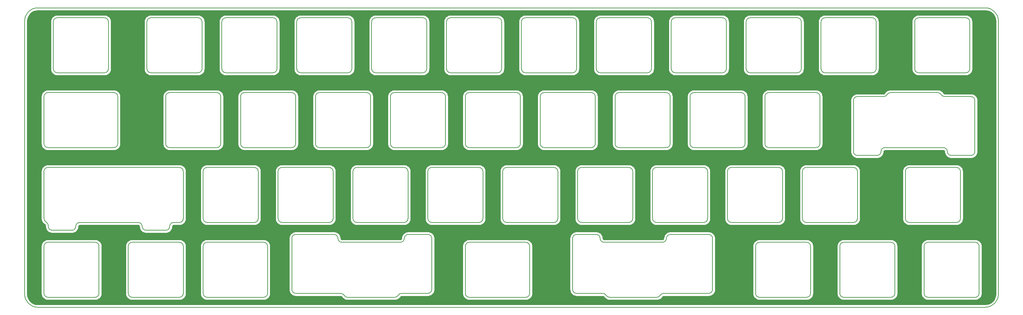
<source format=gbr>
%TF.GenerationSoftware,KiCad,Pcbnew,5.1.7-a382d34a8~88~ubuntu20.04.1*%
%TF.CreationDate,2021-04-20T00:24:46+02:00*%
%TF.ProjectId,romeo-plate,726f6d65-6f2d-4706-9c61-74652e6b6963,rev?*%
%TF.SameCoordinates,Original*%
%TF.FileFunction,Copper,L2,Bot*%
%TF.FilePolarity,Positive*%
%FSLAX46Y46*%
G04 Gerber Fmt 4.6, Leading zero omitted, Abs format (unit mm)*
G04 Created by KiCad (PCBNEW 5.1.7-a382d34a8~88~ubuntu20.04.1) date 2021-04-20 00:24:46*
%MOMM*%
%LPD*%
G01*
G04 APERTURE LIST*
%TA.AperFunction,Profile*%
%ADD10C,0.200000*%
%TD*%
%TA.AperFunction,Profile*%
%ADD11C,0.150000*%
%TD*%
%TA.AperFunction,NonConductor*%
%ADD12C,0.254000*%
%TD*%
%TA.AperFunction,NonConductor*%
%ADD13C,0.150000*%
%TD*%
G04 APERTURE END LIST*
D10*
X136725000Y-87775000D02*
X148725000Y-87775000D01*
X193875000Y-87775000D02*
X205875000Y-87775000D01*
X155775000Y-101775000D02*
G75*
G02*
X154775000Y-100775000I0J1000000D01*
G01*
X36655750Y-121825000D02*
G75*
G02*
X37655750Y-120825000I1000000J0D01*
G01*
X243015224Y-88275000D02*
G75*
G02*
X242149199Y-88775000I-866025J500000D01*
G01*
X116675000Y-100775000D02*
X116675000Y-88775000D01*
X234443250Y-102775000D02*
X234443250Y-89775000D01*
X46331250Y-101775000D02*
X29568750Y-101775000D01*
X28568750Y-100775000D02*
X28568750Y-88775000D01*
X215400000Y-120825000D02*
X203400000Y-120825000D01*
X158250000Y-120825000D02*
X146250000Y-120825000D01*
X116675000Y-88775000D02*
G75*
G02*
X117675000Y-87775000I1000000J0D01*
G01*
X196350000Y-106825000D02*
G75*
G02*
X197350000Y-107825000I0J-1000000D01*
G01*
X69050000Y-119825000D02*
X69050000Y-107825000D01*
X257613301Y-88775000D02*
X264319250Y-88775000D01*
X28568750Y-88775000D02*
G75*
G02*
X29568750Y-87775000I1000000J0D01*
G01*
X83050000Y-119825000D02*
G75*
G02*
X82050000Y-120825000I-1000000J0D01*
G01*
X139200000Y-106825000D02*
G75*
G02*
X140200000Y-107825000I0J-1000000D01*
G01*
X168775000Y-100775000D02*
G75*
G02*
X167775000Y-101775000I-1000000J0D01*
G01*
X208162500Y-82725000D02*
G75*
G02*
X207162500Y-81725000I0J1000000D01*
G01*
X111912500Y-81725000D02*
X111912500Y-69725000D01*
X186825000Y-87775000D02*
G75*
G02*
X187825000Y-88775000I0J-1000000D01*
G01*
X205875000Y-87775000D02*
G75*
G02*
X206875000Y-88775000I0J-1000000D01*
G01*
X240212500Y-81725000D02*
G75*
G02*
X239212500Y-82725000I-1000000J0D01*
G01*
X74812500Y-82725000D02*
G75*
G02*
X73812500Y-81725000I0J1000000D01*
G01*
X192875000Y-88775000D02*
G75*
G02*
X193875000Y-87775000I1000000J0D01*
G01*
X225925000Y-88775000D02*
X225925000Y-100775000D01*
X227212500Y-68725000D02*
X239212500Y-68725000D01*
X239212500Y-82725000D02*
X227212500Y-82725000D01*
X227212500Y-82725000D02*
G75*
G02*
X226212500Y-81725000I0J1000000D01*
G01*
X239212500Y-68725000D02*
G75*
G02*
X240212500Y-69725000I0J-1000000D01*
G01*
X241443250Y-102775000D02*
G75*
G02*
X240443250Y-103775000I-1000000J0D01*
G01*
X112912500Y-68725000D02*
X124912500Y-68725000D01*
X35655750Y-122825000D02*
X30655750Y-122825000D01*
X112912500Y-82725000D02*
G75*
G02*
X111912500Y-81725000I0J1000000D01*
G01*
X36655750Y-121825000D02*
G75*
G02*
X35655750Y-122825000I-1000000J0D01*
G01*
X264319250Y-103775000D02*
X259319250Y-103775000D01*
X235443250Y-88775000D02*
X242149199Y-88775000D01*
X149725000Y-100775000D02*
G75*
G02*
X148725000Y-101775000I-1000000J0D01*
G01*
X265319250Y-89775000D02*
X265319250Y-102775000D01*
X41568750Y-139875000D02*
X29568750Y-139875000D01*
X206875000Y-88775000D02*
X206875000Y-100775000D01*
X47331250Y-100775000D02*
G75*
G02*
X46331250Y-101775000I-1000000J0D01*
G01*
X183350000Y-119825000D02*
X183350000Y-107825000D01*
X216400000Y-107825000D02*
X216400000Y-119825000D01*
X89100000Y-106825000D02*
X101100000Y-106825000D01*
X130675000Y-100775000D02*
G75*
G02*
X129675000Y-101775000I-1000000J0D01*
G01*
X146250000Y-120825000D02*
G75*
G02*
X145250000Y-119825000I0J1000000D01*
G01*
X221162500Y-81725000D02*
G75*
G02*
X220162500Y-82725000I-1000000J0D01*
G01*
X120150000Y-120825000D02*
X108150000Y-120825000D01*
X126200000Y-119825000D02*
X126200000Y-107825000D01*
X146250000Y-106825000D02*
X158250000Y-106825000D01*
X224925000Y-87775000D02*
G75*
G02*
X225925000Y-88775000I0J-1000000D01*
G01*
X129675000Y-101775000D02*
X117675000Y-101775000D01*
X107150000Y-119825000D02*
X107150000Y-107825000D01*
X178300000Y-119825000D02*
G75*
G02*
X177300000Y-120825000I-1000000J0D01*
G01*
X129675000Y-87775000D02*
G75*
G02*
X130675000Y-88775000I0J-1000000D01*
G01*
X202400000Y-119825000D02*
X202400000Y-107825000D01*
X216400000Y-119825000D02*
G75*
G02*
X215400000Y-120825000I-1000000J0D01*
G01*
X211925000Y-88775000D02*
G75*
G02*
X212925000Y-87775000I1000000J0D01*
G01*
X120150000Y-106825000D02*
G75*
G02*
X121150000Y-107825000I0J-1000000D01*
G01*
X158250000Y-106825000D02*
G75*
G02*
X159250000Y-107825000I0J-1000000D01*
G01*
X108150000Y-120825000D02*
G75*
G02*
X107150000Y-119825000I0J1000000D01*
G01*
X121150000Y-119825000D02*
G75*
G02*
X120150000Y-120825000I-1000000J0D01*
G01*
X177300000Y-106825000D02*
G75*
G02*
X178300000Y-107825000I0J-1000000D01*
G01*
X145250000Y-119825000D02*
X145250000Y-107825000D01*
X202400000Y-107825000D02*
G75*
G02*
X203400000Y-106825000I1000000J0D01*
G01*
X108150000Y-106825000D02*
X120150000Y-106825000D01*
X212925000Y-87775000D02*
X224925000Y-87775000D01*
X117675000Y-101775000D02*
G75*
G02*
X116675000Y-100775000I0J1000000D01*
G01*
X117675000Y-87775000D02*
X129675000Y-87775000D01*
X145250000Y-107825000D02*
G75*
G02*
X146250000Y-106825000I1000000J0D01*
G01*
X173825000Y-88775000D02*
G75*
G02*
X174825000Y-87775000I1000000J0D01*
G01*
X215400000Y-106825000D02*
G75*
G02*
X216400000Y-107825000I0J-1000000D01*
G01*
X107150000Y-107825000D02*
G75*
G02*
X108150000Y-106825000I1000000J0D01*
G01*
X102100000Y-119825000D02*
G75*
G02*
X101100000Y-120825000I-1000000J0D01*
G01*
X140200000Y-119825000D02*
G75*
G02*
X139200000Y-120825000I-1000000J0D01*
G01*
X139200000Y-120825000D02*
X127200000Y-120825000D01*
X203400000Y-106825000D02*
X215400000Y-106825000D01*
X130675000Y-88775000D02*
X130675000Y-100775000D01*
X220162500Y-82725000D02*
X208162500Y-82725000D01*
X140200000Y-107825000D02*
X140200000Y-119825000D01*
X102100000Y-107825000D02*
X102100000Y-119825000D01*
X127200000Y-120825000D02*
G75*
G02*
X126200000Y-119825000I0J1000000D01*
G01*
X29568750Y-87775000D02*
X46331250Y-87775000D01*
X148725000Y-87775000D02*
G75*
G02*
X149725000Y-88775000I0J-1000000D01*
G01*
X164300000Y-119825000D02*
X164300000Y-107825000D01*
X29568750Y-101775000D02*
G75*
G02*
X28568750Y-100775000I0J1000000D01*
G01*
X264319250Y-88775000D02*
G75*
G02*
X265319250Y-89775000I0J-1000000D01*
G01*
X86812500Y-82725000D02*
X74812500Y-82725000D01*
X167775000Y-101775000D02*
X155775000Y-101775000D01*
X197350000Y-107825000D02*
X197350000Y-119825000D01*
X46331250Y-87775000D02*
G75*
G02*
X47331250Y-88775000I0J-1000000D01*
G01*
X124912500Y-68725000D02*
G75*
G02*
X125912500Y-69725000I0J-1000000D01*
G01*
X28568750Y-138875000D02*
X28568750Y-126875000D01*
X111912500Y-69725000D02*
G75*
G02*
X112912500Y-68725000I1000000J0D01*
G01*
X193875000Y-101775000D02*
G75*
G02*
X192875000Y-100775000I0J1000000D01*
G01*
X28568750Y-126875000D02*
G75*
G02*
X29568750Y-125875000I1000000J0D01*
G01*
X88100000Y-119825000D02*
X88100000Y-107825000D01*
X168775000Y-88775000D02*
X168775000Y-100775000D01*
X224925000Y-101775000D02*
X212925000Y-101775000D01*
X255881250Y-87774999D02*
G75*
G02*
X256747276Y-88275000I0J-1000001D01*
G01*
X159250000Y-107825000D02*
X159250000Y-119825000D01*
X29568750Y-139875000D02*
G75*
G02*
X28568750Y-138875000I0J1000000D01*
G01*
X178300000Y-107825000D02*
X178300000Y-119825000D01*
X41568750Y-125875000D02*
G75*
G02*
X42568750Y-126875000I0J-1000000D01*
G01*
X177300000Y-120825000D02*
X165300000Y-120825000D01*
X73812500Y-81725000D02*
X73812500Y-69725000D01*
X197350000Y-119825000D02*
G75*
G02*
X196350000Y-120825000I-1000000J0D01*
G01*
X186825000Y-101775000D02*
X174825000Y-101775000D01*
X42568750Y-126875000D02*
X42568750Y-138875000D01*
X226212500Y-81725000D02*
X226212500Y-69725000D01*
X82050000Y-106825000D02*
G75*
G02*
X83050000Y-107825000I0J-1000000D01*
G01*
X73525000Y-100775000D02*
G75*
G02*
X72525000Y-101775000I-1000000J0D01*
G01*
X127206750Y-124875000D02*
X127206750Y-137875000D01*
X60525000Y-101775000D02*
G75*
G02*
X59525000Y-100775000I0J1000000D01*
G01*
X73525000Y-88775000D02*
X73525000Y-100775000D01*
X72525000Y-87775000D02*
G75*
G02*
X73525000Y-88775000I0J-1000000D01*
G01*
X60525000Y-87775000D02*
X72525000Y-87775000D01*
X264025000Y-81725000D02*
G75*
G02*
X263025000Y-82725000I-1000000J0D01*
G01*
X72525000Y-101775000D02*
X60525000Y-101775000D01*
X231975000Y-125875000D02*
X243975000Y-125875000D01*
X54762500Y-69725000D02*
G75*
G02*
X55762500Y-68725000I1000000J0D01*
G01*
X111625000Y-88775000D02*
X111625000Y-100775000D01*
X104330750Y-125875000D02*
X119206750Y-125875000D01*
X97625000Y-88775000D02*
G75*
G02*
X98625000Y-87775000I1000000J0D01*
G01*
X104036699Y-138874999D02*
G75*
G02*
X104902725Y-139375000I0J-1000001D01*
G01*
X98625000Y-87775000D02*
X110625000Y-87775000D01*
X110625000Y-87775000D02*
G75*
G02*
X111625000Y-88775000I0J-1000000D01*
G01*
X55762500Y-68725000D02*
X67762500Y-68725000D01*
X111625000Y-100775000D02*
G75*
G02*
X110625000Y-101775000I-1000000J0D01*
G01*
X172443750Y-139875000D02*
G75*
G02*
X171577725Y-139375000I0J1000000D01*
G01*
X202112500Y-81725000D02*
G75*
G02*
X201112500Y-82725000I-1000000J0D01*
G01*
X91575000Y-87775000D02*
G75*
G02*
X92575000Y-88775000I0J-1000000D01*
G01*
X55762500Y-82725000D02*
G75*
G02*
X54762500Y-81725000I0J1000000D01*
G01*
X183062500Y-81725000D02*
G75*
G02*
X182062500Y-82725000I-1000000J0D01*
G01*
X106862500Y-69725000D02*
X106862500Y-81725000D01*
X110625000Y-101775000D02*
X98625000Y-101775000D01*
X84431250Y-139875000D02*
X70050000Y-139875000D01*
X126206750Y-123875000D02*
G75*
G02*
X127206750Y-124875000I0J-1000000D01*
G01*
X68762500Y-69725000D02*
X68762500Y-81725000D01*
X52531750Y-120825000D02*
G75*
G02*
X53531750Y-121825000I0J-1000000D01*
G01*
X104036699Y-138875000D02*
X92606250Y-138875000D01*
X106862500Y-81725000D02*
G75*
G02*
X105862500Y-82725000I-1000000J0D01*
G01*
X98625000Y-101775000D02*
G75*
G02*
X97625000Y-100775000I0J1000000D01*
G01*
X163005750Y-124875000D02*
G75*
G02*
X164005750Y-123875000I1000000J0D01*
G01*
X151012500Y-68725000D02*
X163012500Y-68725000D01*
X121150000Y-107825000D02*
X121150000Y-119825000D01*
X226212500Y-69725000D02*
G75*
G02*
X227212500Y-68725000I1000000J0D01*
G01*
X31950000Y-68725000D02*
X43950000Y-68725000D01*
X201112500Y-68725000D02*
G75*
G02*
X202112500Y-69725000I0J-1000000D01*
G01*
X105862500Y-82725000D02*
X93862500Y-82725000D01*
X163005750Y-137875000D02*
X163005750Y-124875000D01*
X222450000Y-120825000D02*
G75*
G02*
X221450000Y-119825000I0J1000000D01*
G01*
X118634776Y-139375000D02*
G75*
G02*
X119500801Y-138875000I866025J-500000D01*
G01*
X84431250Y-125875000D02*
G75*
G02*
X85431250Y-126875000I0J-1000000D01*
G01*
X43950000Y-82725000D02*
X31950000Y-82725000D01*
X184350000Y-120825000D02*
G75*
G02*
X183350000Y-119825000I0J1000000D01*
G01*
X211925000Y-100775000D02*
X211925000Y-88775000D01*
X263025000Y-82725000D02*
X251025000Y-82725000D01*
X59525000Y-100775000D02*
X59525000Y-88775000D01*
X83050000Y-107825000D02*
X83050000Y-119825000D01*
X54762500Y-81725000D02*
X54762500Y-69725000D01*
X97625000Y-100775000D02*
X97625000Y-88775000D01*
X221162500Y-69725000D02*
X221162500Y-81725000D01*
X187825000Y-88775000D02*
X187825000Y-100775000D01*
X143962500Y-82725000D02*
X131962500Y-82725000D01*
X43950000Y-68725000D02*
G75*
G02*
X44950000Y-69725000I0J-1000000D01*
G01*
X252406250Y-126875000D02*
G75*
G02*
X253406250Y-125875000I1000000J0D01*
G01*
X253406250Y-125875000D02*
X265406250Y-125875000D01*
X135725000Y-138875000D02*
X135725000Y-126875000D01*
X164012500Y-81725000D02*
G75*
G02*
X163012500Y-82725000I-1000000J0D01*
G01*
X67762500Y-82725000D02*
X55762500Y-82725000D01*
X174825000Y-101775000D02*
G75*
G02*
X173825000Y-100775000I0J1000000D01*
G01*
X101100000Y-106825000D02*
G75*
G02*
X102100000Y-107825000I0J-1000000D01*
G01*
X251025000Y-82725000D02*
G75*
G02*
X250025000Y-81725000I0J1000000D01*
G01*
X79575000Y-101775000D02*
G75*
G02*
X78575000Y-100775000I0J1000000D01*
G01*
X173825000Y-100775000D02*
X173825000Y-88775000D01*
X207162500Y-81725000D02*
X207162500Y-69725000D01*
X250025000Y-81725000D02*
X250025000Y-69725000D01*
X135725000Y-88775000D02*
G75*
G02*
X136725000Y-87775000I1000000J0D01*
G01*
X235450000Y-107825000D02*
X235450000Y-119825000D01*
X169062500Y-69725000D02*
G75*
G02*
X170062500Y-68725000I1000000J0D01*
G01*
X265406250Y-125875000D02*
G75*
G02*
X266406250Y-126875000I0J-1000000D01*
G01*
X205875000Y-101775000D02*
X193875000Y-101775000D01*
X183062500Y-69725000D02*
X183062500Y-81725000D01*
X212925000Y-101775000D02*
G75*
G02*
X211925000Y-100775000I0J1000000D01*
G01*
X182062500Y-82725000D02*
X170062500Y-82725000D01*
X92575000Y-88775000D02*
X92575000Y-100775000D01*
X92606250Y-123875000D02*
X102330750Y-123875000D01*
X231975000Y-139875000D02*
G75*
G02*
X230975000Y-138875000I0J1000000D01*
G01*
X192875000Y-100775000D02*
X192875000Y-88775000D01*
X29568750Y-125875000D02*
X41568750Y-125875000D01*
X266406250Y-126875000D02*
X266406250Y-138875000D01*
X266406250Y-138875000D02*
G75*
G02*
X265406250Y-139875000I-1000000J0D01*
G01*
X243881250Y-87775000D02*
X255881250Y-87775000D01*
X165300000Y-120825000D02*
G75*
G02*
X164300000Y-119825000I0J1000000D01*
G01*
X60531750Y-121825000D02*
G75*
G02*
X61531750Y-120825000I1000000J0D01*
G01*
X63000000Y-106825000D02*
G75*
G02*
X64000000Y-107825000I0J-1000000D01*
G01*
X170062500Y-82725000D02*
G75*
G02*
X169062500Y-81725000I0J1000000D01*
G01*
X85431250Y-126875000D02*
X85431250Y-138875000D01*
X136725000Y-139875000D02*
G75*
G02*
X135725000Y-138875000I0J1000000D01*
G01*
X60531750Y-121825000D02*
G75*
G02*
X59531750Y-122825000I-1000000J0D01*
G01*
X28568750Y-107825000D02*
G75*
G02*
X29568750Y-106825000I1000000J0D01*
G01*
X210543750Y-125875000D02*
X222543750Y-125875000D01*
X171005750Y-125875000D02*
X185881750Y-125875000D01*
X252406250Y-138875000D02*
X252406250Y-126875000D01*
X197606250Y-123875000D02*
G75*
G02*
X198606250Y-124875000I0J-1000000D01*
G01*
X63000000Y-125875000D02*
G75*
G02*
X64000000Y-126875000I0J-1000000D01*
G01*
X135725000Y-126875000D02*
G75*
G02*
X136725000Y-125875000I1000000J0D01*
G01*
X144962500Y-69725000D02*
X144962500Y-81725000D01*
X59525000Y-88775000D02*
G75*
G02*
X60525000Y-87775000I1000000J0D01*
G01*
X164012500Y-69725000D02*
X164012500Y-81725000D01*
X264025000Y-69725000D02*
X264025000Y-81725000D01*
X207162500Y-69725000D02*
G75*
G02*
X208162500Y-68725000I1000000J0D01*
G01*
X247643750Y-107825000D02*
G75*
G02*
X248643750Y-106825000I1000000J0D01*
G01*
X78575000Y-88775000D02*
G75*
G02*
X79575000Y-87775000I1000000J0D01*
G01*
X169062500Y-81725000D02*
X169062500Y-69725000D01*
X263025000Y-68725000D02*
G75*
G02*
X264025000Y-69725000I0J-1000000D01*
G01*
X92575000Y-100775000D02*
G75*
G02*
X91575000Y-101775000I-1000000J0D01*
G01*
X247643750Y-119825000D02*
X247643750Y-107825000D01*
X152106250Y-138875000D02*
G75*
G02*
X151106250Y-139875000I-1000000J0D01*
G01*
X91606250Y-137875000D02*
X91606250Y-124875000D01*
X74812500Y-68725000D02*
X86812500Y-68725000D01*
X225925000Y-100775000D02*
G75*
G02*
X224925000Y-101775000I-1000000J0D01*
G01*
X251025000Y-68725000D02*
X263025000Y-68725000D01*
X230975000Y-126875000D02*
G75*
G02*
X231975000Y-125875000I1000000J0D01*
G01*
X143962500Y-68725000D02*
G75*
G02*
X144962500Y-69725000I0J-1000000D01*
G01*
X87812500Y-81725000D02*
G75*
G02*
X86812500Y-82725000I-1000000J0D01*
G01*
X30950000Y-69725000D02*
G75*
G02*
X31950000Y-68725000I1000000J0D01*
G01*
X184443750Y-139875000D02*
X172443750Y-139875000D01*
X88100000Y-107825000D02*
G75*
G02*
X89100000Y-106825000I1000000J0D01*
G01*
X63000000Y-120825000D02*
X61531750Y-120825000D01*
X47331250Y-88775000D02*
X47331250Y-100775000D01*
X250025000Y-69725000D02*
G75*
G02*
X251025000Y-68725000I1000000J0D01*
G01*
X29568750Y-106825000D02*
X63000000Y-106825000D01*
X50000000Y-126875000D02*
G75*
G02*
X51000000Y-125875000I1000000J0D01*
G01*
X244975000Y-126875000D02*
X244975000Y-138875000D01*
X174825000Y-87775000D02*
X186825000Y-87775000D01*
X87812500Y-69725000D02*
X87812500Y-81725000D01*
X86812500Y-68725000D02*
G75*
G02*
X87812500Y-69725000I0J-1000000D01*
G01*
X243975000Y-125875000D02*
G75*
G02*
X244975000Y-126875000I0J-1000000D01*
G01*
X222450000Y-106825000D02*
X234450000Y-106825000D01*
X70050000Y-106825000D02*
X82050000Y-106825000D01*
X104330750Y-125875000D02*
G75*
G02*
X103330750Y-124875000I0J1000000D01*
G01*
X73812500Y-69725000D02*
G75*
G02*
X74812500Y-68725000I1000000J0D01*
G01*
X151012500Y-82725000D02*
G75*
G02*
X150012500Y-81725000I0J1000000D01*
G01*
X64000000Y-107825000D02*
X64000000Y-119825000D01*
X149725000Y-88775000D02*
X149725000Y-100775000D01*
X170062500Y-68725000D02*
X182062500Y-68725000D01*
X91606250Y-124875000D02*
G75*
G02*
X92606250Y-123875000I1000000J0D01*
G01*
X79575000Y-87775000D02*
X91575000Y-87775000D01*
X59531750Y-122825000D02*
X54531750Y-122825000D01*
X101100000Y-120825000D02*
X89100000Y-120825000D01*
X265319250Y-102775000D02*
G75*
G02*
X264319250Y-103775000I-1000000J0D01*
G01*
X196350000Y-120825000D02*
X184350000Y-120825000D01*
X125912500Y-69725000D02*
X125912500Y-81725000D01*
X125912500Y-81725000D02*
G75*
G02*
X124912500Y-82725000I-1000000J0D01*
G01*
X54531750Y-122825000D02*
G75*
G02*
X53531750Y-121825000I0J1000000D01*
G01*
X29112250Y-120714724D02*
G75*
G02*
X29655750Y-121604447I-456500J-889723D01*
G01*
X257613301Y-88775000D02*
G75*
G02*
X256747276Y-88275000I0J1000000D01*
G01*
X241443250Y-102775000D02*
G75*
G02*
X242443250Y-101775000I1000000J0D01*
G01*
X257319250Y-101775000D02*
X242443250Y-101775000D01*
X240443250Y-103775000D02*
X235443250Y-103775000D01*
X234443250Y-89775000D02*
G75*
G02*
X235443250Y-88775000I1000000J0D01*
G01*
X259319250Y-103775000D02*
G75*
G02*
X258319250Y-102775000I0J1000000D01*
G01*
X240212500Y-69725000D02*
X240212500Y-81725000D01*
X167775000Y-87775000D02*
G75*
G02*
X168775000Y-88775000I0J-1000000D01*
G01*
X203400000Y-120825000D02*
G75*
G02*
X202400000Y-119825000I0J1000000D01*
G01*
X187881750Y-123875000D02*
X197606250Y-123875000D01*
X235443250Y-103775000D02*
G75*
G02*
X234443250Y-102775000I0J1000000D01*
G01*
X187825000Y-100775000D02*
G75*
G02*
X186825000Y-101775000I-1000000J0D01*
G01*
X82050000Y-120825000D02*
X70050000Y-120825000D01*
X28568750Y-119825000D02*
X28568750Y-107825000D01*
X69050000Y-107825000D02*
G75*
G02*
X70050000Y-106825000I1000000J0D01*
G01*
X257319250Y-101775000D02*
G75*
G02*
X258319250Y-102775000I0J-1000000D01*
G01*
X164300000Y-107825000D02*
G75*
G02*
X165300000Y-106825000I1000000J0D01*
G01*
X189112500Y-68725000D02*
X201112500Y-68725000D01*
X220162500Y-68725000D02*
G75*
G02*
X221162500Y-69725000I0J-1000000D01*
G01*
X69050000Y-138875000D02*
X69050000Y-126875000D01*
X93862500Y-82725000D02*
G75*
G02*
X92862500Y-81725000I0J1000000D01*
G01*
X184350000Y-106825000D02*
X196350000Y-106825000D01*
X222543750Y-139875000D02*
X210543750Y-139875000D01*
X163012500Y-68725000D02*
G75*
G02*
X164012500Y-69725000I0J-1000000D01*
G01*
X202112500Y-69725000D02*
X202112500Y-81725000D01*
X64000000Y-126875000D02*
X64000000Y-138875000D01*
X51000000Y-125875000D02*
X63000000Y-125875000D01*
X70050000Y-125875000D02*
X84431250Y-125875000D01*
X170711699Y-138874999D02*
G75*
G02*
X171577725Y-139375000I0J-1000001D01*
G01*
X210543750Y-139875000D02*
G75*
G02*
X209543750Y-138875000I0J1000000D01*
G01*
X152106250Y-126875000D02*
X152106250Y-138875000D01*
X144962500Y-81725000D02*
G75*
G02*
X143962500Y-82725000I-1000000J0D01*
G01*
X51000000Y-139875000D02*
G75*
G02*
X50000000Y-138875000I0J1000000D01*
G01*
X92606250Y-138875000D02*
G75*
G02*
X91606250Y-137875000I0J1000000D01*
G01*
X92862500Y-69725000D02*
G75*
G02*
X93862500Y-68725000I1000000J0D01*
G01*
X126206750Y-138875000D02*
X119500801Y-138875000D01*
X209543750Y-138875000D02*
X209543750Y-126875000D01*
X93862500Y-68725000D02*
X105862500Y-68725000D01*
X248643750Y-106825000D02*
X260643750Y-106825000D01*
X155775000Y-87775000D02*
X167775000Y-87775000D01*
X197606250Y-138875000D02*
X186175801Y-138875000D01*
X201112500Y-82725000D02*
X189112500Y-82725000D01*
X170711699Y-138875000D02*
X164005750Y-138875000D01*
X105768750Y-139875000D02*
G75*
G02*
X104902725Y-139375000I0J1000000D01*
G01*
X235450000Y-119825000D02*
G75*
G02*
X234450000Y-120825000I-1000000J0D01*
G01*
X64000000Y-119825000D02*
G75*
G02*
X63000000Y-120825000I-1000000J0D01*
G01*
X188112500Y-69725000D02*
G75*
G02*
X189112500Y-68725000I1000000J0D01*
G01*
X89100000Y-120825000D02*
G75*
G02*
X88100000Y-119825000I0J1000000D01*
G01*
X150012500Y-81725000D02*
X150012500Y-69725000D01*
X261643750Y-107825000D02*
X261643750Y-119825000D01*
X78575000Y-100775000D02*
X78575000Y-88775000D01*
X121206750Y-123875000D02*
X126206750Y-123875000D01*
X29112250Y-120714723D02*
G75*
G02*
X28568750Y-119825000I456500J889723D01*
G01*
X42568750Y-138875000D02*
G75*
G02*
X41568750Y-139875000I-1000000J0D01*
G01*
X221450000Y-107825000D02*
G75*
G02*
X222450000Y-106825000I1000000J0D01*
G01*
X69050000Y-126875000D02*
G75*
G02*
X70050000Y-125875000I1000000J0D01*
G01*
X223543750Y-138875000D02*
G75*
G02*
X222543750Y-139875000I-1000000J0D01*
G01*
X85431250Y-138875000D02*
G75*
G02*
X84431250Y-139875000I-1000000J0D01*
G01*
X163012500Y-82725000D02*
X151012500Y-82725000D01*
X151106250Y-139875000D02*
X136725000Y-139875000D01*
X131962500Y-68725000D02*
X143962500Y-68725000D01*
X234450000Y-120825000D02*
X222450000Y-120825000D01*
X198606250Y-137875000D02*
G75*
G02*
X197606250Y-138875000I-1000000J0D01*
G01*
X151106250Y-125875000D02*
G75*
G02*
X152106250Y-126875000I0J-1000000D01*
G01*
X136725000Y-125875000D02*
X151106250Y-125875000D01*
X164005750Y-123875000D02*
X169005750Y-123875000D01*
X182062500Y-68725000D02*
G75*
G02*
X183062500Y-69725000I0J-1000000D01*
G01*
X67762500Y-68725000D02*
G75*
G02*
X68762500Y-69725000I0J-1000000D01*
G01*
X185309776Y-139375000D02*
G75*
G02*
X186175801Y-138875000I866025J-500000D01*
G01*
X248643750Y-120825000D02*
G75*
G02*
X247643750Y-119825000I0J1000000D01*
G01*
X124912500Y-82725000D02*
X112912500Y-82725000D01*
X234450000Y-106825000D02*
G75*
G02*
X235450000Y-107825000I0J-1000000D01*
G01*
X260643750Y-120825000D02*
X248643750Y-120825000D01*
X222543750Y-125875000D02*
G75*
G02*
X223543750Y-126875000I0J-1000000D01*
G01*
X31950000Y-82725000D02*
G75*
G02*
X30950000Y-81725000I0J1000000D01*
G01*
X105862500Y-68725000D02*
G75*
G02*
X106862500Y-69725000I0J-1000000D01*
G01*
X117768750Y-139875000D02*
X105768750Y-139875000D01*
X165300000Y-106825000D02*
X177300000Y-106825000D01*
X120206750Y-124875000D02*
G75*
G02*
X121206750Y-123875000I1000000J0D01*
G01*
X150012500Y-69725000D02*
G75*
G02*
X151012500Y-68725000I1000000J0D01*
G01*
X265406250Y-139875000D02*
X253406250Y-139875000D01*
X154775000Y-88775000D02*
G75*
G02*
X155775000Y-87775000I1000000J0D01*
G01*
X261643750Y-119825000D02*
G75*
G02*
X260643750Y-120825000I-1000000J0D01*
G01*
X260643750Y-106825000D02*
G75*
G02*
X261643750Y-107825000I0J-1000000D01*
G01*
X189112500Y-82725000D02*
G75*
G02*
X188112500Y-81725000I0J1000000D01*
G01*
X221450000Y-119825000D02*
X221450000Y-107825000D01*
X63000000Y-139875000D02*
X51000000Y-139875000D01*
X120206750Y-124875000D02*
G75*
G02*
X119206750Y-125875000I-1000000J0D01*
G01*
X171005750Y-125875000D02*
G75*
G02*
X170005750Y-124875000I0J1000000D01*
G01*
X206875000Y-100775000D02*
G75*
G02*
X205875000Y-101775000I-1000000J0D01*
G01*
X198606250Y-124875000D02*
X198606250Y-137875000D01*
X209543750Y-126875000D02*
G75*
G02*
X210543750Y-125875000I1000000J0D01*
G01*
X130962500Y-69725000D02*
G75*
G02*
X131962500Y-68725000I1000000J0D01*
G01*
X44950000Y-69725000D02*
X44950000Y-81725000D01*
X30655750Y-122825000D02*
G75*
G02*
X29655750Y-121825000I0J1000000D01*
G01*
X185309775Y-139375000D02*
G75*
G02*
X184443750Y-139875000I-866025J500000D01*
G01*
X253406250Y-139875000D02*
G75*
G02*
X252406250Y-138875000I0J1000000D01*
G01*
X44950000Y-81725000D02*
G75*
G02*
X43950000Y-82725000I-1000000J0D01*
G01*
X223543750Y-126875000D02*
X223543750Y-138875000D01*
X52531750Y-120825000D02*
X37655750Y-120825000D01*
X148725000Y-101775000D02*
X136725000Y-101775000D01*
X244975000Y-138875000D02*
G75*
G02*
X243975000Y-139875000I-1000000J0D01*
G01*
X126200000Y-107825000D02*
G75*
G02*
X127200000Y-106825000I1000000J0D01*
G01*
X230975000Y-138875000D02*
X230975000Y-126875000D01*
X131962500Y-82725000D02*
G75*
G02*
X130962500Y-81725000I0J1000000D01*
G01*
X30950000Y-81725000D02*
X30950000Y-69725000D01*
X70050000Y-139875000D02*
G75*
G02*
X69050000Y-138875000I0J1000000D01*
G01*
X91575000Y-101775000D02*
X79575000Y-101775000D01*
X130962500Y-81725000D02*
X130962500Y-69725000D01*
X102330750Y-123875000D02*
G75*
G02*
X103330750Y-124875000I0J-1000000D01*
G01*
X243975000Y-139875000D02*
X231975000Y-139875000D01*
X183350000Y-107825000D02*
G75*
G02*
X184350000Y-106825000I1000000J0D01*
G01*
X118634775Y-139375000D02*
G75*
G02*
X117768750Y-139875000I-866025J500000D01*
G01*
X50000000Y-138875000D02*
X50000000Y-126875000D01*
X127206750Y-137875000D02*
G75*
G02*
X126206750Y-138875000I-1000000J0D01*
G01*
X186881750Y-124875000D02*
G75*
G02*
X187881750Y-123875000I1000000J0D01*
G01*
X243015225Y-88275000D02*
G75*
G02*
X243881250Y-87775000I866025J-500000D01*
G01*
X208162500Y-68725000D02*
X220162500Y-68725000D01*
X64000000Y-138875000D02*
G75*
G02*
X63000000Y-139875000I-1000000J0D01*
G01*
X92862500Y-81725000D02*
X92862500Y-69725000D01*
X164005750Y-138875000D02*
G75*
G02*
X163005750Y-137875000I0J1000000D01*
G01*
X29655750Y-121825000D02*
X29655750Y-121604447D01*
X68762500Y-81725000D02*
G75*
G02*
X67762500Y-82725000I-1000000J0D01*
G01*
X169005750Y-123875000D02*
G75*
G02*
X170005750Y-124875000I0J-1000000D01*
G01*
X188112500Y-81725000D02*
X188112500Y-69725000D01*
X186881750Y-124875000D02*
G75*
G02*
X185881750Y-125875000I-1000000J0D01*
G01*
X135725000Y-100775000D02*
X135725000Y-88775000D01*
X154775000Y-100775000D02*
X154775000Y-88775000D01*
X159250000Y-119825000D02*
G75*
G02*
X158250000Y-120825000I-1000000J0D01*
G01*
X70050000Y-120825000D02*
G75*
G02*
X69050000Y-119825000I0J1000000D01*
G01*
X127200000Y-106825000D02*
X139200000Y-106825000D01*
X136725000Y-101775000D02*
G75*
G02*
X135725000Y-100775000I0J1000000D01*
G01*
D11*
X23653751Y-69508809D02*
G75*
G02*
X26957810Y-66198750I3307059J3000D01*
G01*
X267993691Y-66198751D02*
G75*
G02*
X271303750Y-69502810I3000J-3307059D01*
G01*
X26957810Y-66198750D02*
X267993691Y-66198751D01*
X271303749Y-139088691D02*
X271303750Y-69502810D01*
X23653751Y-69508809D02*
X23653750Y-139096750D01*
X26963809Y-142400809D02*
X267999690Y-142398750D01*
X271303749Y-139088691D02*
G75*
G02*
X267999690Y-142398750I-3307059J-3000D01*
G01*
X26963809Y-142400809D02*
G75*
G02*
X23653750Y-139096750I-3000J3307059D01*
G01*
D12*
X267959289Y-66908751D02*
X268498158Y-66961094D01*
X268982882Y-67106962D01*
X269430037Y-67344197D01*
X269822599Y-67663771D01*
X270145612Y-68053505D01*
X270386773Y-68498558D01*
X270536898Y-68981979D01*
X270593751Y-69518227D01*
X270593749Y-139054288D01*
X270541406Y-139593159D01*
X270395538Y-140077882D01*
X270158302Y-140525038D01*
X269838729Y-140917599D01*
X269448993Y-141240613D01*
X269003942Y-141481773D01*
X268520521Y-141631898D01*
X267984279Y-141688750D01*
X26998216Y-141690809D01*
X26459341Y-141638466D01*
X25974618Y-141492598D01*
X25527462Y-141255362D01*
X25134901Y-140935789D01*
X24811887Y-140546053D01*
X24570727Y-140101002D01*
X24420602Y-139617581D01*
X24363749Y-139081333D01*
X24363749Y-138911104D01*
X27833750Y-138911104D01*
X27836843Y-138942503D01*
X27836800Y-138948598D01*
X27837801Y-138958812D01*
X27858202Y-139152908D01*
X27871594Y-139218149D01*
X27884079Y-139283598D01*
X27887045Y-139293423D01*
X27944757Y-139479861D01*
X27970581Y-139541293D01*
X27995527Y-139603037D01*
X28000345Y-139612099D01*
X28093170Y-139783775D01*
X28130407Y-139838982D01*
X28166900Y-139894748D01*
X28173386Y-139902701D01*
X28297789Y-140053078D01*
X28345096Y-140100056D01*
X28391667Y-140147613D01*
X28399574Y-140154155D01*
X28550816Y-140277505D01*
X28606309Y-140314374D01*
X28661270Y-140352007D01*
X28670297Y-140356888D01*
X28842619Y-140448513D01*
X28904258Y-140473919D01*
X28965439Y-140500141D01*
X28975242Y-140503176D01*
X29162078Y-140559585D01*
X29227470Y-140572533D01*
X29292586Y-140586374D01*
X29302792Y-140587447D01*
X29497025Y-140606492D01*
X29497027Y-140606492D01*
X29532645Y-140610000D01*
X41604855Y-140610000D01*
X41636254Y-140606907D01*
X41642348Y-140606950D01*
X41652562Y-140605949D01*
X41846658Y-140585548D01*
X41911899Y-140572156D01*
X41977348Y-140559671D01*
X41987173Y-140556705D01*
X42173611Y-140498993D01*
X42235043Y-140473169D01*
X42296787Y-140448223D01*
X42305849Y-140443405D01*
X42477525Y-140350580D01*
X42532732Y-140313343D01*
X42588498Y-140276850D01*
X42596451Y-140270364D01*
X42746828Y-140145961D01*
X42793806Y-140098654D01*
X42841363Y-140052083D01*
X42847905Y-140044176D01*
X42971255Y-139892934D01*
X43008124Y-139837441D01*
X43045757Y-139782480D01*
X43050638Y-139773453D01*
X43142263Y-139601131D01*
X43167669Y-139539492D01*
X43193891Y-139478311D01*
X43196926Y-139468508D01*
X43253335Y-139281672D01*
X43266283Y-139216280D01*
X43280124Y-139151164D01*
X43281197Y-139140958D01*
X43300242Y-138946725D01*
X43300242Y-138946723D01*
X43303750Y-138911105D01*
X43303750Y-138911104D01*
X49265000Y-138911104D01*
X49268093Y-138942503D01*
X49268050Y-138948598D01*
X49269051Y-138958812D01*
X49289452Y-139152908D01*
X49302844Y-139218149D01*
X49315329Y-139283598D01*
X49318295Y-139293423D01*
X49376007Y-139479861D01*
X49401831Y-139541293D01*
X49426777Y-139603037D01*
X49431595Y-139612099D01*
X49524420Y-139783775D01*
X49561657Y-139838982D01*
X49598150Y-139894748D01*
X49604636Y-139902701D01*
X49729039Y-140053078D01*
X49776346Y-140100056D01*
X49822917Y-140147613D01*
X49830824Y-140154155D01*
X49982066Y-140277505D01*
X50037559Y-140314374D01*
X50092520Y-140352007D01*
X50101547Y-140356888D01*
X50273869Y-140448513D01*
X50335508Y-140473919D01*
X50396689Y-140500141D01*
X50406492Y-140503176D01*
X50593328Y-140559585D01*
X50658720Y-140572533D01*
X50723836Y-140586374D01*
X50734042Y-140587447D01*
X50928275Y-140606492D01*
X50928277Y-140606492D01*
X50963895Y-140610000D01*
X63036105Y-140610000D01*
X63067504Y-140606907D01*
X63073598Y-140606950D01*
X63083812Y-140605949D01*
X63277908Y-140585548D01*
X63343149Y-140572156D01*
X63408598Y-140559671D01*
X63418423Y-140556705D01*
X63604861Y-140498993D01*
X63666293Y-140473169D01*
X63728037Y-140448223D01*
X63737099Y-140443405D01*
X63908775Y-140350580D01*
X63963982Y-140313343D01*
X64019748Y-140276850D01*
X64027701Y-140270364D01*
X64178078Y-140145961D01*
X64225056Y-140098654D01*
X64272613Y-140052083D01*
X64279155Y-140044176D01*
X64402505Y-139892934D01*
X64439374Y-139837441D01*
X64477007Y-139782480D01*
X64481888Y-139773453D01*
X64573513Y-139601131D01*
X64598919Y-139539492D01*
X64625141Y-139478311D01*
X64628176Y-139468508D01*
X64684585Y-139281672D01*
X64697533Y-139216280D01*
X64711374Y-139151164D01*
X64712447Y-139140958D01*
X64731492Y-138946725D01*
X64731492Y-138946723D01*
X64735000Y-138911105D01*
X64735000Y-138911104D01*
X68315000Y-138911104D01*
X68318093Y-138942503D01*
X68318050Y-138948598D01*
X68319051Y-138958812D01*
X68339452Y-139152908D01*
X68352844Y-139218149D01*
X68365329Y-139283598D01*
X68368295Y-139293423D01*
X68426007Y-139479861D01*
X68451831Y-139541293D01*
X68476777Y-139603037D01*
X68481595Y-139612099D01*
X68574420Y-139783775D01*
X68611657Y-139838982D01*
X68648150Y-139894748D01*
X68654636Y-139902701D01*
X68779039Y-140053078D01*
X68826346Y-140100056D01*
X68872917Y-140147613D01*
X68880824Y-140154155D01*
X69032066Y-140277505D01*
X69087559Y-140314374D01*
X69142520Y-140352007D01*
X69151547Y-140356888D01*
X69323869Y-140448513D01*
X69385508Y-140473919D01*
X69446689Y-140500141D01*
X69456492Y-140503176D01*
X69643328Y-140559585D01*
X69708720Y-140572533D01*
X69773836Y-140586374D01*
X69784042Y-140587447D01*
X69978275Y-140606492D01*
X69978277Y-140606492D01*
X70013895Y-140610000D01*
X84467355Y-140610000D01*
X84498754Y-140606907D01*
X84504848Y-140606950D01*
X84515062Y-140605949D01*
X84709158Y-140585548D01*
X84774399Y-140572156D01*
X84839848Y-140559671D01*
X84849673Y-140556705D01*
X85036111Y-140498993D01*
X85097543Y-140473169D01*
X85159287Y-140448223D01*
X85168349Y-140443405D01*
X85340025Y-140350580D01*
X85395232Y-140313343D01*
X85450998Y-140276850D01*
X85458951Y-140270364D01*
X85609328Y-140145961D01*
X85656306Y-140098654D01*
X85703863Y-140052083D01*
X85710405Y-140044176D01*
X85833755Y-139892934D01*
X85870624Y-139837441D01*
X85908257Y-139782480D01*
X85913138Y-139773453D01*
X86004763Y-139601131D01*
X86030169Y-139539492D01*
X86056391Y-139478311D01*
X86059426Y-139468508D01*
X86115835Y-139281672D01*
X86128783Y-139216280D01*
X86142624Y-139151164D01*
X86143697Y-139140958D01*
X86162742Y-138946725D01*
X86162742Y-138946723D01*
X86166250Y-138911105D01*
X86166250Y-137911104D01*
X90871250Y-137911104D01*
X90874343Y-137942503D01*
X90874300Y-137948598D01*
X90875301Y-137958812D01*
X90895702Y-138152908D01*
X90909094Y-138218149D01*
X90921579Y-138283598D01*
X90924545Y-138293423D01*
X90982257Y-138479861D01*
X91008081Y-138541293D01*
X91033027Y-138603037D01*
X91037845Y-138612099D01*
X91130670Y-138783775D01*
X91167907Y-138838982D01*
X91204400Y-138894748D01*
X91210886Y-138902701D01*
X91335289Y-139053078D01*
X91382596Y-139100056D01*
X91429167Y-139147613D01*
X91437074Y-139154155D01*
X91588316Y-139277505D01*
X91643809Y-139314374D01*
X91698770Y-139352007D01*
X91707797Y-139356888D01*
X91880119Y-139448513D01*
X91941758Y-139473919D01*
X92002939Y-139500141D01*
X92012742Y-139503176D01*
X92199578Y-139559585D01*
X92264970Y-139572533D01*
X92330086Y-139586374D01*
X92340292Y-139587447D01*
X92534525Y-139606492D01*
X92534527Y-139606492D01*
X92570145Y-139610000D01*
X104000762Y-139610000D01*
X104087486Y-139618503D01*
X104136341Y-139633254D01*
X104181395Y-139657209D01*
X104220943Y-139689464D01*
X104268293Y-139746700D01*
X104279366Y-139764420D01*
X104279405Y-139764484D01*
X104316393Y-139823677D01*
X104343010Y-139858240D01*
X104366900Y-139894748D01*
X104373386Y-139902701D01*
X104497789Y-140053078D01*
X104545096Y-140100056D01*
X104591667Y-140147613D01*
X104599574Y-140154155D01*
X104750816Y-140277505D01*
X104806309Y-140314374D01*
X104861270Y-140352007D01*
X104870297Y-140356888D01*
X105042619Y-140448513D01*
X105104258Y-140473919D01*
X105165439Y-140500141D01*
X105175242Y-140503176D01*
X105362078Y-140559585D01*
X105427470Y-140572533D01*
X105492586Y-140586374D01*
X105502792Y-140587447D01*
X105697025Y-140606492D01*
X105697027Y-140606492D01*
X105732645Y-140610000D01*
X117804855Y-140610000D01*
X117817645Y-140608740D01*
X117864158Y-140607116D01*
X117907401Y-140601346D01*
X117950952Y-140598911D01*
X117961082Y-140597271D01*
X118153515Y-140564723D01*
X118217800Y-140547257D01*
X118282321Y-140530691D01*
X118291940Y-140527114D01*
X118474387Y-140457810D01*
X118534113Y-140428162D01*
X118594137Y-140399403D01*
X118602869Y-140394031D01*
X118602874Y-140394029D01*
X118602877Y-140394026D01*
X118768388Y-140290603D01*
X118821189Y-140249941D01*
X118874506Y-140210054D01*
X118882036Y-140203082D01*
X119024306Y-140069482D01*
X119068202Y-140019340D01*
X119112762Y-139969851D01*
X119118794Y-139961549D01*
X119232337Y-139802954D01*
X119232405Y-139802860D01*
X119304062Y-139702771D01*
X119341263Y-139667836D01*
X119384540Y-139640794D01*
X119432246Y-139622672D01*
X119505488Y-139610284D01*
X119513624Y-139610000D01*
X126242855Y-139610000D01*
X126274254Y-139606907D01*
X126280348Y-139606950D01*
X126290562Y-139605949D01*
X126484658Y-139585548D01*
X126549899Y-139572156D01*
X126615348Y-139559671D01*
X126625173Y-139556705D01*
X126811611Y-139498993D01*
X126873043Y-139473169D01*
X126934787Y-139448223D01*
X126943849Y-139443405D01*
X127115525Y-139350580D01*
X127170732Y-139313343D01*
X127226498Y-139276850D01*
X127234451Y-139270364D01*
X127384828Y-139145961D01*
X127431806Y-139098654D01*
X127479363Y-139052083D01*
X127485905Y-139044176D01*
X127594435Y-138911104D01*
X134990000Y-138911104D01*
X134993093Y-138942503D01*
X134993050Y-138948598D01*
X134994051Y-138958812D01*
X135014452Y-139152908D01*
X135027844Y-139218149D01*
X135040329Y-139283598D01*
X135043295Y-139293423D01*
X135101007Y-139479861D01*
X135126831Y-139541293D01*
X135151777Y-139603037D01*
X135156595Y-139612099D01*
X135249420Y-139783775D01*
X135286657Y-139838982D01*
X135323150Y-139894748D01*
X135329636Y-139902701D01*
X135454039Y-140053078D01*
X135501346Y-140100056D01*
X135547917Y-140147613D01*
X135555824Y-140154155D01*
X135707066Y-140277505D01*
X135762559Y-140314374D01*
X135817520Y-140352007D01*
X135826547Y-140356888D01*
X135998869Y-140448513D01*
X136060508Y-140473919D01*
X136121689Y-140500141D01*
X136131492Y-140503176D01*
X136318328Y-140559585D01*
X136383720Y-140572533D01*
X136448836Y-140586374D01*
X136459042Y-140587447D01*
X136653275Y-140606492D01*
X136653277Y-140606492D01*
X136688895Y-140610000D01*
X151142355Y-140610000D01*
X151173754Y-140606907D01*
X151179848Y-140606950D01*
X151190062Y-140605949D01*
X151384158Y-140585548D01*
X151449399Y-140572156D01*
X151514848Y-140559671D01*
X151524673Y-140556705D01*
X151711111Y-140498993D01*
X151772543Y-140473169D01*
X151834287Y-140448223D01*
X151843349Y-140443405D01*
X152015025Y-140350580D01*
X152070232Y-140313343D01*
X152125998Y-140276850D01*
X152133951Y-140270364D01*
X152284328Y-140145961D01*
X152331306Y-140098654D01*
X152378863Y-140052083D01*
X152385405Y-140044176D01*
X152508755Y-139892934D01*
X152545624Y-139837441D01*
X152583257Y-139782480D01*
X152588138Y-139773453D01*
X152679763Y-139601131D01*
X152705169Y-139539492D01*
X152731391Y-139478311D01*
X152734426Y-139468508D01*
X152790835Y-139281672D01*
X152803783Y-139216280D01*
X152817624Y-139151164D01*
X152818697Y-139140958D01*
X152837742Y-138946725D01*
X152837742Y-138946723D01*
X152841250Y-138911105D01*
X152841250Y-137911104D01*
X162270750Y-137911104D01*
X162273843Y-137942503D01*
X162273800Y-137948598D01*
X162274801Y-137958812D01*
X162295202Y-138152908D01*
X162308594Y-138218149D01*
X162321079Y-138283598D01*
X162324045Y-138293423D01*
X162381757Y-138479861D01*
X162407581Y-138541293D01*
X162432527Y-138603037D01*
X162437345Y-138612099D01*
X162530170Y-138783775D01*
X162567407Y-138838982D01*
X162603900Y-138894748D01*
X162610386Y-138902701D01*
X162734789Y-139053078D01*
X162782096Y-139100056D01*
X162828667Y-139147613D01*
X162836574Y-139154155D01*
X162987816Y-139277505D01*
X163043309Y-139314374D01*
X163098270Y-139352007D01*
X163107297Y-139356888D01*
X163279619Y-139448513D01*
X163341258Y-139473919D01*
X163402439Y-139500141D01*
X163412242Y-139503176D01*
X163599078Y-139559585D01*
X163664470Y-139572533D01*
X163729586Y-139586374D01*
X163739792Y-139587447D01*
X163934025Y-139606492D01*
X163934027Y-139606492D01*
X163969645Y-139610000D01*
X170675762Y-139610000D01*
X170762486Y-139618503D01*
X170811341Y-139633254D01*
X170856395Y-139657209D01*
X170895943Y-139689464D01*
X170943293Y-139746700D01*
X170954366Y-139764420D01*
X170954405Y-139764484D01*
X170991393Y-139823677D01*
X171018010Y-139858240D01*
X171041900Y-139894748D01*
X171048386Y-139902701D01*
X171172789Y-140053078D01*
X171220096Y-140100056D01*
X171266667Y-140147613D01*
X171274574Y-140154155D01*
X171425816Y-140277505D01*
X171481309Y-140314374D01*
X171536270Y-140352007D01*
X171545297Y-140356888D01*
X171717619Y-140448513D01*
X171779258Y-140473919D01*
X171840439Y-140500141D01*
X171850242Y-140503176D01*
X172037078Y-140559585D01*
X172102470Y-140572533D01*
X172167586Y-140586374D01*
X172177792Y-140587447D01*
X172372025Y-140606492D01*
X172372027Y-140606492D01*
X172407645Y-140610000D01*
X184479855Y-140610000D01*
X184492645Y-140608740D01*
X184539158Y-140607116D01*
X184582401Y-140601346D01*
X184625952Y-140598911D01*
X184636082Y-140597271D01*
X184828515Y-140564723D01*
X184892800Y-140547257D01*
X184957321Y-140530691D01*
X184966940Y-140527114D01*
X185149387Y-140457810D01*
X185209113Y-140428162D01*
X185269137Y-140399403D01*
X185277869Y-140394031D01*
X185277874Y-140394029D01*
X185277877Y-140394026D01*
X185443388Y-140290603D01*
X185496189Y-140249941D01*
X185549506Y-140210054D01*
X185557036Y-140203082D01*
X185699306Y-140069482D01*
X185743202Y-140019340D01*
X185787762Y-139969851D01*
X185793794Y-139961549D01*
X185907337Y-139802954D01*
X185907405Y-139802860D01*
X185979062Y-139702771D01*
X186016263Y-139667836D01*
X186059540Y-139640794D01*
X186107246Y-139622672D01*
X186180488Y-139610284D01*
X186188624Y-139610000D01*
X197642355Y-139610000D01*
X197673754Y-139606907D01*
X197679848Y-139606950D01*
X197690062Y-139605949D01*
X197884158Y-139585548D01*
X197949399Y-139572156D01*
X198014848Y-139559671D01*
X198024673Y-139556705D01*
X198211111Y-139498993D01*
X198272543Y-139473169D01*
X198334287Y-139448223D01*
X198343349Y-139443405D01*
X198515025Y-139350580D01*
X198570232Y-139313343D01*
X198625998Y-139276850D01*
X198633951Y-139270364D01*
X198784328Y-139145961D01*
X198831306Y-139098654D01*
X198878863Y-139052083D01*
X198885405Y-139044176D01*
X198993935Y-138911104D01*
X208808750Y-138911104D01*
X208811843Y-138942503D01*
X208811800Y-138948598D01*
X208812801Y-138958812D01*
X208833202Y-139152908D01*
X208846594Y-139218149D01*
X208859079Y-139283598D01*
X208862045Y-139293423D01*
X208919757Y-139479861D01*
X208945581Y-139541293D01*
X208970527Y-139603037D01*
X208975345Y-139612099D01*
X209068170Y-139783775D01*
X209105407Y-139838982D01*
X209141900Y-139894748D01*
X209148386Y-139902701D01*
X209272789Y-140053078D01*
X209320096Y-140100056D01*
X209366667Y-140147613D01*
X209374574Y-140154155D01*
X209525816Y-140277505D01*
X209581309Y-140314374D01*
X209636270Y-140352007D01*
X209645297Y-140356888D01*
X209817619Y-140448513D01*
X209879258Y-140473919D01*
X209940439Y-140500141D01*
X209950242Y-140503176D01*
X210137078Y-140559585D01*
X210202470Y-140572533D01*
X210267586Y-140586374D01*
X210277792Y-140587447D01*
X210472025Y-140606492D01*
X210472027Y-140606492D01*
X210507645Y-140610000D01*
X222579855Y-140610000D01*
X222611254Y-140606907D01*
X222617348Y-140606950D01*
X222627562Y-140605949D01*
X222821658Y-140585548D01*
X222886899Y-140572156D01*
X222952348Y-140559671D01*
X222962173Y-140556705D01*
X223148611Y-140498993D01*
X223210043Y-140473169D01*
X223271787Y-140448223D01*
X223280849Y-140443405D01*
X223452525Y-140350580D01*
X223507732Y-140313343D01*
X223563498Y-140276850D01*
X223571451Y-140270364D01*
X223721828Y-140145961D01*
X223768806Y-140098654D01*
X223816363Y-140052083D01*
X223822905Y-140044176D01*
X223946255Y-139892934D01*
X223983124Y-139837441D01*
X224020757Y-139782480D01*
X224025638Y-139773453D01*
X224117263Y-139601131D01*
X224142669Y-139539492D01*
X224168891Y-139478311D01*
X224171926Y-139468508D01*
X224228335Y-139281672D01*
X224241283Y-139216280D01*
X224255124Y-139151164D01*
X224256197Y-139140958D01*
X224275242Y-138946725D01*
X224275242Y-138946723D01*
X224278750Y-138911105D01*
X224278750Y-138911104D01*
X230240000Y-138911104D01*
X230243093Y-138942503D01*
X230243050Y-138948598D01*
X230244051Y-138958812D01*
X230264452Y-139152908D01*
X230277844Y-139218149D01*
X230290329Y-139283598D01*
X230293295Y-139293423D01*
X230351007Y-139479861D01*
X230376831Y-139541293D01*
X230401777Y-139603037D01*
X230406595Y-139612099D01*
X230499420Y-139783775D01*
X230536657Y-139838982D01*
X230573150Y-139894748D01*
X230579636Y-139902701D01*
X230704039Y-140053078D01*
X230751346Y-140100056D01*
X230797917Y-140147613D01*
X230805824Y-140154155D01*
X230957066Y-140277505D01*
X231012559Y-140314374D01*
X231067520Y-140352007D01*
X231076547Y-140356888D01*
X231248869Y-140448513D01*
X231310508Y-140473919D01*
X231371689Y-140500141D01*
X231381492Y-140503176D01*
X231568328Y-140559585D01*
X231633720Y-140572533D01*
X231698836Y-140586374D01*
X231709042Y-140587447D01*
X231903275Y-140606492D01*
X231903277Y-140606492D01*
X231938895Y-140610000D01*
X244011105Y-140610000D01*
X244042504Y-140606907D01*
X244048598Y-140606950D01*
X244058812Y-140605949D01*
X244252908Y-140585548D01*
X244318149Y-140572156D01*
X244383598Y-140559671D01*
X244393423Y-140556705D01*
X244579861Y-140498993D01*
X244641293Y-140473169D01*
X244703037Y-140448223D01*
X244712099Y-140443405D01*
X244883775Y-140350580D01*
X244938982Y-140313343D01*
X244994748Y-140276850D01*
X245002701Y-140270364D01*
X245153078Y-140145961D01*
X245200056Y-140098654D01*
X245247613Y-140052083D01*
X245254155Y-140044176D01*
X245377505Y-139892934D01*
X245414374Y-139837441D01*
X245452007Y-139782480D01*
X245456888Y-139773453D01*
X245548513Y-139601131D01*
X245573919Y-139539492D01*
X245600141Y-139478311D01*
X245603176Y-139468508D01*
X245659585Y-139281672D01*
X245672533Y-139216280D01*
X245686374Y-139151164D01*
X245687447Y-139140958D01*
X245706492Y-138946725D01*
X245706492Y-138946723D01*
X245710000Y-138911105D01*
X245710000Y-138911104D01*
X251671250Y-138911104D01*
X251674343Y-138942503D01*
X251674300Y-138948598D01*
X251675301Y-138958812D01*
X251695702Y-139152908D01*
X251709094Y-139218149D01*
X251721579Y-139283598D01*
X251724545Y-139293423D01*
X251782257Y-139479861D01*
X251808081Y-139541293D01*
X251833027Y-139603037D01*
X251837845Y-139612099D01*
X251930670Y-139783775D01*
X251967907Y-139838982D01*
X252004400Y-139894748D01*
X252010886Y-139902701D01*
X252135289Y-140053078D01*
X252182596Y-140100056D01*
X252229167Y-140147613D01*
X252237074Y-140154155D01*
X252388316Y-140277505D01*
X252443809Y-140314374D01*
X252498770Y-140352007D01*
X252507797Y-140356888D01*
X252680119Y-140448513D01*
X252741758Y-140473919D01*
X252802939Y-140500141D01*
X252812742Y-140503176D01*
X252999578Y-140559585D01*
X253064970Y-140572533D01*
X253130086Y-140586374D01*
X253140292Y-140587447D01*
X253334525Y-140606492D01*
X253334527Y-140606492D01*
X253370145Y-140610000D01*
X265442355Y-140610000D01*
X265473754Y-140606907D01*
X265479848Y-140606950D01*
X265490062Y-140605949D01*
X265684158Y-140585548D01*
X265749399Y-140572156D01*
X265814848Y-140559671D01*
X265824673Y-140556705D01*
X266011111Y-140498993D01*
X266072543Y-140473169D01*
X266134287Y-140448223D01*
X266143349Y-140443405D01*
X266315025Y-140350580D01*
X266370232Y-140313343D01*
X266425998Y-140276850D01*
X266433951Y-140270364D01*
X266584328Y-140145961D01*
X266631306Y-140098654D01*
X266678863Y-140052083D01*
X266685405Y-140044176D01*
X266808755Y-139892934D01*
X266845624Y-139837441D01*
X266883257Y-139782480D01*
X266888138Y-139773453D01*
X266979763Y-139601131D01*
X267005169Y-139539492D01*
X267031391Y-139478311D01*
X267034426Y-139468508D01*
X267090835Y-139281672D01*
X267103783Y-139216280D01*
X267117624Y-139151164D01*
X267118697Y-139140958D01*
X267137742Y-138946725D01*
X267137742Y-138946723D01*
X267141250Y-138911105D01*
X267141250Y-126838895D01*
X267138157Y-126807496D01*
X267138200Y-126801402D01*
X267137199Y-126791188D01*
X267116798Y-126597091D01*
X267103405Y-126531843D01*
X267090921Y-126466402D01*
X267087955Y-126456577D01*
X267030243Y-126270139D01*
X267004425Y-126208720D01*
X266979473Y-126146962D01*
X266974655Y-126137901D01*
X266881830Y-125966224D01*
X266844565Y-125910977D01*
X266808100Y-125855252D01*
X266801614Y-125847299D01*
X266677210Y-125696921D01*
X266629904Y-125649944D01*
X266583333Y-125602387D01*
X266575426Y-125595845D01*
X266424184Y-125472495D01*
X266368665Y-125435608D01*
X266313730Y-125397994D01*
X266304703Y-125393112D01*
X266132381Y-125301487D01*
X266070754Y-125276086D01*
X266009561Y-125249859D01*
X265999758Y-125246824D01*
X265812922Y-125190415D01*
X265747530Y-125177467D01*
X265682414Y-125163626D01*
X265672208Y-125162553D01*
X265477974Y-125143508D01*
X265477973Y-125143508D01*
X265442355Y-125140000D01*
X253370145Y-125140000D01*
X253338746Y-125143093D01*
X253332652Y-125143050D01*
X253322438Y-125144051D01*
X253128341Y-125164452D01*
X253063093Y-125177845D01*
X252997652Y-125190329D01*
X252987827Y-125193295D01*
X252801389Y-125251007D01*
X252739970Y-125276825D01*
X252678212Y-125301777D01*
X252669151Y-125306595D01*
X252497474Y-125399420D01*
X252442227Y-125436685D01*
X252386502Y-125473150D01*
X252378549Y-125479636D01*
X252228171Y-125604040D01*
X252181194Y-125651346D01*
X252133637Y-125697917D01*
X252127095Y-125705824D01*
X252003745Y-125857066D01*
X251966858Y-125912585D01*
X251929244Y-125967520D01*
X251924362Y-125976547D01*
X251832737Y-126148869D01*
X251807336Y-126210496D01*
X251781109Y-126271689D01*
X251778074Y-126281492D01*
X251721665Y-126468328D01*
X251708717Y-126533720D01*
X251694876Y-126598836D01*
X251693803Y-126609042D01*
X251674758Y-126803276D01*
X251674758Y-126803287D01*
X251671251Y-126838895D01*
X251671250Y-138911104D01*
X245710000Y-138911104D01*
X245710000Y-126838895D01*
X245706907Y-126807496D01*
X245706950Y-126801402D01*
X245705949Y-126791188D01*
X245685548Y-126597091D01*
X245672155Y-126531843D01*
X245659671Y-126466402D01*
X245656705Y-126456577D01*
X245598993Y-126270139D01*
X245573175Y-126208720D01*
X245548223Y-126146962D01*
X245543405Y-126137901D01*
X245450580Y-125966224D01*
X245413315Y-125910977D01*
X245376850Y-125855252D01*
X245370364Y-125847299D01*
X245245960Y-125696921D01*
X245198654Y-125649944D01*
X245152083Y-125602387D01*
X245144176Y-125595845D01*
X244992934Y-125472495D01*
X244937415Y-125435608D01*
X244882480Y-125397994D01*
X244873453Y-125393112D01*
X244701131Y-125301487D01*
X244639504Y-125276086D01*
X244578311Y-125249859D01*
X244568508Y-125246824D01*
X244381672Y-125190415D01*
X244316280Y-125177467D01*
X244251164Y-125163626D01*
X244240958Y-125162553D01*
X244046724Y-125143508D01*
X244046723Y-125143508D01*
X244011105Y-125140000D01*
X231938895Y-125140000D01*
X231907496Y-125143093D01*
X231901402Y-125143050D01*
X231891188Y-125144051D01*
X231697091Y-125164452D01*
X231631843Y-125177845D01*
X231566402Y-125190329D01*
X231556577Y-125193295D01*
X231370139Y-125251007D01*
X231308720Y-125276825D01*
X231246962Y-125301777D01*
X231237901Y-125306595D01*
X231066224Y-125399420D01*
X231010977Y-125436685D01*
X230955252Y-125473150D01*
X230947299Y-125479636D01*
X230796921Y-125604040D01*
X230749944Y-125651346D01*
X230702387Y-125697917D01*
X230695845Y-125705824D01*
X230572495Y-125857066D01*
X230535608Y-125912585D01*
X230497994Y-125967520D01*
X230493112Y-125976547D01*
X230401487Y-126148869D01*
X230376086Y-126210496D01*
X230349859Y-126271689D01*
X230346824Y-126281492D01*
X230290415Y-126468328D01*
X230277467Y-126533720D01*
X230263626Y-126598836D01*
X230262553Y-126609042D01*
X230243508Y-126803276D01*
X230243508Y-126803287D01*
X230240001Y-126838895D01*
X230240000Y-138911104D01*
X224278750Y-138911104D01*
X224278750Y-126838895D01*
X224275657Y-126807496D01*
X224275700Y-126801402D01*
X224274699Y-126791188D01*
X224254298Y-126597091D01*
X224240905Y-126531843D01*
X224228421Y-126466402D01*
X224225455Y-126456577D01*
X224167743Y-126270139D01*
X224141925Y-126208720D01*
X224116973Y-126146962D01*
X224112155Y-126137901D01*
X224019330Y-125966224D01*
X223982065Y-125910977D01*
X223945600Y-125855252D01*
X223939114Y-125847299D01*
X223814710Y-125696921D01*
X223767404Y-125649944D01*
X223720833Y-125602387D01*
X223712926Y-125595845D01*
X223561684Y-125472495D01*
X223506165Y-125435608D01*
X223451230Y-125397994D01*
X223442203Y-125393112D01*
X223269881Y-125301487D01*
X223208254Y-125276086D01*
X223147061Y-125249859D01*
X223137258Y-125246824D01*
X222950422Y-125190415D01*
X222885030Y-125177467D01*
X222819914Y-125163626D01*
X222809708Y-125162553D01*
X222615474Y-125143508D01*
X222615473Y-125143508D01*
X222579855Y-125140000D01*
X210507645Y-125140000D01*
X210476246Y-125143093D01*
X210470152Y-125143050D01*
X210459938Y-125144051D01*
X210265841Y-125164452D01*
X210200593Y-125177845D01*
X210135152Y-125190329D01*
X210125327Y-125193295D01*
X209938889Y-125251007D01*
X209877470Y-125276825D01*
X209815712Y-125301777D01*
X209806651Y-125306595D01*
X209634974Y-125399420D01*
X209579727Y-125436685D01*
X209524002Y-125473150D01*
X209516049Y-125479636D01*
X209365671Y-125604040D01*
X209318694Y-125651346D01*
X209271137Y-125697917D01*
X209264595Y-125705824D01*
X209141245Y-125857066D01*
X209104358Y-125912585D01*
X209066744Y-125967520D01*
X209061862Y-125976547D01*
X208970237Y-126148869D01*
X208944836Y-126210496D01*
X208918609Y-126271689D01*
X208915574Y-126281492D01*
X208859165Y-126468328D01*
X208846217Y-126533720D01*
X208832376Y-126598836D01*
X208831303Y-126609042D01*
X208812258Y-126803276D01*
X208812258Y-126803287D01*
X208808751Y-126838895D01*
X208808750Y-138911104D01*
X198993935Y-138911104D01*
X199008755Y-138892934D01*
X199045624Y-138837441D01*
X199083257Y-138782480D01*
X199088138Y-138773453D01*
X199179763Y-138601131D01*
X199205169Y-138539492D01*
X199231391Y-138478311D01*
X199234426Y-138468508D01*
X199290835Y-138281672D01*
X199303783Y-138216280D01*
X199317624Y-138151164D01*
X199318697Y-138140958D01*
X199337742Y-137946725D01*
X199337742Y-137946723D01*
X199341250Y-137911105D01*
X199341250Y-124838895D01*
X199338157Y-124807496D01*
X199338200Y-124801402D01*
X199337199Y-124791188D01*
X199316798Y-124597091D01*
X199303405Y-124531843D01*
X199290921Y-124466402D01*
X199287955Y-124456577D01*
X199230243Y-124270139D01*
X199204425Y-124208720D01*
X199179473Y-124146962D01*
X199174655Y-124137901D01*
X199081830Y-123966224D01*
X199044565Y-123910977D01*
X199008100Y-123855252D01*
X199001614Y-123847299D01*
X198877210Y-123696921D01*
X198829904Y-123649944D01*
X198783333Y-123602387D01*
X198775426Y-123595845D01*
X198624184Y-123472495D01*
X198568665Y-123435608D01*
X198513730Y-123397994D01*
X198504703Y-123393112D01*
X198332381Y-123301487D01*
X198270754Y-123276086D01*
X198209561Y-123249859D01*
X198199758Y-123246824D01*
X198012922Y-123190415D01*
X197947530Y-123177467D01*
X197882414Y-123163626D01*
X197872208Y-123162553D01*
X197677974Y-123143508D01*
X197677973Y-123143508D01*
X197642355Y-123140000D01*
X187845645Y-123140000D01*
X187814246Y-123143093D01*
X187808152Y-123143050D01*
X187797938Y-123144051D01*
X187603841Y-123164452D01*
X187538593Y-123177845D01*
X187473152Y-123190329D01*
X187463327Y-123193295D01*
X187276889Y-123251007D01*
X187215470Y-123276825D01*
X187153712Y-123301777D01*
X187144651Y-123306595D01*
X186972974Y-123399420D01*
X186917727Y-123436685D01*
X186862002Y-123473150D01*
X186854049Y-123479636D01*
X186703671Y-123604040D01*
X186656694Y-123651346D01*
X186609137Y-123697917D01*
X186602595Y-123705824D01*
X186479245Y-123857066D01*
X186442358Y-123912585D01*
X186404744Y-123967520D01*
X186399862Y-123976547D01*
X186308237Y-124148869D01*
X186282836Y-124210496D01*
X186256609Y-124271689D01*
X186253574Y-124281492D01*
X186197165Y-124468328D01*
X186184217Y-124533720D01*
X186170376Y-124598836D01*
X186169303Y-124609042D01*
X186150258Y-124803276D01*
X186138246Y-124925786D01*
X186123496Y-124974640D01*
X186099538Y-125019699D01*
X186067284Y-125059246D01*
X186027965Y-125091773D01*
X185983079Y-125116043D01*
X185934323Y-125131135D01*
X185849985Y-125140000D01*
X171041697Y-125140000D01*
X170954964Y-125131496D01*
X170906110Y-125116746D01*
X170861051Y-125092788D01*
X170821504Y-125060534D01*
X170788977Y-125021215D01*
X170764707Y-124976329D01*
X170749615Y-124927573D01*
X170737616Y-124813419D01*
X170737700Y-124801402D01*
X170736699Y-124791188D01*
X170716298Y-124597091D01*
X170702905Y-124531843D01*
X170690421Y-124466402D01*
X170687455Y-124456577D01*
X170629743Y-124270139D01*
X170603925Y-124208720D01*
X170578973Y-124146962D01*
X170574155Y-124137901D01*
X170481330Y-123966224D01*
X170444065Y-123910977D01*
X170407600Y-123855252D01*
X170401114Y-123847299D01*
X170276710Y-123696921D01*
X170229404Y-123649944D01*
X170182833Y-123602387D01*
X170174926Y-123595845D01*
X170023684Y-123472495D01*
X169968165Y-123435608D01*
X169913230Y-123397994D01*
X169904203Y-123393112D01*
X169731881Y-123301487D01*
X169670254Y-123276086D01*
X169609061Y-123249859D01*
X169599258Y-123246824D01*
X169412422Y-123190415D01*
X169347030Y-123177467D01*
X169281914Y-123163626D01*
X169271708Y-123162553D01*
X169077474Y-123143508D01*
X169077473Y-123143508D01*
X169041855Y-123140000D01*
X163969645Y-123140000D01*
X163938246Y-123143093D01*
X163932152Y-123143050D01*
X163921938Y-123144051D01*
X163727841Y-123164452D01*
X163662593Y-123177845D01*
X163597152Y-123190329D01*
X163587327Y-123193295D01*
X163400889Y-123251007D01*
X163339470Y-123276825D01*
X163277712Y-123301777D01*
X163268651Y-123306595D01*
X163096974Y-123399420D01*
X163041727Y-123436685D01*
X162986002Y-123473150D01*
X162978049Y-123479636D01*
X162827671Y-123604040D01*
X162780694Y-123651346D01*
X162733137Y-123697917D01*
X162726595Y-123705824D01*
X162603245Y-123857066D01*
X162566358Y-123912585D01*
X162528744Y-123967520D01*
X162523862Y-123976547D01*
X162432237Y-124148869D01*
X162406836Y-124210496D01*
X162380609Y-124271689D01*
X162377574Y-124281492D01*
X162321165Y-124468328D01*
X162308217Y-124533720D01*
X162294376Y-124598836D01*
X162293303Y-124609042D01*
X162274258Y-124803276D01*
X162274258Y-124803287D01*
X162270751Y-124838895D01*
X162270750Y-137911104D01*
X152841250Y-137911104D01*
X152841250Y-126838895D01*
X152838157Y-126807496D01*
X152838200Y-126801402D01*
X152837199Y-126791188D01*
X152816798Y-126597091D01*
X152803405Y-126531843D01*
X152790921Y-126466402D01*
X152787955Y-126456577D01*
X152730243Y-126270139D01*
X152704425Y-126208720D01*
X152679473Y-126146962D01*
X152674655Y-126137901D01*
X152581830Y-125966224D01*
X152544565Y-125910977D01*
X152508100Y-125855252D01*
X152501614Y-125847299D01*
X152377210Y-125696921D01*
X152329904Y-125649944D01*
X152283333Y-125602387D01*
X152275426Y-125595845D01*
X152124184Y-125472495D01*
X152068665Y-125435608D01*
X152013730Y-125397994D01*
X152004703Y-125393112D01*
X151832381Y-125301487D01*
X151770754Y-125276086D01*
X151709561Y-125249859D01*
X151699758Y-125246824D01*
X151512922Y-125190415D01*
X151447530Y-125177467D01*
X151382414Y-125163626D01*
X151372208Y-125162553D01*
X151177974Y-125143508D01*
X151177973Y-125143508D01*
X151142355Y-125140000D01*
X136688895Y-125140000D01*
X136657496Y-125143093D01*
X136651402Y-125143050D01*
X136641188Y-125144051D01*
X136447091Y-125164452D01*
X136381843Y-125177845D01*
X136316402Y-125190329D01*
X136306577Y-125193295D01*
X136120139Y-125251007D01*
X136058720Y-125276825D01*
X135996962Y-125301777D01*
X135987901Y-125306595D01*
X135816224Y-125399420D01*
X135760977Y-125436685D01*
X135705252Y-125473150D01*
X135697299Y-125479636D01*
X135546921Y-125604040D01*
X135499944Y-125651346D01*
X135452387Y-125697917D01*
X135445845Y-125705824D01*
X135322495Y-125857066D01*
X135285608Y-125912585D01*
X135247994Y-125967520D01*
X135243112Y-125976547D01*
X135151487Y-126148869D01*
X135126086Y-126210496D01*
X135099859Y-126271689D01*
X135096824Y-126281492D01*
X135040415Y-126468328D01*
X135027467Y-126533720D01*
X135013626Y-126598836D01*
X135012553Y-126609042D01*
X134993508Y-126803276D01*
X134993508Y-126803287D01*
X134990001Y-126838895D01*
X134990000Y-138911104D01*
X127594435Y-138911104D01*
X127609255Y-138892934D01*
X127646124Y-138837441D01*
X127683757Y-138782480D01*
X127688638Y-138773453D01*
X127780263Y-138601131D01*
X127805669Y-138539492D01*
X127831891Y-138478311D01*
X127834926Y-138468508D01*
X127891335Y-138281672D01*
X127904283Y-138216280D01*
X127918124Y-138151164D01*
X127919197Y-138140958D01*
X127938242Y-137946725D01*
X127938242Y-137946723D01*
X127941750Y-137911105D01*
X127941750Y-124838895D01*
X127938657Y-124807496D01*
X127938700Y-124801402D01*
X127937699Y-124791188D01*
X127917298Y-124597091D01*
X127903905Y-124531843D01*
X127891421Y-124466402D01*
X127888455Y-124456577D01*
X127830743Y-124270139D01*
X127804925Y-124208720D01*
X127779973Y-124146962D01*
X127775155Y-124137901D01*
X127682330Y-123966224D01*
X127645065Y-123910977D01*
X127608600Y-123855252D01*
X127602114Y-123847299D01*
X127477710Y-123696921D01*
X127430404Y-123649944D01*
X127383833Y-123602387D01*
X127375926Y-123595845D01*
X127224684Y-123472495D01*
X127169165Y-123435608D01*
X127114230Y-123397994D01*
X127105203Y-123393112D01*
X126932881Y-123301487D01*
X126871254Y-123276086D01*
X126810061Y-123249859D01*
X126800258Y-123246824D01*
X126613422Y-123190415D01*
X126548030Y-123177467D01*
X126482914Y-123163626D01*
X126472708Y-123162553D01*
X126278474Y-123143508D01*
X126278473Y-123143508D01*
X126242855Y-123140000D01*
X121170645Y-123140000D01*
X121139246Y-123143093D01*
X121133152Y-123143050D01*
X121122938Y-123144051D01*
X120928841Y-123164452D01*
X120863593Y-123177845D01*
X120798152Y-123190329D01*
X120788327Y-123193295D01*
X120601889Y-123251007D01*
X120540470Y-123276825D01*
X120478712Y-123301777D01*
X120469651Y-123306595D01*
X120297974Y-123399420D01*
X120242727Y-123436685D01*
X120187002Y-123473150D01*
X120179049Y-123479636D01*
X120028671Y-123604040D01*
X119981694Y-123651346D01*
X119934137Y-123697917D01*
X119927595Y-123705824D01*
X119804245Y-123857066D01*
X119767358Y-123912585D01*
X119729744Y-123967520D01*
X119724862Y-123976547D01*
X119633237Y-124148869D01*
X119607836Y-124210496D01*
X119581609Y-124271689D01*
X119578574Y-124281492D01*
X119522165Y-124468328D01*
X119509217Y-124533720D01*
X119495376Y-124598836D01*
X119494303Y-124609042D01*
X119475258Y-124803276D01*
X119463246Y-124925786D01*
X119448496Y-124974640D01*
X119424538Y-125019699D01*
X119392284Y-125059246D01*
X119352965Y-125091773D01*
X119308079Y-125116043D01*
X119259323Y-125131135D01*
X119174985Y-125140000D01*
X104366697Y-125140000D01*
X104279964Y-125131496D01*
X104231110Y-125116746D01*
X104186051Y-125092788D01*
X104146504Y-125060534D01*
X104113977Y-125021215D01*
X104089707Y-124976329D01*
X104074615Y-124927573D01*
X104062616Y-124813419D01*
X104062700Y-124801402D01*
X104061699Y-124791188D01*
X104041298Y-124597091D01*
X104027905Y-124531843D01*
X104015421Y-124466402D01*
X104012455Y-124456577D01*
X103954743Y-124270139D01*
X103928925Y-124208720D01*
X103903973Y-124146962D01*
X103899155Y-124137901D01*
X103806330Y-123966224D01*
X103769065Y-123910977D01*
X103732600Y-123855252D01*
X103726114Y-123847299D01*
X103601710Y-123696921D01*
X103554404Y-123649944D01*
X103507833Y-123602387D01*
X103499926Y-123595845D01*
X103348684Y-123472495D01*
X103293165Y-123435608D01*
X103238230Y-123397994D01*
X103229203Y-123393112D01*
X103056881Y-123301487D01*
X102995254Y-123276086D01*
X102934061Y-123249859D01*
X102924258Y-123246824D01*
X102737422Y-123190415D01*
X102672030Y-123177467D01*
X102606914Y-123163626D01*
X102596708Y-123162553D01*
X102402474Y-123143508D01*
X102402473Y-123143508D01*
X102366855Y-123140000D01*
X92570145Y-123140000D01*
X92538746Y-123143093D01*
X92532652Y-123143050D01*
X92522438Y-123144051D01*
X92328341Y-123164452D01*
X92263093Y-123177845D01*
X92197652Y-123190329D01*
X92187827Y-123193295D01*
X92001389Y-123251007D01*
X91939970Y-123276825D01*
X91878212Y-123301777D01*
X91869151Y-123306595D01*
X91697474Y-123399420D01*
X91642227Y-123436685D01*
X91586502Y-123473150D01*
X91578549Y-123479636D01*
X91428171Y-123604040D01*
X91381194Y-123651346D01*
X91333637Y-123697917D01*
X91327095Y-123705824D01*
X91203745Y-123857066D01*
X91166858Y-123912585D01*
X91129244Y-123967520D01*
X91124362Y-123976547D01*
X91032737Y-124148869D01*
X91007336Y-124210496D01*
X90981109Y-124271689D01*
X90978074Y-124281492D01*
X90921665Y-124468328D01*
X90908717Y-124533720D01*
X90894876Y-124598836D01*
X90893803Y-124609042D01*
X90874758Y-124803276D01*
X90874758Y-124803287D01*
X90871251Y-124838895D01*
X90871250Y-137911104D01*
X86166250Y-137911104D01*
X86166250Y-126838895D01*
X86163157Y-126807496D01*
X86163200Y-126801402D01*
X86162199Y-126791188D01*
X86141798Y-126597091D01*
X86128405Y-126531843D01*
X86115921Y-126466402D01*
X86112955Y-126456577D01*
X86055243Y-126270139D01*
X86029425Y-126208720D01*
X86004473Y-126146962D01*
X85999655Y-126137901D01*
X85906830Y-125966224D01*
X85869565Y-125910977D01*
X85833100Y-125855252D01*
X85826614Y-125847299D01*
X85702210Y-125696921D01*
X85654904Y-125649944D01*
X85608333Y-125602387D01*
X85600426Y-125595845D01*
X85449184Y-125472495D01*
X85393665Y-125435608D01*
X85338730Y-125397994D01*
X85329703Y-125393112D01*
X85157381Y-125301487D01*
X85095754Y-125276086D01*
X85034561Y-125249859D01*
X85024758Y-125246824D01*
X84837922Y-125190415D01*
X84772530Y-125177467D01*
X84707414Y-125163626D01*
X84697208Y-125162553D01*
X84502974Y-125143508D01*
X84502973Y-125143508D01*
X84467355Y-125140000D01*
X70013895Y-125140000D01*
X69982496Y-125143093D01*
X69976402Y-125143050D01*
X69966188Y-125144051D01*
X69772091Y-125164452D01*
X69706843Y-125177845D01*
X69641402Y-125190329D01*
X69631577Y-125193295D01*
X69445139Y-125251007D01*
X69383720Y-125276825D01*
X69321962Y-125301777D01*
X69312901Y-125306595D01*
X69141224Y-125399420D01*
X69085977Y-125436685D01*
X69030252Y-125473150D01*
X69022299Y-125479636D01*
X68871921Y-125604040D01*
X68824944Y-125651346D01*
X68777387Y-125697917D01*
X68770845Y-125705824D01*
X68647495Y-125857066D01*
X68610608Y-125912585D01*
X68572994Y-125967520D01*
X68568112Y-125976547D01*
X68476487Y-126148869D01*
X68451086Y-126210496D01*
X68424859Y-126271689D01*
X68421824Y-126281492D01*
X68365415Y-126468328D01*
X68352467Y-126533720D01*
X68338626Y-126598836D01*
X68337553Y-126609042D01*
X68318508Y-126803276D01*
X68318508Y-126803287D01*
X68315001Y-126838895D01*
X68315000Y-138911104D01*
X64735000Y-138911104D01*
X64735000Y-126838895D01*
X64731907Y-126807496D01*
X64731950Y-126801402D01*
X64730949Y-126791188D01*
X64710548Y-126597091D01*
X64697155Y-126531843D01*
X64684671Y-126466402D01*
X64681705Y-126456577D01*
X64623993Y-126270139D01*
X64598175Y-126208720D01*
X64573223Y-126146962D01*
X64568405Y-126137901D01*
X64475580Y-125966224D01*
X64438315Y-125910977D01*
X64401850Y-125855252D01*
X64395364Y-125847299D01*
X64270960Y-125696921D01*
X64223654Y-125649944D01*
X64177083Y-125602387D01*
X64169176Y-125595845D01*
X64017934Y-125472495D01*
X63962415Y-125435608D01*
X63907480Y-125397994D01*
X63898453Y-125393112D01*
X63726131Y-125301487D01*
X63664504Y-125276086D01*
X63603311Y-125249859D01*
X63593508Y-125246824D01*
X63406672Y-125190415D01*
X63341280Y-125177467D01*
X63276164Y-125163626D01*
X63265958Y-125162553D01*
X63071724Y-125143508D01*
X63071723Y-125143508D01*
X63036105Y-125140000D01*
X50963895Y-125140000D01*
X50932496Y-125143093D01*
X50926402Y-125143050D01*
X50916188Y-125144051D01*
X50722091Y-125164452D01*
X50656843Y-125177845D01*
X50591402Y-125190329D01*
X50581577Y-125193295D01*
X50395139Y-125251007D01*
X50333720Y-125276825D01*
X50271962Y-125301777D01*
X50262901Y-125306595D01*
X50091224Y-125399420D01*
X50035977Y-125436685D01*
X49980252Y-125473150D01*
X49972299Y-125479636D01*
X49821921Y-125604040D01*
X49774944Y-125651346D01*
X49727387Y-125697917D01*
X49720845Y-125705824D01*
X49597495Y-125857066D01*
X49560608Y-125912585D01*
X49522994Y-125967520D01*
X49518112Y-125976547D01*
X49426487Y-126148869D01*
X49401086Y-126210496D01*
X49374859Y-126271689D01*
X49371824Y-126281492D01*
X49315415Y-126468328D01*
X49302467Y-126533720D01*
X49288626Y-126598836D01*
X49287553Y-126609042D01*
X49268508Y-126803276D01*
X49268508Y-126803287D01*
X49265001Y-126838895D01*
X49265000Y-138911104D01*
X43303750Y-138911104D01*
X43303750Y-126838895D01*
X43300657Y-126807496D01*
X43300700Y-126801402D01*
X43299699Y-126791188D01*
X43279298Y-126597091D01*
X43265905Y-126531843D01*
X43253421Y-126466402D01*
X43250455Y-126456577D01*
X43192743Y-126270139D01*
X43166925Y-126208720D01*
X43141973Y-126146962D01*
X43137155Y-126137901D01*
X43044330Y-125966224D01*
X43007065Y-125910977D01*
X42970600Y-125855252D01*
X42964114Y-125847299D01*
X42839710Y-125696921D01*
X42792404Y-125649944D01*
X42745833Y-125602387D01*
X42737926Y-125595845D01*
X42586684Y-125472495D01*
X42531165Y-125435608D01*
X42476230Y-125397994D01*
X42467203Y-125393112D01*
X42294881Y-125301487D01*
X42233254Y-125276086D01*
X42172061Y-125249859D01*
X42162258Y-125246824D01*
X41975422Y-125190415D01*
X41910030Y-125177467D01*
X41844914Y-125163626D01*
X41834708Y-125162553D01*
X41640474Y-125143508D01*
X41640473Y-125143508D01*
X41604855Y-125140000D01*
X29532645Y-125140000D01*
X29501246Y-125143093D01*
X29495152Y-125143050D01*
X29484938Y-125144051D01*
X29290841Y-125164452D01*
X29225593Y-125177845D01*
X29160152Y-125190329D01*
X29150327Y-125193295D01*
X28963889Y-125251007D01*
X28902470Y-125276825D01*
X28840712Y-125301777D01*
X28831651Y-125306595D01*
X28659974Y-125399420D01*
X28604727Y-125436685D01*
X28549002Y-125473150D01*
X28541049Y-125479636D01*
X28390671Y-125604040D01*
X28343694Y-125651346D01*
X28296137Y-125697917D01*
X28289595Y-125705824D01*
X28166245Y-125857066D01*
X28129358Y-125912585D01*
X28091744Y-125967520D01*
X28086862Y-125976547D01*
X27995237Y-126148869D01*
X27969836Y-126210496D01*
X27943609Y-126271689D01*
X27940574Y-126281492D01*
X27884165Y-126468328D01*
X27871217Y-126533720D01*
X27857376Y-126598836D01*
X27856303Y-126609042D01*
X27837258Y-126803276D01*
X27837258Y-126803287D01*
X27833751Y-126838895D01*
X27833750Y-138911104D01*
X24363749Y-138911104D01*
X24363749Y-119861104D01*
X27833750Y-119861104D01*
X27835903Y-119882962D01*
X27842174Y-119987912D01*
X27850435Y-120039954D01*
X27855977Y-120092347D01*
X27858117Y-120102383D01*
X27900154Y-120292968D01*
X27920792Y-120356341D01*
X27940524Y-120419934D01*
X27944573Y-120429363D01*
X28022826Y-120608153D01*
X28055405Y-120666355D01*
X28087092Y-120724864D01*
X28092895Y-120733328D01*
X28204387Y-120893513D01*
X28247609Y-120944229D01*
X28290092Y-120995513D01*
X28297429Y-121002688D01*
X28437910Y-121138167D01*
X28490146Y-121179512D01*
X28541797Y-121221580D01*
X28550388Y-121227193D01*
X28714407Y-121332741D01*
X28714509Y-121332807D01*
X28818026Y-121399421D01*
X28854760Y-121434847D01*
X28883912Y-121476731D01*
X28904373Y-121523479D01*
X28918402Y-121587083D01*
X28920750Y-121626382D01*
X28920750Y-121861104D01*
X28923843Y-121892503D01*
X28923800Y-121898598D01*
X28924801Y-121908812D01*
X28945202Y-122102908D01*
X28958594Y-122168149D01*
X28971079Y-122233598D01*
X28974045Y-122243423D01*
X29031757Y-122429861D01*
X29057581Y-122491293D01*
X29082527Y-122553037D01*
X29087345Y-122562099D01*
X29180170Y-122733775D01*
X29217407Y-122788982D01*
X29253900Y-122844748D01*
X29260386Y-122852701D01*
X29384789Y-123003078D01*
X29432096Y-123050056D01*
X29478667Y-123097613D01*
X29486574Y-123104155D01*
X29637816Y-123227505D01*
X29693309Y-123264374D01*
X29748270Y-123302007D01*
X29757297Y-123306888D01*
X29929619Y-123398513D01*
X29991258Y-123423919D01*
X30052439Y-123450141D01*
X30062242Y-123453176D01*
X30249078Y-123509585D01*
X30314470Y-123522533D01*
X30379586Y-123536374D01*
X30389792Y-123537447D01*
X30584025Y-123556492D01*
X30584027Y-123556492D01*
X30619645Y-123560000D01*
X35691855Y-123560000D01*
X35723254Y-123556907D01*
X35729348Y-123556950D01*
X35739562Y-123555949D01*
X35933658Y-123535548D01*
X35998899Y-123522156D01*
X36064348Y-123509671D01*
X36074173Y-123506705D01*
X36260611Y-123448993D01*
X36322043Y-123423169D01*
X36383787Y-123398223D01*
X36392849Y-123393405D01*
X36564525Y-123300580D01*
X36619732Y-123263343D01*
X36675498Y-123226850D01*
X36683451Y-123220364D01*
X36833828Y-123095961D01*
X36880806Y-123048654D01*
X36928363Y-123002083D01*
X36934905Y-122994176D01*
X37058255Y-122842934D01*
X37095124Y-122787441D01*
X37132757Y-122732480D01*
X37137638Y-122723453D01*
X37229263Y-122551131D01*
X37254669Y-122489492D01*
X37280891Y-122428311D01*
X37283926Y-122418508D01*
X37340335Y-122231672D01*
X37353283Y-122166280D01*
X37367124Y-122101164D01*
X37368197Y-122090958D01*
X37387242Y-121896725D01*
X37387242Y-121896722D01*
X37399254Y-121774213D01*
X37414004Y-121725360D01*
X37437962Y-121680301D01*
X37470216Y-121640755D01*
X37509536Y-121608226D01*
X37554420Y-121583957D01*
X37603177Y-121568865D01*
X37687514Y-121560000D01*
X52495803Y-121560000D01*
X52582537Y-121568504D01*
X52631390Y-121583254D01*
X52676449Y-121607212D01*
X52715995Y-121639466D01*
X52748524Y-121678786D01*
X52772793Y-121723670D01*
X52787885Y-121772427D01*
X52799884Y-121886580D01*
X52799800Y-121898598D01*
X52800801Y-121908812D01*
X52821202Y-122102908D01*
X52834594Y-122168149D01*
X52847079Y-122233598D01*
X52850045Y-122243423D01*
X52907757Y-122429861D01*
X52933581Y-122491293D01*
X52958527Y-122553037D01*
X52963345Y-122562099D01*
X53056170Y-122733775D01*
X53093407Y-122788982D01*
X53129900Y-122844748D01*
X53136386Y-122852701D01*
X53260789Y-123003078D01*
X53308096Y-123050056D01*
X53354667Y-123097613D01*
X53362574Y-123104155D01*
X53513816Y-123227505D01*
X53569309Y-123264374D01*
X53624270Y-123302007D01*
X53633297Y-123306888D01*
X53805619Y-123398513D01*
X53867258Y-123423919D01*
X53928439Y-123450141D01*
X53938242Y-123453176D01*
X54125078Y-123509585D01*
X54190470Y-123522533D01*
X54255586Y-123536374D01*
X54265792Y-123537447D01*
X54460025Y-123556492D01*
X54460027Y-123556492D01*
X54495645Y-123560000D01*
X59567855Y-123560000D01*
X59599254Y-123556907D01*
X59605348Y-123556950D01*
X59615562Y-123555949D01*
X59809658Y-123535548D01*
X59874899Y-123522156D01*
X59940348Y-123509671D01*
X59950173Y-123506705D01*
X60136611Y-123448993D01*
X60198043Y-123423169D01*
X60259787Y-123398223D01*
X60268849Y-123393405D01*
X60440525Y-123300580D01*
X60495732Y-123263343D01*
X60551498Y-123226850D01*
X60559451Y-123220364D01*
X60709828Y-123095961D01*
X60756806Y-123048654D01*
X60804363Y-123002083D01*
X60810905Y-122994176D01*
X60934255Y-122842934D01*
X60971124Y-122787441D01*
X61008757Y-122732480D01*
X61013638Y-122723453D01*
X61105263Y-122551131D01*
X61130669Y-122489492D01*
X61156891Y-122428311D01*
X61159926Y-122418508D01*
X61216335Y-122231672D01*
X61229283Y-122166280D01*
X61243124Y-122101164D01*
X61244197Y-122090958D01*
X61263242Y-121896725D01*
X61263242Y-121896722D01*
X61275254Y-121774213D01*
X61290004Y-121725360D01*
X61313962Y-121680301D01*
X61346216Y-121640755D01*
X61385536Y-121608226D01*
X61430420Y-121583957D01*
X61479177Y-121568865D01*
X61563514Y-121560000D01*
X63036105Y-121560000D01*
X63067504Y-121556907D01*
X63073598Y-121556950D01*
X63083812Y-121555949D01*
X63277908Y-121535548D01*
X63343149Y-121522156D01*
X63408598Y-121509671D01*
X63418423Y-121506705D01*
X63604861Y-121448993D01*
X63666293Y-121423169D01*
X63728037Y-121398223D01*
X63737099Y-121393405D01*
X63908775Y-121300580D01*
X63963982Y-121263343D01*
X64019748Y-121226850D01*
X64027701Y-121220364D01*
X64178078Y-121095961D01*
X64225068Y-121048642D01*
X64272613Y-121002083D01*
X64279155Y-120994176D01*
X64402505Y-120842934D01*
X64439374Y-120787441D01*
X64477007Y-120732480D01*
X64481888Y-120723453D01*
X64573513Y-120551131D01*
X64598919Y-120489492D01*
X64625141Y-120428311D01*
X64628176Y-120418508D01*
X64684585Y-120231672D01*
X64697533Y-120166280D01*
X64711374Y-120101164D01*
X64712447Y-120090958D01*
X64731492Y-119896725D01*
X64731492Y-119896723D01*
X64735000Y-119861105D01*
X64735000Y-119861104D01*
X68315000Y-119861104D01*
X68318093Y-119892503D01*
X68318050Y-119898598D01*
X68319051Y-119908812D01*
X68339452Y-120102908D01*
X68352844Y-120168149D01*
X68365329Y-120233598D01*
X68368295Y-120243423D01*
X68426007Y-120429861D01*
X68451831Y-120491293D01*
X68476777Y-120553037D01*
X68481595Y-120562099D01*
X68574420Y-120733775D01*
X68611657Y-120788982D01*
X68648150Y-120844748D01*
X68654636Y-120852701D01*
X68779039Y-121003078D01*
X68826346Y-121050056D01*
X68872917Y-121097613D01*
X68880824Y-121104155D01*
X69032066Y-121227505D01*
X69087559Y-121264374D01*
X69142520Y-121302007D01*
X69151547Y-121306888D01*
X69323869Y-121398513D01*
X69385508Y-121423919D01*
X69446689Y-121450141D01*
X69456492Y-121453176D01*
X69643328Y-121509585D01*
X69708720Y-121522533D01*
X69773836Y-121536374D01*
X69784042Y-121537447D01*
X69978275Y-121556492D01*
X69978277Y-121556492D01*
X70013895Y-121560000D01*
X82086105Y-121560000D01*
X82117504Y-121556907D01*
X82123598Y-121556950D01*
X82133812Y-121555949D01*
X82327908Y-121535548D01*
X82393149Y-121522156D01*
X82458598Y-121509671D01*
X82468423Y-121506705D01*
X82654861Y-121448993D01*
X82716293Y-121423169D01*
X82778037Y-121398223D01*
X82787099Y-121393405D01*
X82958775Y-121300580D01*
X83013982Y-121263343D01*
X83069748Y-121226850D01*
X83077701Y-121220364D01*
X83228078Y-121095961D01*
X83275068Y-121048642D01*
X83322613Y-121002083D01*
X83329155Y-120994176D01*
X83452505Y-120842934D01*
X83489374Y-120787441D01*
X83527007Y-120732480D01*
X83531888Y-120723453D01*
X83623513Y-120551131D01*
X83648919Y-120489492D01*
X83675141Y-120428311D01*
X83678176Y-120418508D01*
X83734585Y-120231672D01*
X83747533Y-120166280D01*
X83761374Y-120101164D01*
X83762447Y-120090958D01*
X83781492Y-119896725D01*
X83781492Y-119896723D01*
X83785000Y-119861105D01*
X83785000Y-119861104D01*
X87365000Y-119861104D01*
X87368093Y-119892503D01*
X87368050Y-119898598D01*
X87369051Y-119908812D01*
X87389452Y-120102908D01*
X87402844Y-120168149D01*
X87415329Y-120233598D01*
X87418295Y-120243423D01*
X87476007Y-120429861D01*
X87501831Y-120491293D01*
X87526777Y-120553037D01*
X87531595Y-120562099D01*
X87624420Y-120733775D01*
X87661657Y-120788982D01*
X87698150Y-120844748D01*
X87704636Y-120852701D01*
X87829039Y-121003078D01*
X87876346Y-121050056D01*
X87922917Y-121097613D01*
X87930824Y-121104155D01*
X88082066Y-121227505D01*
X88137559Y-121264374D01*
X88192520Y-121302007D01*
X88201547Y-121306888D01*
X88373869Y-121398513D01*
X88435508Y-121423919D01*
X88496689Y-121450141D01*
X88506492Y-121453176D01*
X88693328Y-121509585D01*
X88758720Y-121522533D01*
X88823836Y-121536374D01*
X88834042Y-121537447D01*
X89028275Y-121556492D01*
X89028277Y-121556492D01*
X89063895Y-121560000D01*
X101136105Y-121560000D01*
X101167504Y-121556907D01*
X101173598Y-121556950D01*
X101183812Y-121555949D01*
X101377908Y-121535548D01*
X101443149Y-121522156D01*
X101508598Y-121509671D01*
X101518423Y-121506705D01*
X101704861Y-121448993D01*
X101766293Y-121423169D01*
X101828037Y-121398223D01*
X101837099Y-121393405D01*
X102008775Y-121300580D01*
X102063982Y-121263343D01*
X102119748Y-121226850D01*
X102127701Y-121220364D01*
X102278078Y-121095961D01*
X102325068Y-121048642D01*
X102372613Y-121002083D01*
X102379155Y-120994176D01*
X102502505Y-120842934D01*
X102539374Y-120787441D01*
X102577007Y-120732480D01*
X102581888Y-120723453D01*
X102673513Y-120551131D01*
X102698919Y-120489492D01*
X102725141Y-120428311D01*
X102728176Y-120418508D01*
X102784585Y-120231672D01*
X102797533Y-120166280D01*
X102811374Y-120101164D01*
X102812447Y-120090958D01*
X102831492Y-119896725D01*
X102831492Y-119896723D01*
X102835000Y-119861105D01*
X102835000Y-119861104D01*
X106415000Y-119861104D01*
X106418093Y-119892503D01*
X106418050Y-119898598D01*
X106419051Y-119908812D01*
X106439452Y-120102908D01*
X106452844Y-120168149D01*
X106465329Y-120233598D01*
X106468295Y-120243423D01*
X106526007Y-120429861D01*
X106551831Y-120491293D01*
X106576777Y-120553037D01*
X106581595Y-120562099D01*
X106674420Y-120733775D01*
X106711657Y-120788982D01*
X106748150Y-120844748D01*
X106754636Y-120852701D01*
X106879039Y-121003078D01*
X106926346Y-121050056D01*
X106972917Y-121097613D01*
X106980824Y-121104155D01*
X107132066Y-121227505D01*
X107187559Y-121264374D01*
X107242520Y-121302007D01*
X107251547Y-121306888D01*
X107423869Y-121398513D01*
X107485508Y-121423919D01*
X107546689Y-121450141D01*
X107556492Y-121453176D01*
X107743328Y-121509585D01*
X107808720Y-121522533D01*
X107873836Y-121536374D01*
X107884042Y-121537447D01*
X108078275Y-121556492D01*
X108078277Y-121556492D01*
X108113895Y-121560000D01*
X120186105Y-121560000D01*
X120217504Y-121556907D01*
X120223598Y-121556950D01*
X120233812Y-121555949D01*
X120427908Y-121535548D01*
X120493149Y-121522156D01*
X120558598Y-121509671D01*
X120568423Y-121506705D01*
X120754861Y-121448993D01*
X120816293Y-121423169D01*
X120878037Y-121398223D01*
X120887099Y-121393405D01*
X121058775Y-121300580D01*
X121113982Y-121263343D01*
X121169748Y-121226850D01*
X121177701Y-121220364D01*
X121328078Y-121095961D01*
X121375068Y-121048642D01*
X121422613Y-121002083D01*
X121429155Y-120994176D01*
X121552505Y-120842934D01*
X121589374Y-120787441D01*
X121627007Y-120732480D01*
X121631888Y-120723453D01*
X121723513Y-120551131D01*
X121748919Y-120489492D01*
X121775141Y-120428311D01*
X121778176Y-120418508D01*
X121834585Y-120231672D01*
X121847533Y-120166280D01*
X121861374Y-120101164D01*
X121862447Y-120090958D01*
X121881492Y-119896725D01*
X121881492Y-119896723D01*
X121885000Y-119861105D01*
X121885000Y-119861104D01*
X125465000Y-119861104D01*
X125468093Y-119892503D01*
X125468050Y-119898598D01*
X125469051Y-119908812D01*
X125489452Y-120102908D01*
X125502844Y-120168149D01*
X125515329Y-120233598D01*
X125518295Y-120243423D01*
X125576007Y-120429861D01*
X125601831Y-120491293D01*
X125626777Y-120553037D01*
X125631595Y-120562099D01*
X125724420Y-120733775D01*
X125761657Y-120788982D01*
X125798150Y-120844748D01*
X125804636Y-120852701D01*
X125929039Y-121003078D01*
X125976346Y-121050056D01*
X126022917Y-121097613D01*
X126030824Y-121104155D01*
X126182066Y-121227505D01*
X126237559Y-121264374D01*
X126292520Y-121302007D01*
X126301547Y-121306888D01*
X126473869Y-121398513D01*
X126535508Y-121423919D01*
X126596689Y-121450141D01*
X126606492Y-121453176D01*
X126793328Y-121509585D01*
X126858720Y-121522533D01*
X126923836Y-121536374D01*
X126934042Y-121537447D01*
X127128275Y-121556492D01*
X127128277Y-121556492D01*
X127163895Y-121560000D01*
X139236105Y-121560000D01*
X139267504Y-121556907D01*
X139273598Y-121556950D01*
X139283812Y-121555949D01*
X139477908Y-121535548D01*
X139543149Y-121522156D01*
X139608598Y-121509671D01*
X139618423Y-121506705D01*
X139804861Y-121448993D01*
X139866293Y-121423169D01*
X139928037Y-121398223D01*
X139937099Y-121393405D01*
X140108775Y-121300580D01*
X140163982Y-121263343D01*
X140219748Y-121226850D01*
X140227701Y-121220364D01*
X140378078Y-121095961D01*
X140425068Y-121048642D01*
X140472613Y-121002083D01*
X140479155Y-120994176D01*
X140602505Y-120842934D01*
X140639374Y-120787441D01*
X140677007Y-120732480D01*
X140681888Y-120723453D01*
X140773513Y-120551131D01*
X140798919Y-120489492D01*
X140825141Y-120428311D01*
X140828176Y-120418508D01*
X140884585Y-120231672D01*
X140897533Y-120166280D01*
X140911374Y-120101164D01*
X140912447Y-120090958D01*
X140931492Y-119896725D01*
X140931492Y-119896723D01*
X140935000Y-119861105D01*
X140935000Y-119861104D01*
X144515000Y-119861104D01*
X144518093Y-119892503D01*
X144518050Y-119898598D01*
X144519051Y-119908812D01*
X144539452Y-120102908D01*
X144552844Y-120168149D01*
X144565329Y-120233598D01*
X144568295Y-120243423D01*
X144626007Y-120429861D01*
X144651831Y-120491293D01*
X144676777Y-120553037D01*
X144681595Y-120562099D01*
X144774420Y-120733775D01*
X144811657Y-120788982D01*
X144848150Y-120844748D01*
X144854636Y-120852701D01*
X144979039Y-121003078D01*
X145026346Y-121050056D01*
X145072917Y-121097613D01*
X145080824Y-121104155D01*
X145232066Y-121227505D01*
X145287559Y-121264374D01*
X145342520Y-121302007D01*
X145351547Y-121306888D01*
X145523869Y-121398513D01*
X145585508Y-121423919D01*
X145646689Y-121450141D01*
X145656492Y-121453176D01*
X145843328Y-121509585D01*
X145908720Y-121522533D01*
X145973836Y-121536374D01*
X145984042Y-121537447D01*
X146178275Y-121556492D01*
X146178277Y-121556492D01*
X146213895Y-121560000D01*
X158286105Y-121560000D01*
X158317504Y-121556907D01*
X158323598Y-121556950D01*
X158333812Y-121555949D01*
X158527908Y-121535548D01*
X158593149Y-121522156D01*
X158658598Y-121509671D01*
X158668423Y-121506705D01*
X158854861Y-121448993D01*
X158916293Y-121423169D01*
X158978037Y-121398223D01*
X158987099Y-121393405D01*
X159158775Y-121300580D01*
X159213982Y-121263343D01*
X159269748Y-121226850D01*
X159277701Y-121220364D01*
X159428078Y-121095961D01*
X159475068Y-121048642D01*
X159522613Y-121002083D01*
X159529155Y-120994176D01*
X159652505Y-120842934D01*
X159689374Y-120787441D01*
X159727007Y-120732480D01*
X159731888Y-120723453D01*
X159823513Y-120551131D01*
X159848919Y-120489492D01*
X159875141Y-120428311D01*
X159878176Y-120418508D01*
X159934585Y-120231672D01*
X159947533Y-120166280D01*
X159961374Y-120101164D01*
X159962447Y-120090958D01*
X159981492Y-119896725D01*
X159981492Y-119896723D01*
X159985000Y-119861105D01*
X159985000Y-119861104D01*
X163565000Y-119861104D01*
X163568093Y-119892503D01*
X163568050Y-119898598D01*
X163569051Y-119908812D01*
X163589452Y-120102908D01*
X163602844Y-120168149D01*
X163615329Y-120233598D01*
X163618295Y-120243423D01*
X163676007Y-120429861D01*
X163701831Y-120491293D01*
X163726777Y-120553037D01*
X163731595Y-120562099D01*
X163824420Y-120733775D01*
X163861657Y-120788982D01*
X163898150Y-120844748D01*
X163904636Y-120852701D01*
X164029039Y-121003078D01*
X164076346Y-121050056D01*
X164122917Y-121097613D01*
X164130824Y-121104155D01*
X164282066Y-121227505D01*
X164337559Y-121264374D01*
X164392520Y-121302007D01*
X164401547Y-121306888D01*
X164573869Y-121398513D01*
X164635508Y-121423919D01*
X164696689Y-121450141D01*
X164706492Y-121453176D01*
X164893328Y-121509585D01*
X164958720Y-121522533D01*
X165023836Y-121536374D01*
X165034042Y-121537447D01*
X165228275Y-121556492D01*
X165228277Y-121556492D01*
X165263895Y-121560000D01*
X177336105Y-121560000D01*
X177367504Y-121556907D01*
X177373598Y-121556950D01*
X177383812Y-121555949D01*
X177577908Y-121535548D01*
X177643149Y-121522156D01*
X177708598Y-121509671D01*
X177718423Y-121506705D01*
X177904861Y-121448993D01*
X177966293Y-121423169D01*
X178028037Y-121398223D01*
X178037099Y-121393405D01*
X178208775Y-121300580D01*
X178263982Y-121263343D01*
X178319748Y-121226850D01*
X178327701Y-121220364D01*
X178478078Y-121095961D01*
X178525068Y-121048642D01*
X178572613Y-121002083D01*
X178579155Y-120994176D01*
X178702505Y-120842934D01*
X178739374Y-120787441D01*
X178777007Y-120732480D01*
X178781888Y-120723453D01*
X178873513Y-120551131D01*
X178898919Y-120489492D01*
X178925141Y-120428311D01*
X178928176Y-120418508D01*
X178984585Y-120231672D01*
X178997533Y-120166280D01*
X179011374Y-120101164D01*
X179012447Y-120090958D01*
X179031492Y-119896725D01*
X179031492Y-119896723D01*
X179035000Y-119861105D01*
X179035000Y-119861104D01*
X182615000Y-119861104D01*
X182618093Y-119892503D01*
X182618050Y-119898598D01*
X182619051Y-119908812D01*
X182639452Y-120102908D01*
X182652844Y-120168149D01*
X182665329Y-120233598D01*
X182668295Y-120243423D01*
X182726007Y-120429861D01*
X182751831Y-120491293D01*
X182776777Y-120553037D01*
X182781595Y-120562099D01*
X182874420Y-120733775D01*
X182911657Y-120788982D01*
X182948150Y-120844748D01*
X182954636Y-120852701D01*
X183079039Y-121003078D01*
X183126346Y-121050056D01*
X183172917Y-121097613D01*
X183180824Y-121104155D01*
X183332066Y-121227505D01*
X183387559Y-121264374D01*
X183442520Y-121302007D01*
X183451547Y-121306888D01*
X183623869Y-121398513D01*
X183685508Y-121423919D01*
X183746689Y-121450141D01*
X183756492Y-121453176D01*
X183943328Y-121509585D01*
X184008720Y-121522533D01*
X184073836Y-121536374D01*
X184084042Y-121537447D01*
X184278275Y-121556492D01*
X184278277Y-121556492D01*
X184313895Y-121560000D01*
X196386105Y-121560000D01*
X196417504Y-121556907D01*
X196423598Y-121556950D01*
X196433812Y-121555949D01*
X196627908Y-121535548D01*
X196693149Y-121522156D01*
X196758598Y-121509671D01*
X196768423Y-121506705D01*
X196954861Y-121448993D01*
X197016293Y-121423169D01*
X197078037Y-121398223D01*
X197087099Y-121393405D01*
X197258775Y-121300580D01*
X197313982Y-121263343D01*
X197369748Y-121226850D01*
X197377701Y-121220364D01*
X197528078Y-121095961D01*
X197575068Y-121048642D01*
X197622613Y-121002083D01*
X197629155Y-120994176D01*
X197752505Y-120842934D01*
X197789374Y-120787441D01*
X197827007Y-120732480D01*
X197831888Y-120723453D01*
X197923513Y-120551131D01*
X197948919Y-120489492D01*
X197975141Y-120428311D01*
X197978176Y-120418508D01*
X198034585Y-120231672D01*
X198047533Y-120166280D01*
X198061374Y-120101164D01*
X198062447Y-120090958D01*
X198081492Y-119896725D01*
X198081492Y-119896723D01*
X198085000Y-119861105D01*
X198085000Y-119861104D01*
X201665000Y-119861104D01*
X201668093Y-119892503D01*
X201668050Y-119898598D01*
X201669051Y-119908812D01*
X201689452Y-120102908D01*
X201702844Y-120168149D01*
X201715329Y-120233598D01*
X201718295Y-120243423D01*
X201776007Y-120429861D01*
X201801831Y-120491293D01*
X201826777Y-120553037D01*
X201831595Y-120562099D01*
X201924420Y-120733775D01*
X201961657Y-120788982D01*
X201998150Y-120844748D01*
X202004636Y-120852701D01*
X202129039Y-121003078D01*
X202176346Y-121050056D01*
X202222917Y-121097613D01*
X202230824Y-121104155D01*
X202382066Y-121227505D01*
X202437559Y-121264374D01*
X202492520Y-121302007D01*
X202501547Y-121306888D01*
X202673869Y-121398513D01*
X202735508Y-121423919D01*
X202796689Y-121450141D01*
X202806492Y-121453176D01*
X202993328Y-121509585D01*
X203058720Y-121522533D01*
X203123836Y-121536374D01*
X203134042Y-121537447D01*
X203328275Y-121556492D01*
X203328277Y-121556492D01*
X203363895Y-121560000D01*
X215436105Y-121560000D01*
X215467504Y-121556907D01*
X215473598Y-121556950D01*
X215483812Y-121555949D01*
X215677908Y-121535548D01*
X215743149Y-121522156D01*
X215808598Y-121509671D01*
X215818423Y-121506705D01*
X216004861Y-121448993D01*
X216066293Y-121423169D01*
X216128037Y-121398223D01*
X216137099Y-121393405D01*
X216308775Y-121300580D01*
X216363982Y-121263343D01*
X216419748Y-121226850D01*
X216427701Y-121220364D01*
X216578078Y-121095961D01*
X216625068Y-121048642D01*
X216672613Y-121002083D01*
X216679155Y-120994176D01*
X216802505Y-120842934D01*
X216839374Y-120787441D01*
X216877007Y-120732480D01*
X216881888Y-120723453D01*
X216973513Y-120551131D01*
X216998919Y-120489492D01*
X217025141Y-120428311D01*
X217028176Y-120418508D01*
X217084585Y-120231672D01*
X217097533Y-120166280D01*
X217111374Y-120101164D01*
X217112447Y-120090958D01*
X217131492Y-119896725D01*
X217131492Y-119896723D01*
X217135000Y-119861105D01*
X217135000Y-119861104D01*
X220715000Y-119861104D01*
X220718093Y-119892503D01*
X220718050Y-119898598D01*
X220719051Y-119908812D01*
X220739452Y-120102908D01*
X220752844Y-120168149D01*
X220765329Y-120233598D01*
X220768295Y-120243423D01*
X220826007Y-120429861D01*
X220851831Y-120491293D01*
X220876777Y-120553037D01*
X220881595Y-120562099D01*
X220974420Y-120733775D01*
X221011657Y-120788982D01*
X221048150Y-120844748D01*
X221054636Y-120852701D01*
X221179039Y-121003078D01*
X221226346Y-121050056D01*
X221272917Y-121097613D01*
X221280824Y-121104155D01*
X221432066Y-121227505D01*
X221487559Y-121264374D01*
X221542520Y-121302007D01*
X221551547Y-121306888D01*
X221723869Y-121398513D01*
X221785508Y-121423919D01*
X221846689Y-121450141D01*
X221856492Y-121453176D01*
X222043328Y-121509585D01*
X222108720Y-121522533D01*
X222173836Y-121536374D01*
X222184042Y-121537447D01*
X222378275Y-121556492D01*
X222378277Y-121556492D01*
X222413895Y-121560000D01*
X234486105Y-121560000D01*
X234517504Y-121556907D01*
X234523598Y-121556950D01*
X234533812Y-121555949D01*
X234727908Y-121535548D01*
X234793149Y-121522156D01*
X234858598Y-121509671D01*
X234868423Y-121506705D01*
X235054861Y-121448993D01*
X235116293Y-121423169D01*
X235178037Y-121398223D01*
X235187099Y-121393405D01*
X235358775Y-121300580D01*
X235413982Y-121263343D01*
X235469748Y-121226850D01*
X235477701Y-121220364D01*
X235628078Y-121095961D01*
X235675068Y-121048642D01*
X235722613Y-121002083D01*
X235729155Y-120994176D01*
X235852505Y-120842934D01*
X235889374Y-120787441D01*
X235927007Y-120732480D01*
X235931888Y-120723453D01*
X236023513Y-120551131D01*
X236048919Y-120489492D01*
X236075141Y-120428311D01*
X236078176Y-120418508D01*
X236134585Y-120231672D01*
X236147533Y-120166280D01*
X236161374Y-120101164D01*
X236162447Y-120090958D01*
X236181492Y-119896725D01*
X236181492Y-119896723D01*
X236185000Y-119861105D01*
X236185000Y-119861104D01*
X246908750Y-119861104D01*
X246911843Y-119892503D01*
X246911800Y-119898598D01*
X246912801Y-119908812D01*
X246933202Y-120102908D01*
X246946594Y-120168149D01*
X246959079Y-120233598D01*
X246962045Y-120243423D01*
X247019757Y-120429861D01*
X247045581Y-120491293D01*
X247070527Y-120553037D01*
X247075345Y-120562099D01*
X247168170Y-120733775D01*
X247205407Y-120788982D01*
X247241900Y-120844748D01*
X247248386Y-120852701D01*
X247372789Y-121003078D01*
X247420096Y-121050056D01*
X247466667Y-121097613D01*
X247474574Y-121104155D01*
X247625816Y-121227505D01*
X247681309Y-121264374D01*
X247736270Y-121302007D01*
X247745297Y-121306888D01*
X247917619Y-121398513D01*
X247979258Y-121423919D01*
X248040439Y-121450141D01*
X248050242Y-121453176D01*
X248237078Y-121509585D01*
X248302470Y-121522533D01*
X248367586Y-121536374D01*
X248377792Y-121537447D01*
X248572025Y-121556492D01*
X248572027Y-121556492D01*
X248607645Y-121560000D01*
X260679855Y-121560000D01*
X260711254Y-121556907D01*
X260717348Y-121556950D01*
X260727562Y-121555949D01*
X260921658Y-121535548D01*
X260986899Y-121522156D01*
X261052348Y-121509671D01*
X261062173Y-121506705D01*
X261248611Y-121448993D01*
X261310043Y-121423169D01*
X261371787Y-121398223D01*
X261380849Y-121393405D01*
X261552525Y-121300580D01*
X261607732Y-121263343D01*
X261663498Y-121226850D01*
X261671451Y-121220364D01*
X261821828Y-121095961D01*
X261868818Y-121048642D01*
X261916363Y-121002083D01*
X261922905Y-120994176D01*
X262046255Y-120842934D01*
X262083124Y-120787441D01*
X262120757Y-120732480D01*
X262125638Y-120723453D01*
X262217263Y-120551131D01*
X262242669Y-120489492D01*
X262268891Y-120428311D01*
X262271926Y-120418508D01*
X262328335Y-120231672D01*
X262341283Y-120166280D01*
X262355124Y-120101164D01*
X262356197Y-120090958D01*
X262375242Y-119896725D01*
X262375242Y-119896723D01*
X262378750Y-119861105D01*
X262378750Y-107788895D01*
X262375657Y-107757496D01*
X262375700Y-107751402D01*
X262374699Y-107741188D01*
X262354298Y-107547091D01*
X262340905Y-107481843D01*
X262328421Y-107416402D01*
X262325455Y-107406577D01*
X262267743Y-107220139D01*
X262241925Y-107158720D01*
X262216973Y-107096962D01*
X262212155Y-107087901D01*
X262119330Y-106916224D01*
X262082065Y-106860977D01*
X262045600Y-106805252D01*
X262039114Y-106797299D01*
X261914710Y-106646921D01*
X261867404Y-106599944D01*
X261820833Y-106552387D01*
X261812926Y-106545845D01*
X261661684Y-106422495D01*
X261606165Y-106385608D01*
X261551230Y-106347994D01*
X261542203Y-106343112D01*
X261369881Y-106251487D01*
X261308254Y-106226086D01*
X261247061Y-106199859D01*
X261237258Y-106196824D01*
X261050422Y-106140415D01*
X260985030Y-106127467D01*
X260919914Y-106113626D01*
X260909708Y-106112553D01*
X260715474Y-106093508D01*
X260715473Y-106093508D01*
X260679855Y-106090000D01*
X248607645Y-106090000D01*
X248576246Y-106093093D01*
X248570152Y-106093050D01*
X248559938Y-106094051D01*
X248365841Y-106114452D01*
X248300593Y-106127845D01*
X248235152Y-106140329D01*
X248225327Y-106143295D01*
X248038889Y-106201007D01*
X247977470Y-106226825D01*
X247915712Y-106251777D01*
X247906651Y-106256595D01*
X247734974Y-106349420D01*
X247679727Y-106386685D01*
X247624002Y-106423150D01*
X247616049Y-106429636D01*
X247465671Y-106554040D01*
X247418694Y-106601346D01*
X247371137Y-106647917D01*
X247364595Y-106655824D01*
X247241245Y-106807066D01*
X247204358Y-106862585D01*
X247166744Y-106917520D01*
X247161862Y-106926547D01*
X247070237Y-107098869D01*
X247044836Y-107160496D01*
X247018609Y-107221689D01*
X247015574Y-107231492D01*
X246959165Y-107418328D01*
X246946217Y-107483720D01*
X246932376Y-107548836D01*
X246931303Y-107559042D01*
X246912258Y-107753276D01*
X246912258Y-107753287D01*
X246908751Y-107788895D01*
X246908750Y-119861104D01*
X236185000Y-119861104D01*
X236185000Y-107788895D01*
X236181907Y-107757496D01*
X236181950Y-107751402D01*
X236180949Y-107741188D01*
X236160548Y-107547091D01*
X236147155Y-107481843D01*
X236134671Y-107416402D01*
X236131705Y-107406577D01*
X236073993Y-107220139D01*
X236048175Y-107158720D01*
X236023223Y-107096962D01*
X236018405Y-107087901D01*
X235925580Y-106916224D01*
X235888315Y-106860977D01*
X235851850Y-106805252D01*
X235845364Y-106797299D01*
X235720960Y-106646921D01*
X235673654Y-106599944D01*
X235627083Y-106552387D01*
X235619176Y-106545845D01*
X235467934Y-106422495D01*
X235412415Y-106385608D01*
X235357480Y-106347994D01*
X235348453Y-106343112D01*
X235176131Y-106251487D01*
X235114504Y-106226086D01*
X235053311Y-106199859D01*
X235043508Y-106196824D01*
X234856672Y-106140415D01*
X234791280Y-106127467D01*
X234726164Y-106113626D01*
X234715958Y-106112553D01*
X234521724Y-106093508D01*
X234521723Y-106093508D01*
X234486105Y-106090000D01*
X222413895Y-106090000D01*
X222382496Y-106093093D01*
X222376402Y-106093050D01*
X222366188Y-106094051D01*
X222172091Y-106114452D01*
X222106843Y-106127845D01*
X222041402Y-106140329D01*
X222031577Y-106143295D01*
X221845139Y-106201007D01*
X221783720Y-106226825D01*
X221721962Y-106251777D01*
X221712901Y-106256595D01*
X221541224Y-106349420D01*
X221485977Y-106386685D01*
X221430252Y-106423150D01*
X221422299Y-106429636D01*
X221271921Y-106554040D01*
X221224944Y-106601346D01*
X221177387Y-106647917D01*
X221170845Y-106655824D01*
X221047495Y-106807066D01*
X221010608Y-106862585D01*
X220972994Y-106917520D01*
X220968112Y-106926547D01*
X220876487Y-107098869D01*
X220851086Y-107160496D01*
X220824859Y-107221689D01*
X220821824Y-107231492D01*
X220765415Y-107418328D01*
X220752467Y-107483720D01*
X220738626Y-107548836D01*
X220737553Y-107559042D01*
X220718508Y-107753276D01*
X220718508Y-107753287D01*
X220715001Y-107788895D01*
X220715000Y-119861104D01*
X217135000Y-119861104D01*
X217135000Y-107788895D01*
X217131907Y-107757496D01*
X217131950Y-107751402D01*
X217130949Y-107741188D01*
X217110548Y-107547091D01*
X217097155Y-107481843D01*
X217084671Y-107416402D01*
X217081705Y-107406577D01*
X217023993Y-107220139D01*
X216998175Y-107158720D01*
X216973223Y-107096962D01*
X216968405Y-107087901D01*
X216875580Y-106916224D01*
X216838315Y-106860977D01*
X216801850Y-106805252D01*
X216795364Y-106797299D01*
X216670960Y-106646921D01*
X216623654Y-106599944D01*
X216577083Y-106552387D01*
X216569176Y-106545845D01*
X216417934Y-106422495D01*
X216362415Y-106385608D01*
X216307480Y-106347994D01*
X216298453Y-106343112D01*
X216126131Y-106251487D01*
X216064504Y-106226086D01*
X216003311Y-106199859D01*
X215993508Y-106196824D01*
X215806672Y-106140415D01*
X215741280Y-106127467D01*
X215676164Y-106113626D01*
X215665958Y-106112553D01*
X215471724Y-106093508D01*
X215471723Y-106093508D01*
X215436105Y-106090000D01*
X203363895Y-106090000D01*
X203332496Y-106093093D01*
X203326402Y-106093050D01*
X203316188Y-106094051D01*
X203122091Y-106114452D01*
X203056843Y-106127845D01*
X202991402Y-106140329D01*
X202981577Y-106143295D01*
X202795139Y-106201007D01*
X202733720Y-106226825D01*
X202671962Y-106251777D01*
X202662901Y-106256595D01*
X202491224Y-106349420D01*
X202435977Y-106386685D01*
X202380252Y-106423150D01*
X202372299Y-106429636D01*
X202221921Y-106554040D01*
X202174944Y-106601346D01*
X202127387Y-106647917D01*
X202120845Y-106655824D01*
X201997495Y-106807066D01*
X201960608Y-106862585D01*
X201922994Y-106917520D01*
X201918112Y-106926547D01*
X201826487Y-107098869D01*
X201801086Y-107160496D01*
X201774859Y-107221689D01*
X201771824Y-107231492D01*
X201715415Y-107418328D01*
X201702467Y-107483720D01*
X201688626Y-107548836D01*
X201687553Y-107559042D01*
X201668508Y-107753276D01*
X201668508Y-107753287D01*
X201665001Y-107788895D01*
X201665000Y-119861104D01*
X198085000Y-119861104D01*
X198085000Y-107788895D01*
X198081907Y-107757496D01*
X198081950Y-107751402D01*
X198080949Y-107741188D01*
X198060548Y-107547091D01*
X198047155Y-107481843D01*
X198034671Y-107416402D01*
X198031705Y-107406577D01*
X197973993Y-107220139D01*
X197948175Y-107158720D01*
X197923223Y-107096962D01*
X197918405Y-107087901D01*
X197825580Y-106916224D01*
X197788315Y-106860977D01*
X197751850Y-106805252D01*
X197745364Y-106797299D01*
X197620960Y-106646921D01*
X197573654Y-106599944D01*
X197527083Y-106552387D01*
X197519176Y-106545845D01*
X197367934Y-106422495D01*
X197312415Y-106385608D01*
X197257480Y-106347994D01*
X197248453Y-106343112D01*
X197076131Y-106251487D01*
X197014504Y-106226086D01*
X196953311Y-106199859D01*
X196943508Y-106196824D01*
X196756672Y-106140415D01*
X196691280Y-106127467D01*
X196626164Y-106113626D01*
X196615958Y-106112553D01*
X196421724Y-106093508D01*
X196421723Y-106093508D01*
X196386105Y-106090000D01*
X184313895Y-106090000D01*
X184282496Y-106093093D01*
X184276402Y-106093050D01*
X184266188Y-106094051D01*
X184072091Y-106114452D01*
X184006843Y-106127845D01*
X183941402Y-106140329D01*
X183931577Y-106143295D01*
X183745139Y-106201007D01*
X183683720Y-106226825D01*
X183621962Y-106251777D01*
X183612901Y-106256595D01*
X183441224Y-106349420D01*
X183385977Y-106386685D01*
X183330252Y-106423150D01*
X183322299Y-106429636D01*
X183171921Y-106554040D01*
X183124944Y-106601346D01*
X183077387Y-106647917D01*
X183070845Y-106655824D01*
X182947495Y-106807066D01*
X182910608Y-106862585D01*
X182872994Y-106917520D01*
X182868112Y-106926547D01*
X182776487Y-107098869D01*
X182751086Y-107160496D01*
X182724859Y-107221689D01*
X182721824Y-107231492D01*
X182665415Y-107418328D01*
X182652467Y-107483720D01*
X182638626Y-107548836D01*
X182637553Y-107559042D01*
X182618508Y-107753276D01*
X182618508Y-107753287D01*
X182615001Y-107788895D01*
X182615000Y-119861104D01*
X179035000Y-119861104D01*
X179035000Y-107788895D01*
X179031907Y-107757496D01*
X179031950Y-107751402D01*
X179030949Y-107741188D01*
X179010548Y-107547091D01*
X178997155Y-107481843D01*
X178984671Y-107416402D01*
X178981705Y-107406577D01*
X178923993Y-107220139D01*
X178898175Y-107158720D01*
X178873223Y-107096962D01*
X178868405Y-107087901D01*
X178775580Y-106916224D01*
X178738315Y-106860977D01*
X178701850Y-106805252D01*
X178695364Y-106797299D01*
X178570960Y-106646921D01*
X178523654Y-106599944D01*
X178477083Y-106552387D01*
X178469176Y-106545845D01*
X178317934Y-106422495D01*
X178262415Y-106385608D01*
X178207480Y-106347994D01*
X178198453Y-106343112D01*
X178026131Y-106251487D01*
X177964504Y-106226086D01*
X177903311Y-106199859D01*
X177893508Y-106196824D01*
X177706672Y-106140415D01*
X177641280Y-106127467D01*
X177576164Y-106113626D01*
X177565958Y-106112553D01*
X177371724Y-106093508D01*
X177371723Y-106093508D01*
X177336105Y-106090000D01*
X165263895Y-106090000D01*
X165232496Y-106093093D01*
X165226402Y-106093050D01*
X165216188Y-106094051D01*
X165022091Y-106114452D01*
X164956843Y-106127845D01*
X164891402Y-106140329D01*
X164881577Y-106143295D01*
X164695139Y-106201007D01*
X164633720Y-106226825D01*
X164571962Y-106251777D01*
X164562901Y-106256595D01*
X164391224Y-106349420D01*
X164335977Y-106386685D01*
X164280252Y-106423150D01*
X164272299Y-106429636D01*
X164121921Y-106554040D01*
X164074944Y-106601346D01*
X164027387Y-106647917D01*
X164020845Y-106655824D01*
X163897495Y-106807066D01*
X163860608Y-106862585D01*
X163822994Y-106917520D01*
X163818112Y-106926547D01*
X163726487Y-107098869D01*
X163701086Y-107160496D01*
X163674859Y-107221689D01*
X163671824Y-107231492D01*
X163615415Y-107418328D01*
X163602467Y-107483720D01*
X163588626Y-107548836D01*
X163587553Y-107559042D01*
X163568508Y-107753276D01*
X163568508Y-107753287D01*
X163565001Y-107788895D01*
X163565000Y-119861104D01*
X159985000Y-119861104D01*
X159985000Y-107788895D01*
X159981907Y-107757496D01*
X159981950Y-107751402D01*
X159980949Y-107741188D01*
X159960548Y-107547091D01*
X159947155Y-107481843D01*
X159934671Y-107416402D01*
X159931705Y-107406577D01*
X159873993Y-107220139D01*
X159848175Y-107158720D01*
X159823223Y-107096962D01*
X159818405Y-107087901D01*
X159725580Y-106916224D01*
X159688315Y-106860977D01*
X159651850Y-106805252D01*
X159645364Y-106797299D01*
X159520960Y-106646921D01*
X159473654Y-106599944D01*
X159427083Y-106552387D01*
X159419176Y-106545845D01*
X159267934Y-106422495D01*
X159212415Y-106385608D01*
X159157480Y-106347994D01*
X159148453Y-106343112D01*
X158976131Y-106251487D01*
X158914504Y-106226086D01*
X158853311Y-106199859D01*
X158843508Y-106196824D01*
X158656672Y-106140415D01*
X158591280Y-106127467D01*
X158526164Y-106113626D01*
X158515958Y-106112553D01*
X158321724Y-106093508D01*
X158321723Y-106093508D01*
X158286105Y-106090000D01*
X146213895Y-106090000D01*
X146182496Y-106093093D01*
X146176402Y-106093050D01*
X146166188Y-106094051D01*
X145972091Y-106114452D01*
X145906843Y-106127845D01*
X145841402Y-106140329D01*
X145831577Y-106143295D01*
X145645139Y-106201007D01*
X145583720Y-106226825D01*
X145521962Y-106251777D01*
X145512901Y-106256595D01*
X145341224Y-106349420D01*
X145285977Y-106386685D01*
X145230252Y-106423150D01*
X145222299Y-106429636D01*
X145071921Y-106554040D01*
X145024944Y-106601346D01*
X144977387Y-106647917D01*
X144970845Y-106655824D01*
X144847495Y-106807066D01*
X144810608Y-106862585D01*
X144772994Y-106917520D01*
X144768112Y-106926547D01*
X144676487Y-107098869D01*
X144651086Y-107160496D01*
X144624859Y-107221689D01*
X144621824Y-107231492D01*
X144565415Y-107418328D01*
X144552467Y-107483720D01*
X144538626Y-107548836D01*
X144537553Y-107559042D01*
X144518508Y-107753276D01*
X144518508Y-107753287D01*
X144515001Y-107788895D01*
X144515000Y-119861104D01*
X140935000Y-119861104D01*
X140935000Y-107788895D01*
X140931907Y-107757496D01*
X140931950Y-107751402D01*
X140930949Y-107741188D01*
X140910548Y-107547091D01*
X140897155Y-107481843D01*
X140884671Y-107416402D01*
X140881705Y-107406577D01*
X140823993Y-107220139D01*
X140798175Y-107158720D01*
X140773223Y-107096962D01*
X140768405Y-107087901D01*
X140675580Y-106916224D01*
X140638315Y-106860977D01*
X140601850Y-106805252D01*
X140595364Y-106797299D01*
X140470960Y-106646921D01*
X140423654Y-106599944D01*
X140377083Y-106552387D01*
X140369176Y-106545845D01*
X140217934Y-106422495D01*
X140162415Y-106385608D01*
X140107480Y-106347994D01*
X140098453Y-106343112D01*
X139926131Y-106251487D01*
X139864504Y-106226086D01*
X139803311Y-106199859D01*
X139793508Y-106196824D01*
X139606672Y-106140415D01*
X139541280Y-106127467D01*
X139476164Y-106113626D01*
X139465958Y-106112553D01*
X139271724Y-106093508D01*
X139271723Y-106093508D01*
X139236105Y-106090000D01*
X127163895Y-106090000D01*
X127132496Y-106093093D01*
X127126402Y-106093050D01*
X127116188Y-106094051D01*
X126922091Y-106114452D01*
X126856843Y-106127845D01*
X126791402Y-106140329D01*
X126781577Y-106143295D01*
X126595139Y-106201007D01*
X126533720Y-106226825D01*
X126471962Y-106251777D01*
X126462901Y-106256595D01*
X126291224Y-106349420D01*
X126235977Y-106386685D01*
X126180252Y-106423150D01*
X126172299Y-106429636D01*
X126021921Y-106554040D01*
X125974944Y-106601346D01*
X125927387Y-106647917D01*
X125920845Y-106655824D01*
X125797495Y-106807066D01*
X125760608Y-106862585D01*
X125722994Y-106917520D01*
X125718112Y-106926547D01*
X125626487Y-107098869D01*
X125601086Y-107160496D01*
X125574859Y-107221689D01*
X125571824Y-107231492D01*
X125515415Y-107418328D01*
X125502467Y-107483720D01*
X125488626Y-107548836D01*
X125487553Y-107559042D01*
X125468508Y-107753276D01*
X125468508Y-107753287D01*
X125465001Y-107788895D01*
X125465000Y-119861104D01*
X121885000Y-119861104D01*
X121885000Y-107788895D01*
X121881907Y-107757496D01*
X121881950Y-107751402D01*
X121880949Y-107741188D01*
X121860548Y-107547091D01*
X121847155Y-107481843D01*
X121834671Y-107416402D01*
X121831705Y-107406577D01*
X121773993Y-107220139D01*
X121748175Y-107158720D01*
X121723223Y-107096962D01*
X121718405Y-107087901D01*
X121625580Y-106916224D01*
X121588315Y-106860977D01*
X121551850Y-106805252D01*
X121545364Y-106797299D01*
X121420960Y-106646921D01*
X121373654Y-106599944D01*
X121327083Y-106552387D01*
X121319176Y-106545845D01*
X121167934Y-106422495D01*
X121112415Y-106385608D01*
X121057480Y-106347994D01*
X121048453Y-106343112D01*
X120876131Y-106251487D01*
X120814504Y-106226086D01*
X120753311Y-106199859D01*
X120743508Y-106196824D01*
X120556672Y-106140415D01*
X120491280Y-106127467D01*
X120426164Y-106113626D01*
X120415958Y-106112553D01*
X120221724Y-106093508D01*
X120221723Y-106093508D01*
X120186105Y-106090000D01*
X108113895Y-106090000D01*
X108082496Y-106093093D01*
X108076402Y-106093050D01*
X108066188Y-106094051D01*
X107872091Y-106114452D01*
X107806843Y-106127845D01*
X107741402Y-106140329D01*
X107731577Y-106143295D01*
X107545139Y-106201007D01*
X107483720Y-106226825D01*
X107421962Y-106251777D01*
X107412901Y-106256595D01*
X107241224Y-106349420D01*
X107185977Y-106386685D01*
X107130252Y-106423150D01*
X107122299Y-106429636D01*
X106971921Y-106554040D01*
X106924944Y-106601346D01*
X106877387Y-106647917D01*
X106870845Y-106655824D01*
X106747495Y-106807066D01*
X106710608Y-106862585D01*
X106672994Y-106917520D01*
X106668112Y-106926547D01*
X106576487Y-107098869D01*
X106551086Y-107160496D01*
X106524859Y-107221689D01*
X106521824Y-107231492D01*
X106465415Y-107418328D01*
X106452467Y-107483720D01*
X106438626Y-107548836D01*
X106437553Y-107559042D01*
X106418508Y-107753276D01*
X106418508Y-107753287D01*
X106415001Y-107788895D01*
X106415000Y-119861104D01*
X102835000Y-119861104D01*
X102835000Y-107788895D01*
X102831907Y-107757496D01*
X102831950Y-107751402D01*
X102830949Y-107741188D01*
X102810548Y-107547091D01*
X102797155Y-107481843D01*
X102784671Y-107416402D01*
X102781705Y-107406577D01*
X102723993Y-107220139D01*
X102698175Y-107158720D01*
X102673223Y-107096962D01*
X102668405Y-107087901D01*
X102575580Y-106916224D01*
X102538315Y-106860977D01*
X102501850Y-106805252D01*
X102495364Y-106797299D01*
X102370960Y-106646921D01*
X102323654Y-106599944D01*
X102277083Y-106552387D01*
X102269176Y-106545845D01*
X102117934Y-106422495D01*
X102062415Y-106385608D01*
X102007480Y-106347994D01*
X101998453Y-106343112D01*
X101826131Y-106251487D01*
X101764504Y-106226086D01*
X101703311Y-106199859D01*
X101693508Y-106196824D01*
X101506672Y-106140415D01*
X101441280Y-106127467D01*
X101376164Y-106113626D01*
X101365958Y-106112553D01*
X101171724Y-106093508D01*
X101171723Y-106093508D01*
X101136105Y-106090000D01*
X89063895Y-106090000D01*
X89032496Y-106093093D01*
X89026402Y-106093050D01*
X89016188Y-106094051D01*
X88822091Y-106114452D01*
X88756843Y-106127845D01*
X88691402Y-106140329D01*
X88681577Y-106143295D01*
X88495139Y-106201007D01*
X88433720Y-106226825D01*
X88371962Y-106251777D01*
X88362901Y-106256595D01*
X88191224Y-106349420D01*
X88135977Y-106386685D01*
X88080252Y-106423150D01*
X88072299Y-106429636D01*
X87921921Y-106554040D01*
X87874944Y-106601346D01*
X87827387Y-106647917D01*
X87820845Y-106655824D01*
X87697495Y-106807066D01*
X87660608Y-106862585D01*
X87622994Y-106917520D01*
X87618112Y-106926547D01*
X87526487Y-107098869D01*
X87501086Y-107160496D01*
X87474859Y-107221689D01*
X87471824Y-107231492D01*
X87415415Y-107418328D01*
X87402467Y-107483720D01*
X87388626Y-107548836D01*
X87387553Y-107559042D01*
X87368508Y-107753276D01*
X87368508Y-107753287D01*
X87365001Y-107788895D01*
X87365000Y-119861104D01*
X83785000Y-119861104D01*
X83785000Y-107788895D01*
X83781907Y-107757496D01*
X83781950Y-107751402D01*
X83780949Y-107741188D01*
X83760548Y-107547091D01*
X83747155Y-107481843D01*
X83734671Y-107416402D01*
X83731705Y-107406577D01*
X83673993Y-107220139D01*
X83648175Y-107158720D01*
X83623223Y-107096962D01*
X83618405Y-107087901D01*
X83525580Y-106916224D01*
X83488315Y-106860977D01*
X83451850Y-106805252D01*
X83445364Y-106797299D01*
X83320960Y-106646921D01*
X83273654Y-106599944D01*
X83227083Y-106552387D01*
X83219176Y-106545845D01*
X83067934Y-106422495D01*
X83012415Y-106385608D01*
X82957480Y-106347994D01*
X82948453Y-106343112D01*
X82776131Y-106251487D01*
X82714504Y-106226086D01*
X82653311Y-106199859D01*
X82643508Y-106196824D01*
X82456672Y-106140415D01*
X82391280Y-106127467D01*
X82326164Y-106113626D01*
X82315958Y-106112553D01*
X82121724Y-106093508D01*
X82121723Y-106093508D01*
X82086105Y-106090000D01*
X70013895Y-106090000D01*
X69982496Y-106093093D01*
X69976402Y-106093050D01*
X69966188Y-106094051D01*
X69772091Y-106114452D01*
X69706843Y-106127845D01*
X69641402Y-106140329D01*
X69631577Y-106143295D01*
X69445139Y-106201007D01*
X69383720Y-106226825D01*
X69321962Y-106251777D01*
X69312901Y-106256595D01*
X69141224Y-106349420D01*
X69085977Y-106386685D01*
X69030252Y-106423150D01*
X69022299Y-106429636D01*
X68871921Y-106554040D01*
X68824944Y-106601346D01*
X68777387Y-106647917D01*
X68770845Y-106655824D01*
X68647495Y-106807066D01*
X68610608Y-106862585D01*
X68572994Y-106917520D01*
X68568112Y-106926547D01*
X68476487Y-107098869D01*
X68451086Y-107160496D01*
X68424859Y-107221689D01*
X68421824Y-107231492D01*
X68365415Y-107418328D01*
X68352467Y-107483720D01*
X68338626Y-107548836D01*
X68337553Y-107559042D01*
X68318508Y-107753276D01*
X68318508Y-107753287D01*
X68315001Y-107788895D01*
X68315000Y-119861104D01*
X64735000Y-119861104D01*
X64735000Y-107788895D01*
X64731907Y-107757496D01*
X64731950Y-107751402D01*
X64730949Y-107741188D01*
X64710548Y-107547091D01*
X64697155Y-107481843D01*
X64684671Y-107416402D01*
X64681705Y-107406577D01*
X64623993Y-107220139D01*
X64598175Y-107158720D01*
X64573223Y-107096962D01*
X64568405Y-107087901D01*
X64475580Y-106916224D01*
X64438315Y-106860977D01*
X64401850Y-106805252D01*
X64395364Y-106797299D01*
X64270960Y-106646921D01*
X64223654Y-106599944D01*
X64177083Y-106552387D01*
X64169176Y-106545845D01*
X64017934Y-106422495D01*
X63962415Y-106385608D01*
X63907480Y-106347994D01*
X63898453Y-106343112D01*
X63726131Y-106251487D01*
X63664504Y-106226086D01*
X63603311Y-106199859D01*
X63593508Y-106196824D01*
X63406672Y-106140415D01*
X63341280Y-106127467D01*
X63276164Y-106113626D01*
X63265958Y-106112553D01*
X63071724Y-106093508D01*
X63071723Y-106093508D01*
X63036105Y-106090000D01*
X29532645Y-106090000D01*
X29501246Y-106093093D01*
X29495152Y-106093050D01*
X29484938Y-106094051D01*
X29290841Y-106114452D01*
X29225593Y-106127845D01*
X29160152Y-106140329D01*
X29150327Y-106143295D01*
X28963889Y-106201007D01*
X28902470Y-106226825D01*
X28840712Y-106251777D01*
X28831651Y-106256595D01*
X28659974Y-106349420D01*
X28604727Y-106386685D01*
X28549002Y-106423150D01*
X28541049Y-106429636D01*
X28390671Y-106554040D01*
X28343694Y-106601346D01*
X28296137Y-106647917D01*
X28289595Y-106655824D01*
X28166245Y-106807066D01*
X28129358Y-106862585D01*
X28091744Y-106917520D01*
X28086862Y-106926547D01*
X27995237Y-107098869D01*
X27969836Y-107160496D01*
X27943609Y-107221689D01*
X27940574Y-107231492D01*
X27884165Y-107418328D01*
X27871217Y-107483720D01*
X27857376Y-107548836D01*
X27856303Y-107559042D01*
X27837258Y-107753276D01*
X27837258Y-107753287D01*
X27833751Y-107788895D01*
X27833750Y-119861104D01*
X24363749Y-119861104D01*
X24363749Y-102811104D01*
X233708250Y-102811104D01*
X233711343Y-102842503D01*
X233711300Y-102848598D01*
X233712301Y-102858812D01*
X233732702Y-103052908D01*
X233746094Y-103118149D01*
X233758579Y-103183598D01*
X233761545Y-103193423D01*
X233819257Y-103379861D01*
X233845081Y-103441293D01*
X233870027Y-103503037D01*
X233874845Y-103512099D01*
X233967670Y-103683775D01*
X234004907Y-103738982D01*
X234041400Y-103794748D01*
X234047886Y-103802701D01*
X234172289Y-103953078D01*
X234219596Y-104000056D01*
X234266167Y-104047613D01*
X234274074Y-104054155D01*
X234425316Y-104177505D01*
X234480809Y-104214374D01*
X234535770Y-104252007D01*
X234544797Y-104256888D01*
X234717119Y-104348513D01*
X234778758Y-104373919D01*
X234839939Y-104400141D01*
X234849742Y-104403176D01*
X235036578Y-104459585D01*
X235101970Y-104472533D01*
X235167086Y-104486374D01*
X235177292Y-104487447D01*
X235371525Y-104506492D01*
X235371527Y-104506492D01*
X235407145Y-104510000D01*
X240479355Y-104510000D01*
X240510754Y-104506907D01*
X240516848Y-104506950D01*
X240527062Y-104505949D01*
X240721158Y-104485548D01*
X240786399Y-104472156D01*
X240851848Y-104459671D01*
X240861673Y-104456705D01*
X241048111Y-104398993D01*
X241109543Y-104373169D01*
X241171287Y-104348223D01*
X241180349Y-104343405D01*
X241352025Y-104250580D01*
X241407232Y-104213343D01*
X241462998Y-104176850D01*
X241470951Y-104170364D01*
X241621328Y-104045961D01*
X241668306Y-103998654D01*
X241715863Y-103952083D01*
X241722405Y-103944176D01*
X241845755Y-103792934D01*
X241882624Y-103737441D01*
X241920257Y-103682480D01*
X241925138Y-103673453D01*
X242016763Y-103501131D01*
X242042169Y-103439492D01*
X242068391Y-103378311D01*
X242071426Y-103368508D01*
X242127835Y-103181672D01*
X242140783Y-103116280D01*
X242154624Y-103051164D01*
X242155697Y-103040958D01*
X242174742Y-102846725D01*
X242174742Y-102846722D01*
X242186754Y-102724213D01*
X242201504Y-102675360D01*
X242225462Y-102630301D01*
X242257716Y-102590755D01*
X242297036Y-102558226D01*
X242341920Y-102533957D01*
X242390677Y-102518865D01*
X242475014Y-102510000D01*
X257283303Y-102510000D01*
X257370037Y-102518504D01*
X257418890Y-102533254D01*
X257463949Y-102557212D01*
X257503495Y-102589466D01*
X257536024Y-102628786D01*
X257560293Y-102673670D01*
X257575385Y-102722427D01*
X257587384Y-102836580D01*
X257587300Y-102848598D01*
X257588301Y-102858812D01*
X257608702Y-103052908D01*
X257622094Y-103118149D01*
X257634579Y-103183598D01*
X257637545Y-103193423D01*
X257695257Y-103379861D01*
X257721081Y-103441293D01*
X257746027Y-103503037D01*
X257750845Y-103512099D01*
X257843670Y-103683775D01*
X257880907Y-103738982D01*
X257917400Y-103794748D01*
X257923886Y-103802701D01*
X258048289Y-103953078D01*
X258095596Y-104000056D01*
X258142167Y-104047613D01*
X258150074Y-104054155D01*
X258301316Y-104177505D01*
X258356809Y-104214374D01*
X258411770Y-104252007D01*
X258420797Y-104256888D01*
X258593119Y-104348513D01*
X258654758Y-104373919D01*
X258715939Y-104400141D01*
X258725742Y-104403176D01*
X258912578Y-104459585D01*
X258977970Y-104472533D01*
X259043086Y-104486374D01*
X259053292Y-104487447D01*
X259247525Y-104506492D01*
X259247527Y-104506492D01*
X259283145Y-104510000D01*
X264355355Y-104510000D01*
X264386754Y-104506907D01*
X264392848Y-104506950D01*
X264403062Y-104505949D01*
X264597158Y-104485548D01*
X264662399Y-104472156D01*
X264727848Y-104459671D01*
X264737673Y-104456705D01*
X264924111Y-104398993D01*
X264985543Y-104373169D01*
X265047287Y-104348223D01*
X265056349Y-104343405D01*
X265228025Y-104250580D01*
X265283232Y-104213343D01*
X265338998Y-104176850D01*
X265346951Y-104170364D01*
X265497328Y-104045961D01*
X265544306Y-103998654D01*
X265591863Y-103952083D01*
X265598405Y-103944176D01*
X265721755Y-103792934D01*
X265758624Y-103737441D01*
X265796257Y-103682480D01*
X265801138Y-103673453D01*
X265892763Y-103501131D01*
X265918169Y-103439492D01*
X265944391Y-103378311D01*
X265947426Y-103368508D01*
X266003835Y-103181672D01*
X266016783Y-103116280D01*
X266030624Y-103051164D01*
X266031697Y-103040958D01*
X266050742Y-102846725D01*
X266050742Y-102846722D01*
X266054250Y-102811105D01*
X266054250Y-89738895D01*
X266051157Y-89707496D01*
X266051200Y-89701402D01*
X266050199Y-89691188D01*
X266029798Y-89497091D01*
X266016405Y-89431843D01*
X266003921Y-89366402D01*
X266000955Y-89356577D01*
X265943243Y-89170139D01*
X265917425Y-89108720D01*
X265892473Y-89046962D01*
X265887655Y-89037901D01*
X265794830Y-88866224D01*
X265757565Y-88810977D01*
X265721100Y-88755252D01*
X265714614Y-88747299D01*
X265590210Y-88596921D01*
X265542904Y-88549944D01*
X265496333Y-88502387D01*
X265488426Y-88495845D01*
X265337184Y-88372495D01*
X265281665Y-88335608D01*
X265226730Y-88297994D01*
X265217703Y-88293112D01*
X265045381Y-88201487D01*
X264983754Y-88176086D01*
X264922561Y-88149859D01*
X264912758Y-88146824D01*
X264725922Y-88090415D01*
X264660530Y-88077467D01*
X264595414Y-88063626D01*
X264585208Y-88062553D01*
X264390974Y-88043508D01*
X264390973Y-88043508D01*
X264355355Y-88040000D01*
X257649248Y-88040000D01*
X257562515Y-88031496D01*
X257513661Y-88016746D01*
X257468602Y-87992788D01*
X257429055Y-87960534D01*
X257381713Y-87903307D01*
X257370596Y-87885516D01*
X257370596Y-87885515D01*
X257370591Y-87885508D01*
X257333603Y-87826316D01*
X257306984Y-87791751D01*
X257283102Y-87755255D01*
X257276616Y-87747302D01*
X257152213Y-87596923D01*
X257104906Y-87549945D01*
X257058334Y-87502387D01*
X257050427Y-87495845D01*
X256899184Y-87372494D01*
X256843709Y-87335637D01*
X256788732Y-87297993D01*
X256779705Y-87293112D01*
X256607383Y-87201487D01*
X256545780Y-87176096D01*
X256484562Y-87149858D01*
X256474759Y-87146823D01*
X256287923Y-87090414D01*
X256222555Y-87077471D01*
X256157414Y-87063625D01*
X256147208Y-87062552D01*
X255952974Y-87043507D01*
X255952963Y-87043507D01*
X255917355Y-87040000D01*
X243845145Y-87040000D01*
X243832355Y-87041260D01*
X243785842Y-87042884D01*
X243742599Y-87048654D01*
X243699048Y-87051089D01*
X243688917Y-87052729D01*
X243496485Y-87085277D01*
X243432200Y-87102743D01*
X243367679Y-87119309D01*
X243358060Y-87122886D01*
X243175614Y-87192190D01*
X243115916Y-87221824D01*
X243055863Y-87250597D01*
X243047122Y-87255974D01*
X242881612Y-87359397D01*
X242828796Y-87400071D01*
X242775494Y-87439946D01*
X242767964Y-87446918D01*
X242625694Y-87580518D01*
X242581798Y-87630660D01*
X242537238Y-87680149D01*
X242531206Y-87688451D01*
X242417663Y-87847046D01*
X242417595Y-87847140D01*
X242345938Y-87947229D01*
X242308737Y-87982164D01*
X242265460Y-88009206D01*
X242217756Y-88027327D01*
X242144511Y-88039716D01*
X242136376Y-88040000D01*
X235407145Y-88040000D01*
X235375746Y-88043093D01*
X235369652Y-88043050D01*
X235359438Y-88044051D01*
X235165341Y-88064452D01*
X235100093Y-88077845D01*
X235034652Y-88090329D01*
X235024827Y-88093295D01*
X234838389Y-88151007D01*
X234776970Y-88176825D01*
X234715212Y-88201777D01*
X234706151Y-88206595D01*
X234534474Y-88299420D01*
X234479227Y-88336685D01*
X234423502Y-88373150D01*
X234415549Y-88379636D01*
X234265171Y-88504040D01*
X234218194Y-88551346D01*
X234170637Y-88597917D01*
X234164095Y-88605824D01*
X234040745Y-88757066D01*
X234003858Y-88812585D01*
X233966244Y-88867520D01*
X233961362Y-88876547D01*
X233869737Y-89048869D01*
X233844336Y-89110496D01*
X233818109Y-89171689D01*
X233815074Y-89181492D01*
X233758665Y-89368328D01*
X233745717Y-89433720D01*
X233731876Y-89498836D01*
X233730803Y-89509042D01*
X233711758Y-89703276D01*
X233711758Y-89703287D01*
X233708251Y-89738895D01*
X233708250Y-102811104D01*
X24363749Y-102811104D01*
X24363749Y-100811104D01*
X27833750Y-100811104D01*
X27836843Y-100842503D01*
X27836800Y-100848598D01*
X27837801Y-100858812D01*
X27858202Y-101052908D01*
X27871594Y-101118149D01*
X27884079Y-101183598D01*
X27887045Y-101193423D01*
X27944757Y-101379861D01*
X27970581Y-101441293D01*
X27995527Y-101503037D01*
X28000345Y-101512099D01*
X28093170Y-101683775D01*
X28130407Y-101738982D01*
X28166900Y-101794748D01*
X28173386Y-101802701D01*
X28297789Y-101953078D01*
X28345096Y-102000056D01*
X28391667Y-102047613D01*
X28399574Y-102054155D01*
X28550816Y-102177505D01*
X28606309Y-102214374D01*
X28661270Y-102252007D01*
X28670297Y-102256888D01*
X28842619Y-102348513D01*
X28904258Y-102373919D01*
X28965439Y-102400141D01*
X28975242Y-102403176D01*
X29162078Y-102459585D01*
X29227470Y-102472533D01*
X29292586Y-102486374D01*
X29302792Y-102487447D01*
X29497025Y-102506492D01*
X29497027Y-102506492D01*
X29532645Y-102510000D01*
X46367355Y-102510000D01*
X46398754Y-102506907D01*
X46404848Y-102506950D01*
X46415062Y-102505949D01*
X46609158Y-102485548D01*
X46674399Y-102472156D01*
X46739848Y-102459671D01*
X46749673Y-102456705D01*
X46936111Y-102398993D01*
X46997543Y-102373169D01*
X47059287Y-102348223D01*
X47068349Y-102343405D01*
X47240025Y-102250580D01*
X47295232Y-102213343D01*
X47350998Y-102176850D01*
X47358951Y-102170364D01*
X47509328Y-102045961D01*
X47556318Y-101998642D01*
X47603863Y-101952083D01*
X47610405Y-101944176D01*
X47733755Y-101792934D01*
X47770624Y-101737441D01*
X47808257Y-101682480D01*
X47813138Y-101673453D01*
X47904763Y-101501131D01*
X47930169Y-101439492D01*
X47956391Y-101378311D01*
X47959426Y-101368508D01*
X48015835Y-101181672D01*
X48028783Y-101116280D01*
X48042624Y-101051164D01*
X48043697Y-101040958D01*
X48062742Y-100846725D01*
X48062742Y-100846723D01*
X48066250Y-100811105D01*
X48066250Y-100811104D01*
X58790000Y-100811104D01*
X58793093Y-100842503D01*
X58793050Y-100848598D01*
X58794051Y-100858812D01*
X58814452Y-101052908D01*
X58827844Y-101118149D01*
X58840329Y-101183598D01*
X58843295Y-101193423D01*
X58901007Y-101379861D01*
X58926831Y-101441293D01*
X58951777Y-101503037D01*
X58956595Y-101512099D01*
X59049420Y-101683775D01*
X59086657Y-101738982D01*
X59123150Y-101794748D01*
X59129636Y-101802701D01*
X59254039Y-101953078D01*
X59301346Y-102000056D01*
X59347917Y-102047613D01*
X59355824Y-102054155D01*
X59507066Y-102177505D01*
X59562559Y-102214374D01*
X59617520Y-102252007D01*
X59626547Y-102256888D01*
X59798869Y-102348513D01*
X59860508Y-102373919D01*
X59921689Y-102400141D01*
X59931492Y-102403176D01*
X60118328Y-102459585D01*
X60183720Y-102472533D01*
X60248836Y-102486374D01*
X60259042Y-102487447D01*
X60453275Y-102506492D01*
X60453277Y-102506492D01*
X60488895Y-102510000D01*
X72561105Y-102510000D01*
X72592504Y-102506907D01*
X72598598Y-102506950D01*
X72608812Y-102505949D01*
X72802908Y-102485548D01*
X72868149Y-102472156D01*
X72933598Y-102459671D01*
X72943423Y-102456705D01*
X73129861Y-102398993D01*
X73191293Y-102373169D01*
X73253037Y-102348223D01*
X73262099Y-102343405D01*
X73433775Y-102250580D01*
X73488982Y-102213343D01*
X73544748Y-102176850D01*
X73552701Y-102170364D01*
X73703078Y-102045961D01*
X73750068Y-101998642D01*
X73797613Y-101952083D01*
X73804155Y-101944176D01*
X73927505Y-101792934D01*
X73964374Y-101737441D01*
X74002007Y-101682480D01*
X74006888Y-101673453D01*
X74098513Y-101501131D01*
X74123919Y-101439492D01*
X74150141Y-101378311D01*
X74153176Y-101368508D01*
X74209585Y-101181672D01*
X74222533Y-101116280D01*
X74236374Y-101051164D01*
X74237447Y-101040958D01*
X74256492Y-100846725D01*
X74256492Y-100846723D01*
X74260000Y-100811105D01*
X74260000Y-100811104D01*
X77840000Y-100811104D01*
X77843093Y-100842503D01*
X77843050Y-100848598D01*
X77844051Y-100858812D01*
X77864452Y-101052908D01*
X77877844Y-101118149D01*
X77890329Y-101183598D01*
X77893295Y-101193423D01*
X77951007Y-101379861D01*
X77976831Y-101441293D01*
X78001777Y-101503037D01*
X78006595Y-101512099D01*
X78099420Y-101683775D01*
X78136657Y-101738982D01*
X78173150Y-101794748D01*
X78179636Y-101802701D01*
X78304039Y-101953078D01*
X78351346Y-102000056D01*
X78397917Y-102047613D01*
X78405824Y-102054155D01*
X78557066Y-102177505D01*
X78612559Y-102214374D01*
X78667520Y-102252007D01*
X78676547Y-102256888D01*
X78848869Y-102348513D01*
X78910508Y-102373919D01*
X78971689Y-102400141D01*
X78981492Y-102403176D01*
X79168328Y-102459585D01*
X79233720Y-102472533D01*
X79298836Y-102486374D01*
X79309042Y-102487447D01*
X79503275Y-102506492D01*
X79503277Y-102506492D01*
X79538895Y-102510000D01*
X91611105Y-102510000D01*
X91642504Y-102506907D01*
X91648598Y-102506950D01*
X91658812Y-102505949D01*
X91852908Y-102485548D01*
X91918149Y-102472156D01*
X91983598Y-102459671D01*
X91993423Y-102456705D01*
X92179861Y-102398993D01*
X92241293Y-102373169D01*
X92303037Y-102348223D01*
X92312099Y-102343405D01*
X92483775Y-102250580D01*
X92538982Y-102213343D01*
X92594748Y-102176850D01*
X92602701Y-102170364D01*
X92753078Y-102045961D01*
X92800068Y-101998642D01*
X92847613Y-101952083D01*
X92854155Y-101944176D01*
X92977505Y-101792934D01*
X93014374Y-101737441D01*
X93052007Y-101682480D01*
X93056888Y-101673453D01*
X93148513Y-101501131D01*
X93173919Y-101439492D01*
X93200141Y-101378311D01*
X93203176Y-101368508D01*
X93259585Y-101181672D01*
X93272533Y-101116280D01*
X93286374Y-101051164D01*
X93287447Y-101040958D01*
X93306492Y-100846725D01*
X93306492Y-100846723D01*
X93310000Y-100811105D01*
X93310000Y-100811104D01*
X96890000Y-100811104D01*
X96893093Y-100842503D01*
X96893050Y-100848598D01*
X96894051Y-100858812D01*
X96914452Y-101052908D01*
X96927844Y-101118149D01*
X96940329Y-101183598D01*
X96943295Y-101193423D01*
X97001007Y-101379861D01*
X97026831Y-101441293D01*
X97051777Y-101503037D01*
X97056595Y-101512099D01*
X97149420Y-101683775D01*
X97186657Y-101738982D01*
X97223150Y-101794748D01*
X97229636Y-101802701D01*
X97354039Y-101953078D01*
X97401346Y-102000056D01*
X97447917Y-102047613D01*
X97455824Y-102054155D01*
X97607066Y-102177505D01*
X97662559Y-102214374D01*
X97717520Y-102252007D01*
X97726547Y-102256888D01*
X97898869Y-102348513D01*
X97960508Y-102373919D01*
X98021689Y-102400141D01*
X98031492Y-102403176D01*
X98218328Y-102459585D01*
X98283720Y-102472533D01*
X98348836Y-102486374D01*
X98359042Y-102487447D01*
X98553275Y-102506492D01*
X98553277Y-102506492D01*
X98588895Y-102510000D01*
X110661105Y-102510000D01*
X110692504Y-102506907D01*
X110698598Y-102506950D01*
X110708812Y-102505949D01*
X110902908Y-102485548D01*
X110968149Y-102472156D01*
X111033598Y-102459671D01*
X111043423Y-102456705D01*
X111229861Y-102398993D01*
X111291293Y-102373169D01*
X111353037Y-102348223D01*
X111362099Y-102343405D01*
X111533775Y-102250580D01*
X111588982Y-102213343D01*
X111644748Y-102176850D01*
X111652701Y-102170364D01*
X111803078Y-102045961D01*
X111850068Y-101998642D01*
X111897613Y-101952083D01*
X111904155Y-101944176D01*
X112027505Y-101792934D01*
X112064374Y-101737441D01*
X112102007Y-101682480D01*
X112106888Y-101673453D01*
X112198513Y-101501131D01*
X112223919Y-101439492D01*
X112250141Y-101378311D01*
X112253176Y-101368508D01*
X112309585Y-101181672D01*
X112322533Y-101116280D01*
X112336374Y-101051164D01*
X112337447Y-101040958D01*
X112356492Y-100846725D01*
X112356492Y-100846723D01*
X112360000Y-100811105D01*
X112360000Y-100811104D01*
X115940000Y-100811104D01*
X115943093Y-100842503D01*
X115943050Y-100848598D01*
X115944051Y-100858812D01*
X115964452Y-101052908D01*
X115977844Y-101118149D01*
X115990329Y-101183598D01*
X115993295Y-101193423D01*
X116051007Y-101379861D01*
X116076831Y-101441293D01*
X116101777Y-101503037D01*
X116106595Y-101512099D01*
X116199420Y-101683775D01*
X116236657Y-101738982D01*
X116273150Y-101794748D01*
X116279636Y-101802701D01*
X116404039Y-101953078D01*
X116451346Y-102000056D01*
X116497917Y-102047613D01*
X116505824Y-102054155D01*
X116657066Y-102177505D01*
X116712559Y-102214374D01*
X116767520Y-102252007D01*
X116776547Y-102256888D01*
X116948869Y-102348513D01*
X117010508Y-102373919D01*
X117071689Y-102400141D01*
X117081492Y-102403176D01*
X117268328Y-102459585D01*
X117333720Y-102472533D01*
X117398836Y-102486374D01*
X117409042Y-102487447D01*
X117603275Y-102506492D01*
X117603277Y-102506492D01*
X117638895Y-102510000D01*
X129711105Y-102510000D01*
X129742504Y-102506907D01*
X129748598Y-102506950D01*
X129758812Y-102505949D01*
X129952908Y-102485548D01*
X130018149Y-102472156D01*
X130083598Y-102459671D01*
X130093423Y-102456705D01*
X130279861Y-102398993D01*
X130341293Y-102373169D01*
X130403037Y-102348223D01*
X130412099Y-102343405D01*
X130583775Y-102250580D01*
X130638982Y-102213343D01*
X130694748Y-102176850D01*
X130702701Y-102170364D01*
X130853078Y-102045961D01*
X130900068Y-101998642D01*
X130947613Y-101952083D01*
X130954155Y-101944176D01*
X131077505Y-101792934D01*
X131114374Y-101737441D01*
X131152007Y-101682480D01*
X131156888Y-101673453D01*
X131248513Y-101501131D01*
X131273919Y-101439492D01*
X131300141Y-101378311D01*
X131303176Y-101368508D01*
X131359585Y-101181672D01*
X131372533Y-101116280D01*
X131386374Y-101051164D01*
X131387447Y-101040958D01*
X131406492Y-100846725D01*
X131406492Y-100846723D01*
X131410000Y-100811105D01*
X131410000Y-100811104D01*
X134990000Y-100811104D01*
X134993093Y-100842503D01*
X134993050Y-100848598D01*
X134994051Y-100858812D01*
X135014452Y-101052908D01*
X135027844Y-101118149D01*
X135040329Y-101183598D01*
X135043295Y-101193423D01*
X135101007Y-101379861D01*
X135126831Y-101441293D01*
X135151777Y-101503037D01*
X135156595Y-101512099D01*
X135249420Y-101683775D01*
X135286657Y-101738982D01*
X135323150Y-101794748D01*
X135329636Y-101802701D01*
X135454039Y-101953078D01*
X135501346Y-102000056D01*
X135547917Y-102047613D01*
X135555824Y-102054155D01*
X135707066Y-102177505D01*
X135762559Y-102214374D01*
X135817520Y-102252007D01*
X135826547Y-102256888D01*
X135998869Y-102348513D01*
X136060508Y-102373919D01*
X136121689Y-102400141D01*
X136131492Y-102403176D01*
X136318328Y-102459585D01*
X136383720Y-102472533D01*
X136448836Y-102486374D01*
X136459042Y-102487447D01*
X136653275Y-102506492D01*
X136653277Y-102506492D01*
X136688895Y-102510000D01*
X148761105Y-102510000D01*
X148792504Y-102506907D01*
X148798598Y-102506950D01*
X148808812Y-102505949D01*
X149002908Y-102485548D01*
X149068149Y-102472156D01*
X149133598Y-102459671D01*
X149143423Y-102456705D01*
X149329861Y-102398993D01*
X149391293Y-102373169D01*
X149453037Y-102348223D01*
X149462099Y-102343405D01*
X149633775Y-102250580D01*
X149688982Y-102213343D01*
X149744748Y-102176850D01*
X149752701Y-102170364D01*
X149903078Y-102045961D01*
X149950068Y-101998642D01*
X149997613Y-101952083D01*
X150004155Y-101944176D01*
X150127505Y-101792934D01*
X150164374Y-101737441D01*
X150202007Y-101682480D01*
X150206888Y-101673453D01*
X150298513Y-101501131D01*
X150323919Y-101439492D01*
X150350141Y-101378311D01*
X150353176Y-101368508D01*
X150409585Y-101181672D01*
X150422533Y-101116280D01*
X150436374Y-101051164D01*
X150437447Y-101040958D01*
X150456492Y-100846725D01*
X150456492Y-100846723D01*
X150460000Y-100811105D01*
X150460000Y-100811104D01*
X154040000Y-100811104D01*
X154043093Y-100842503D01*
X154043050Y-100848598D01*
X154044051Y-100858812D01*
X154064452Y-101052908D01*
X154077844Y-101118149D01*
X154090329Y-101183598D01*
X154093295Y-101193423D01*
X154151007Y-101379861D01*
X154176831Y-101441293D01*
X154201777Y-101503037D01*
X154206595Y-101512099D01*
X154299420Y-101683775D01*
X154336657Y-101738982D01*
X154373150Y-101794748D01*
X154379636Y-101802701D01*
X154504039Y-101953078D01*
X154551346Y-102000056D01*
X154597917Y-102047613D01*
X154605824Y-102054155D01*
X154757066Y-102177505D01*
X154812559Y-102214374D01*
X154867520Y-102252007D01*
X154876547Y-102256888D01*
X155048869Y-102348513D01*
X155110508Y-102373919D01*
X155171689Y-102400141D01*
X155181492Y-102403176D01*
X155368328Y-102459585D01*
X155433720Y-102472533D01*
X155498836Y-102486374D01*
X155509042Y-102487447D01*
X155703275Y-102506492D01*
X155703277Y-102506492D01*
X155738895Y-102510000D01*
X167811105Y-102510000D01*
X167842504Y-102506907D01*
X167848598Y-102506950D01*
X167858812Y-102505949D01*
X168052908Y-102485548D01*
X168118149Y-102472156D01*
X168183598Y-102459671D01*
X168193423Y-102456705D01*
X168379861Y-102398993D01*
X168441293Y-102373169D01*
X168503037Y-102348223D01*
X168512099Y-102343405D01*
X168683775Y-102250580D01*
X168738982Y-102213343D01*
X168794748Y-102176850D01*
X168802701Y-102170364D01*
X168953078Y-102045961D01*
X169000068Y-101998642D01*
X169047613Y-101952083D01*
X169054155Y-101944176D01*
X169177505Y-101792934D01*
X169214374Y-101737441D01*
X169252007Y-101682480D01*
X169256888Y-101673453D01*
X169348513Y-101501131D01*
X169373919Y-101439492D01*
X169400141Y-101378311D01*
X169403176Y-101368508D01*
X169459585Y-101181672D01*
X169472533Y-101116280D01*
X169486374Y-101051164D01*
X169487447Y-101040958D01*
X169506492Y-100846725D01*
X169506492Y-100846723D01*
X169510000Y-100811105D01*
X169510000Y-100811104D01*
X173090000Y-100811104D01*
X173093093Y-100842503D01*
X173093050Y-100848598D01*
X173094051Y-100858812D01*
X173114452Y-101052908D01*
X173127844Y-101118149D01*
X173140329Y-101183598D01*
X173143295Y-101193423D01*
X173201007Y-101379861D01*
X173226831Y-101441293D01*
X173251777Y-101503037D01*
X173256595Y-101512099D01*
X173349420Y-101683775D01*
X173386657Y-101738982D01*
X173423150Y-101794748D01*
X173429636Y-101802701D01*
X173554039Y-101953078D01*
X173601346Y-102000056D01*
X173647917Y-102047613D01*
X173655824Y-102054155D01*
X173807066Y-102177505D01*
X173862559Y-102214374D01*
X173917520Y-102252007D01*
X173926547Y-102256888D01*
X174098869Y-102348513D01*
X174160508Y-102373919D01*
X174221689Y-102400141D01*
X174231492Y-102403176D01*
X174418328Y-102459585D01*
X174483720Y-102472533D01*
X174548836Y-102486374D01*
X174559042Y-102487447D01*
X174753275Y-102506492D01*
X174753277Y-102506492D01*
X174788895Y-102510000D01*
X186861105Y-102510000D01*
X186892504Y-102506907D01*
X186898598Y-102506950D01*
X186908812Y-102505949D01*
X187102908Y-102485548D01*
X187168149Y-102472156D01*
X187233598Y-102459671D01*
X187243423Y-102456705D01*
X187429861Y-102398993D01*
X187491293Y-102373169D01*
X187553037Y-102348223D01*
X187562099Y-102343405D01*
X187733775Y-102250580D01*
X187788982Y-102213343D01*
X187844748Y-102176850D01*
X187852701Y-102170364D01*
X188003078Y-102045961D01*
X188050068Y-101998642D01*
X188097613Y-101952083D01*
X188104155Y-101944176D01*
X188227505Y-101792934D01*
X188264374Y-101737441D01*
X188302007Y-101682480D01*
X188306888Y-101673453D01*
X188398513Y-101501131D01*
X188423919Y-101439492D01*
X188450141Y-101378311D01*
X188453176Y-101368508D01*
X188509585Y-101181672D01*
X188522533Y-101116280D01*
X188536374Y-101051164D01*
X188537447Y-101040958D01*
X188556492Y-100846725D01*
X188556492Y-100846723D01*
X188560000Y-100811105D01*
X188560000Y-100811104D01*
X192140000Y-100811104D01*
X192143093Y-100842503D01*
X192143050Y-100848598D01*
X192144051Y-100858812D01*
X192164452Y-101052908D01*
X192177844Y-101118149D01*
X192190329Y-101183598D01*
X192193295Y-101193423D01*
X192251007Y-101379861D01*
X192276831Y-101441293D01*
X192301777Y-101503037D01*
X192306595Y-101512099D01*
X192399420Y-101683775D01*
X192436657Y-101738982D01*
X192473150Y-101794748D01*
X192479636Y-101802701D01*
X192604039Y-101953078D01*
X192651346Y-102000056D01*
X192697917Y-102047613D01*
X192705824Y-102054155D01*
X192857066Y-102177505D01*
X192912559Y-102214374D01*
X192967520Y-102252007D01*
X192976547Y-102256888D01*
X193148869Y-102348513D01*
X193210508Y-102373919D01*
X193271689Y-102400141D01*
X193281492Y-102403176D01*
X193468328Y-102459585D01*
X193533720Y-102472533D01*
X193598836Y-102486374D01*
X193609042Y-102487447D01*
X193803275Y-102506492D01*
X193803277Y-102506492D01*
X193838895Y-102510000D01*
X205911105Y-102510000D01*
X205942504Y-102506907D01*
X205948598Y-102506950D01*
X205958812Y-102505949D01*
X206152908Y-102485548D01*
X206218149Y-102472156D01*
X206283598Y-102459671D01*
X206293423Y-102456705D01*
X206479861Y-102398993D01*
X206541293Y-102373169D01*
X206603037Y-102348223D01*
X206612099Y-102343405D01*
X206783775Y-102250580D01*
X206838982Y-102213343D01*
X206894748Y-102176850D01*
X206902701Y-102170364D01*
X207053078Y-102045961D01*
X207100068Y-101998642D01*
X207147613Y-101952083D01*
X207154155Y-101944176D01*
X207277505Y-101792934D01*
X207314374Y-101737441D01*
X207352007Y-101682480D01*
X207356888Y-101673453D01*
X207448513Y-101501131D01*
X207473919Y-101439492D01*
X207500141Y-101378311D01*
X207503176Y-101368508D01*
X207559585Y-101181672D01*
X207572533Y-101116280D01*
X207586374Y-101051164D01*
X207587447Y-101040958D01*
X207606492Y-100846725D01*
X207606492Y-100846723D01*
X207610000Y-100811105D01*
X207610000Y-100811104D01*
X211190000Y-100811104D01*
X211193093Y-100842503D01*
X211193050Y-100848598D01*
X211194051Y-100858812D01*
X211214452Y-101052908D01*
X211227844Y-101118149D01*
X211240329Y-101183598D01*
X211243295Y-101193423D01*
X211301007Y-101379861D01*
X211326831Y-101441293D01*
X211351777Y-101503037D01*
X211356595Y-101512099D01*
X211449420Y-101683775D01*
X211486657Y-101738982D01*
X211523150Y-101794748D01*
X211529636Y-101802701D01*
X211654039Y-101953078D01*
X211701346Y-102000056D01*
X211747917Y-102047613D01*
X211755824Y-102054155D01*
X211907066Y-102177505D01*
X211962559Y-102214374D01*
X212017520Y-102252007D01*
X212026547Y-102256888D01*
X212198869Y-102348513D01*
X212260508Y-102373919D01*
X212321689Y-102400141D01*
X212331492Y-102403176D01*
X212518328Y-102459585D01*
X212583720Y-102472533D01*
X212648836Y-102486374D01*
X212659042Y-102487447D01*
X212853275Y-102506492D01*
X212853277Y-102506492D01*
X212888895Y-102510000D01*
X224961105Y-102510000D01*
X224992504Y-102506907D01*
X224998598Y-102506950D01*
X225008812Y-102505949D01*
X225202908Y-102485548D01*
X225268149Y-102472156D01*
X225333598Y-102459671D01*
X225343423Y-102456705D01*
X225529861Y-102398993D01*
X225591293Y-102373169D01*
X225653037Y-102348223D01*
X225662099Y-102343405D01*
X225833775Y-102250580D01*
X225888982Y-102213343D01*
X225944748Y-102176850D01*
X225952701Y-102170364D01*
X226103078Y-102045961D01*
X226150068Y-101998642D01*
X226197613Y-101952083D01*
X226204155Y-101944176D01*
X226327505Y-101792934D01*
X226364374Y-101737441D01*
X226402007Y-101682480D01*
X226406888Y-101673453D01*
X226498513Y-101501131D01*
X226523919Y-101439492D01*
X226550141Y-101378311D01*
X226553176Y-101368508D01*
X226609585Y-101181672D01*
X226622533Y-101116280D01*
X226636374Y-101051164D01*
X226637447Y-101040958D01*
X226656492Y-100846725D01*
X226656492Y-100846723D01*
X226660000Y-100811105D01*
X226660000Y-88738895D01*
X226656907Y-88707496D01*
X226656950Y-88701402D01*
X226655949Y-88691188D01*
X226635548Y-88497091D01*
X226622155Y-88431843D01*
X226609671Y-88366402D01*
X226606705Y-88356577D01*
X226548993Y-88170139D01*
X226523175Y-88108720D01*
X226498223Y-88046962D01*
X226493405Y-88037901D01*
X226400580Y-87866224D01*
X226363315Y-87810977D01*
X226326850Y-87755252D01*
X226320364Y-87747299D01*
X226195960Y-87596921D01*
X226148654Y-87549944D01*
X226102083Y-87502387D01*
X226094176Y-87495845D01*
X225942934Y-87372495D01*
X225887415Y-87335608D01*
X225832480Y-87297994D01*
X225823453Y-87293112D01*
X225651131Y-87201487D01*
X225589504Y-87176086D01*
X225528311Y-87149859D01*
X225518508Y-87146824D01*
X225331672Y-87090415D01*
X225266280Y-87077467D01*
X225201164Y-87063626D01*
X225190958Y-87062553D01*
X224996724Y-87043508D01*
X224996723Y-87043508D01*
X224961105Y-87040000D01*
X212888895Y-87040000D01*
X212857496Y-87043093D01*
X212851402Y-87043050D01*
X212841188Y-87044051D01*
X212647091Y-87064452D01*
X212581843Y-87077845D01*
X212516402Y-87090329D01*
X212506577Y-87093295D01*
X212320139Y-87151007D01*
X212258720Y-87176825D01*
X212196962Y-87201777D01*
X212187901Y-87206595D01*
X212016224Y-87299420D01*
X211960977Y-87336685D01*
X211905252Y-87373150D01*
X211897299Y-87379636D01*
X211746921Y-87504040D01*
X211699944Y-87551346D01*
X211652387Y-87597917D01*
X211645845Y-87605824D01*
X211522495Y-87757066D01*
X211485608Y-87812585D01*
X211447994Y-87867520D01*
X211443112Y-87876547D01*
X211351487Y-88048869D01*
X211326086Y-88110496D01*
X211299859Y-88171689D01*
X211296824Y-88181492D01*
X211240415Y-88368328D01*
X211227467Y-88433720D01*
X211213626Y-88498836D01*
X211212553Y-88509042D01*
X211193508Y-88703276D01*
X211193508Y-88703287D01*
X211190001Y-88738895D01*
X211190000Y-100811104D01*
X207610000Y-100811104D01*
X207610000Y-88738895D01*
X207606907Y-88707496D01*
X207606950Y-88701402D01*
X207605949Y-88691188D01*
X207585548Y-88497091D01*
X207572155Y-88431843D01*
X207559671Y-88366402D01*
X207556705Y-88356577D01*
X207498993Y-88170139D01*
X207473175Y-88108720D01*
X207448223Y-88046962D01*
X207443405Y-88037901D01*
X207350580Y-87866224D01*
X207313315Y-87810977D01*
X207276850Y-87755252D01*
X207270364Y-87747299D01*
X207145960Y-87596921D01*
X207098654Y-87549944D01*
X207052083Y-87502387D01*
X207044176Y-87495845D01*
X206892934Y-87372495D01*
X206837415Y-87335608D01*
X206782480Y-87297994D01*
X206773453Y-87293112D01*
X206601131Y-87201487D01*
X206539504Y-87176086D01*
X206478311Y-87149859D01*
X206468508Y-87146824D01*
X206281672Y-87090415D01*
X206216280Y-87077467D01*
X206151164Y-87063626D01*
X206140958Y-87062553D01*
X205946724Y-87043508D01*
X205946723Y-87043508D01*
X205911105Y-87040000D01*
X193838895Y-87040000D01*
X193807496Y-87043093D01*
X193801402Y-87043050D01*
X193791188Y-87044051D01*
X193597091Y-87064452D01*
X193531843Y-87077845D01*
X193466402Y-87090329D01*
X193456577Y-87093295D01*
X193270139Y-87151007D01*
X193208720Y-87176825D01*
X193146962Y-87201777D01*
X193137901Y-87206595D01*
X192966224Y-87299420D01*
X192910977Y-87336685D01*
X192855252Y-87373150D01*
X192847299Y-87379636D01*
X192696921Y-87504040D01*
X192649944Y-87551346D01*
X192602387Y-87597917D01*
X192595845Y-87605824D01*
X192472495Y-87757066D01*
X192435608Y-87812585D01*
X192397994Y-87867520D01*
X192393112Y-87876547D01*
X192301487Y-88048869D01*
X192276086Y-88110496D01*
X192249859Y-88171689D01*
X192246824Y-88181492D01*
X192190415Y-88368328D01*
X192177467Y-88433720D01*
X192163626Y-88498836D01*
X192162553Y-88509042D01*
X192143508Y-88703276D01*
X192143508Y-88703287D01*
X192140001Y-88738895D01*
X192140000Y-100811104D01*
X188560000Y-100811104D01*
X188560000Y-88738895D01*
X188556907Y-88707496D01*
X188556950Y-88701402D01*
X188555949Y-88691188D01*
X188535548Y-88497091D01*
X188522155Y-88431843D01*
X188509671Y-88366402D01*
X188506705Y-88356577D01*
X188448993Y-88170139D01*
X188423175Y-88108720D01*
X188398223Y-88046962D01*
X188393405Y-88037901D01*
X188300580Y-87866224D01*
X188263315Y-87810977D01*
X188226850Y-87755252D01*
X188220364Y-87747299D01*
X188095960Y-87596921D01*
X188048654Y-87549944D01*
X188002083Y-87502387D01*
X187994176Y-87495845D01*
X187842934Y-87372495D01*
X187787415Y-87335608D01*
X187732480Y-87297994D01*
X187723453Y-87293112D01*
X187551131Y-87201487D01*
X187489504Y-87176086D01*
X187428311Y-87149859D01*
X187418508Y-87146824D01*
X187231672Y-87090415D01*
X187166280Y-87077467D01*
X187101164Y-87063626D01*
X187090958Y-87062553D01*
X186896724Y-87043508D01*
X186896723Y-87043508D01*
X186861105Y-87040000D01*
X174788895Y-87040000D01*
X174757496Y-87043093D01*
X174751402Y-87043050D01*
X174741188Y-87044051D01*
X174547091Y-87064452D01*
X174481843Y-87077845D01*
X174416402Y-87090329D01*
X174406577Y-87093295D01*
X174220139Y-87151007D01*
X174158720Y-87176825D01*
X174096962Y-87201777D01*
X174087901Y-87206595D01*
X173916224Y-87299420D01*
X173860977Y-87336685D01*
X173805252Y-87373150D01*
X173797299Y-87379636D01*
X173646921Y-87504040D01*
X173599944Y-87551346D01*
X173552387Y-87597917D01*
X173545845Y-87605824D01*
X173422495Y-87757066D01*
X173385608Y-87812585D01*
X173347994Y-87867520D01*
X173343112Y-87876547D01*
X173251487Y-88048869D01*
X173226086Y-88110496D01*
X173199859Y-88171689D01*
X173196824Y-88181492D01*
X173140415Y-88368328D01*
X173127467Y-88433720D01*
X173113626Y-88498836D01*
X173112553Y-88509042D01*
X173093508Y-88703276D01*
X173093508Y-88703287D01*
X173090001Y-88738895D01*
X173090000Y-100811104D01*
X169510000Y-100811104D01*
X169510000Y-88738895D01*
X169506907Y-88707496D01*
X169506950Y-88701402D01*
X169505949Y-88691188D01*
X169485548Y-88497091D01*
X169472155Y-88431843D01*
X169459671Y-88366402D01*
X169456705Y-88356577D01*
X169398993Y-88170139D01*
X169373175Y-88108720D01*
X169348223Y-88046962D01*
X169343405Y-88037901D01*
X169250580Y-87866224D01*
X169213315Y-87810977D01*
X169176850Y-87755252D01*
X169170364Y-87747299D01*
X169045960Y-87596921D01*
X168998654Y-87549944D01*
X168952083Y-87502387D01*
X168944176Y-87495845D01*
X168792934Y-87372495D01*
X168737415Y-87335608D01*
X168682480Y-87297994D01*
X168673453Y-87293112D01*
X168501131Y-87201487D01*
X168439504Y-87176086D01*
X168378311Y-87149859D01*
X168368508Y-87146824D01*
X168181672Y-87090415D01*
X168116280Y-87077467D01*
X168051164Y-87063626D01*
X168040958Y-87062553D01*
X167846724Y-87043508D01*
X167846723Y-87043508D01*
X167811105Y-87040000D01*
X155738895Y-87040000D01*
X155707496Y-87043093D01*
X155701402Y-87043050D01*
X155691188Y-87044051D01*
X155497091Y-87064452D01*
X155431843Y-87077845D01*
X155366402Y-87090329D01*
X155356577Y-87093295D01*
X155170139Y-87151007D01*
X155108720Y-87176825D01*
X155046962Y-87201777D01*
X155037901Y-87206595D01*
X154866224Y-87299420D01*
X154810977Y-87336685D01*
X154755252Y-87373150D01*
X154747299Y-87379636D01*
X154596921Y-87504040D01*
X154549944Y-87551346D01*
X154502387Y-87597917D01*
X154495845Y-87605824D01*
X154372495Y-87757066D01*
X154335608Y-87812585D01*
X154297994Y-87867520D01*
X154293112Y-87876547D01*
X154201487Y-88048869D01*
X154176086Y-88110496D01*
X154149859Y-88171689D01*
X154146824Y-88181492D01*
X154090415Y-88368328D01*
X154077467Y-88433720D01*
X154063626Y-88498836D01*
X154062553Y-88509042D01*
X154043508Y-88703276D01*
X154043508Y-88703287D01*
X154040001Y-88738895D01*
X154040000Y-100811104D01*
X150460000Y-100811104D01*
X150460000Y-88738895D01*
X150456907Y-88707496D01*
X150456950Y-88701402D01*
X150455949Y-88691188D01*
X150435548Y-88497091D01*
X150422155Y-88431843D01*
X150409671Y-88366402D01*
X150406705Y-88356577D01*
X150348993Y-88170139D01*
X150323175Y-88108720D01*
X150298223Y-88046962D01*
X150293405Y-88037901D01*
X150200580Y-87866224D01*
X150163315Y-87810977D01*
X150126850Y-87755252D01*
X150120364Y-87747299D01*
X149995960Y-87596921D01*
X149948654Y-87549944D01*
X149902083Y-87502387D01*
X149894176Y-87495845D01*
X149742934Y-87372495D01*
X149687415Y-87335608D01*
X149632480Y-87297994D01*
X149623453Y-87293112D01*
X149451131Y-87201487D01*
X149389504Y-87176086D01*
X149328311Y-87149859D01*
X149318508Y-87146824D01*
X149131672Y-87090415D01*
X149066280Y-87077467D01*
X149001164Y-87063626D01*
X148990958Y-87062553D01*
X148796724Y-87043508D01*
X148796723Y-87043508D01*
X148761105Y-87040000D01*
X136688895Y-87040000D01*
X136657496Y-87043093D01*
X136651402Y-87043050D01*
X136641188Y-87044051D01*
X136447091Y-87064452D01*
X136381843Y-87077845D01*
X136316402Y-87090329D01*
X136306577Y-87093295D01*
X136120139Y-87151007D01*
X136058720Y-87176825D01*
X135996962Y-87201777D01*
X135987901Y-87206595D01*
X135816224Y-87299420D01*
X135760977Y-87336685D01*
X135705252Y-87373150D01*
X135697299Y-87379636D01*
X135546921Y-87504040D01*
X135499944Y-87551346D01*
X135452387Y-87597917D01*
X135445845Y-87605824D01*
X135322495Y-87757066D01*
X135285608Y-87812585D01*
X135247994Y-87867520D01*
X135243112Y-87876547D01*
X135151487Y-88048869D01*
X135126086Y-88110496D01*
X135099859Y-88171689D01*
X135096824Y-88181492D01*
X135040415Y-88368328D01*
X135027467Y-88433720D01*
X135013626Y-88498836D01*
X135012553Y-88509042D01*
X134993508Y-88703276D01*
X134993508Y-88703287D01*
X134990001Y-88738895D01*
X134990000Y-100811104D01*
X131410000Y-100811104D01*
X131410000Y-88738895D01*
X131406907Y-88707496D01*
X131406950Y-88701402D01*
X131405949Y-88691188D01*
X131385548Y-88497091D01*
X131372155Y-88431843D01*
X131359671Y-88366402D01*
X131356705Y-88356577D01*
X131298993Y-88170139D01*
X131273175Y-88108720D01*
X131248223Y-88046962D01*
X131243405Y-88037901D01*
X131150580Y-87866224D01*
X131113315Y-87810977D01*
X131076850Y-87755252D01*
X131070364Y-87747299D01*
X130945960Y-87596921D01*
X130898654Y-87549944D01*
X130852083Y-87502387D01*
X130844176Y-87495845D01*
X130692934Y-87372495D01*
X130637415Y-87335608D01*
X130582480Y-87297994D01*
X130573453Y-87293112D01*
X130401131Y-87201487D01*
X130339504Y-87176086D01*
X130278311Y-87149859D01*
X130268508Y-87146824D01*
X130081672Y-87090415D01*
X130016280Y-87077467D01*
X129951164Y-87063626D01*
X129940958Y-87062553D01*
X129746724Y-87043508D01*
X129746723Y-87043508D01*
X129711105Y-87040000D01*
X117638895Y-87040000D01*
X117607496Y-87043093D01*
X117601402Y-87043050D01*
X117591188Y-87044051D01*
X117397091Y-87064452D01*
X117331843Y-87077845D01*
X117266402Y-87090329D01*
X117256577Y-87093295D01*
X117070139Y-87151007D01*
X117008720Y-87176825D01*
X116946962Y-87201777D01*
X116937901Y-87206595D01*
X116766224Y-87299420D01*
X116710977Y-87336685D01*
X116655252Y-87373150D01*
X116647299Y-87379636D01*
X116496921Y-87504040D01*
X116449944Y-87551346D01*
X116402387Y-87597917D01*
X116395845Y-87605824D01*
X116272495Y-87757066D01*
X116235608Y-87812585D01*
X116197994Y-87867520D01*
X116193112Y-87876547D01*
X116101487Y-88048869D01*
X116076086Y-88110496D01*
X116049859Y-88171689D01*
X116046824Y-88181492D01*
X115990415Y-88368328D01*
X115977467Y-88433720D01*
X115963626Y-88498836D01*
X115962553Y-88509042D01*
X115943508Y-88703276D01*
X115943508Y-88703287D01*
X115940001Y-88738895D01*
X115940000Y-100811104D01*
X112360000Y-100811104D01*
X112360000Y-88738895D01*
X112356907Y-88707496D01*
X112356950Y-88701402D01*
X112355949Y-88691188D01*
X112335548Y-88497091D01*
X112322155Y-88431843D01*
X112309671Y-88366402D01*
X112306705Y-88356577D01*
X112248993Y-88170139D01*
X112223175Y-88108720D01*
X112198223Y-88046962D01*
X112193405Y-88037901D01*
X112100580Y-87866224D01*
X112063315Y-87810977D01*
X112026850Y-87755252D01*
X112020364Y-87747299D01*
X111895960Y-87596921D01*
X111848654Y-87549944D01*
X111802083Y-87502387D01*
X111794176Y-87495845D01*
X111642934Y-87372495D01*
X111587415Y-87335608D01*
X111532480Y-87297994D01*
X111523453Y-87293112D01*
X111351131Y-87201487D01*
X111289504Y-87176086D01*
X111228311Y-87149859D01*
X111218508Y-87146824D01*
X111031672Y-87090415D01*
X110966280Y-87077467D01*
X110901164Y-87063626D01*
X110890958Y-87062553D01*
X110696724Y-87043508D01*
X110696723Y-87043508D01*
X110661105Y-87040000D01*
X98588895Y-87040000D01*
X98557496Y-87043093D01*
X98551402Y-87043050D01*
X98541188Y-87044051D01*
X98347091Y-87064452D01*
X98281843Y-87077845D01*
X98216402Y-87090329D01*
X98206577Y-87093295D01*
X98020139Y-87151007D01*
X97958720Y-87176825D01*
X97896962Y-87201777D01*
X97887901Y-87206595D01*
X97716224Y-87299420D01*
X97660977Y-87336685D01*
X97605252Y-87373150D01*
X97597299Y-87379636D01*
X97446921Y-87504040D01*
X97399944Y-87551346D01*
X97352387Y-87597917D01*
X97345845Y-87605824D01*
X97222495Y-87757066D01*
X97185608Y-87812585D01*
X97147994Y-87867520D01*
X97143112Y-87876547D01*
X97051487Y-88048869D01*
X97026086Y-88110496D01*
X96999859Y-88171689D01*
X96996824Y-88181492D01*
X96940415Y-88368328D01*
X96927467Y-88433720D01*
X96913626Y-88498836D01*
X96912553Y-88509042D01*
X96893508Y-88703276D01*
X96893508Y-88703287D01*
X96890001Y-88738895D01*
X96890000Y-100811104D01*
X93310000Y-100811104D01*
X93310000Y-88738895D01*
X93306907Y-88707496D01*
X93306950Y-88701402D01*
X93305949Y-88691188D01*
X93285548Y-88497091D01*
X93272155Y-88431843D01*
X93259671Y-88366402D01*
X93256705Y-88356577D01*
X93198993Y-88170139D01*
X93173175Y-88108720D01*
X93148223Y-88046962D01*
X93143405Y-88037901D01*
X93050580Y-87866224D01*
X93013315Y-87810977D01*
X92976850Y-87755252D01*
X92970364Y-87747299D01*
X92845960Y-87596921D01*
X92798654Y-87549944D01*
X92752083Y-87502387D01*
X92744176Y-87495845D01*
X92592934Y-87372495D01*
X92537415Y-87335608D01*
X92482480Y-87297994D01*
X92473453Y-87293112D01*
X92301131Y-87201487D01*
X92239504Y-87176086D01*
X92178311Y-87149859D01*
X92168508Y-87146824D01*
X91981672Y-87090415D01*
X91916280Y-87077467D01*
X91851164Y-87063626D01*
X91840958Y-87062553D01*
X91646724Y-87043508D01*
X91646723Y-87043508D01*
X91611105Y-87040000D01*
X79538895Y-87040000D01*
X79507496Y-87043093D01*
X79501402Y-87043050D01*
X79491188Y-87044051D01*
X79297091Y-87064452D01*
X79231843Y-87077845D01*
X79166402Y-87090329D01*
X79156577Y-87093295D01*
X78970139Y-87151007D01*
X78908720Y-87176825D01*
X78846962Y-87201777D01*
X78837901Y-87206595D01*
X78666224Y-87299420D01*
X78610977Y-87336685D01*
X78555252Y-87373150D01*
X78547299Y-87379636D01*
X78396921Y-87504040D01*
X78349944Y-87551346D01*
X78302387Y-87597917D01*
X78295845Y-87605824D01*
X78172495Y-87757066D01*
X78135608Y-87812585D01*
X78097994Y-87867520D01*
X78093112Y-87876547D01*
X78001487Y-88048869D01*
X77976086Y-88110496D01*
X77949859Y-88171689D01*
X77946824Y-88181492D01*
X77890415Y-88368328D01*
X77877467Y-88433720D01*
X77863626Y-88498836D01*
X77862553Y-88509042D01*
X77843508Y-88703276D01*
X77843508Y-88703287D01*
X77840001Y-88738895D01*
X77840000Y-100811104D01*
X74260000Y-100811104D01*
X74260000Y-88738895D01*
X74256907Y-88707496D01*
X74256950Y-88701402D01*
X74255949Y-88691188D01*
X74235548Y-88497091D01*
X74222155Y-88431843D01*
X74209671Y-88366402D01*
X74206705Y-88356577D01*
X74148993Y-88170139D01*
X74123175Y-88108720D01*
X74098223Y-88046962D01*
X74093405Y-88037901D01*
X74000580Y-87866224D01*
X73963315Y-87810977D01*
X73926850Y-87755252D01*
X73920364Y-87747299D01*
X73795960Y-87596921D01*
X73748654Y-87549944D01*
X73702083Y-87502387D01*
X73694176Y-87495845D01*
X73542934Y-87372495D01*
X73487415Y-87335608D01*
X73432480Y-87297994D01*
X73423453Y-87293112D01*
X73251131Y-87201487D01*
X73189504Y-87176086D01*
X73128311Y-87149859D01*
X73118508Y-87146824D01*
X72931672Y-87090415D01*
X72866280Y-87077467D01*
X72801164Y-87063626D01*
X72790958Y-87062553D01*
X72596724Y-87043508D01*
X72596723Y-87043508D01*
X72561105Y-87040000D01*
X60488895Y-87040000D01*
X60457496Y-87043093D01*
X60451402Y-87043050D01*
X60441188Y-87044051D01*
X60247091Y-87064452D01*
X60181843Y-87077845D01*
X60116402Y-87090329D01*
X60106577Y-87093295D01*
X59920139Y-87151007D01*
X59858720Y-87176825D01*
X59796962Y-87201777D01*
X59787901Y-87206595D01*
X59616224Y-87299420D01*
X59560977Y-87336685D01*
X59505252Y-87373150D01*
X59497299Y-87379636D01*
X59346921Y-87504040D01*
X59299944Y-87551346D01*
X59252387Y-87597917D01*
X59245845Y-87605824D01*
X59122495Y-87757066D01*
X59085608Y-87812585D01*
X59047994Y-87867520D01*
X59043112Y-87876547D01*
X58951487Y-88048869D01*
X58926086Y-88110496D01*
X58899859Y-88171689D01*
X58896824Y-88181492D01*
X58840415Y-88368328D01*
X58827467Y-88433720D01*
X58813626Y-88498836D01*
X58812553Y-88509042D01*
X58793508Y-88703276D01*
X58793508Y-88703287D01*
X58790001Y-88738895D01*
X58790000Y-100811104D01*
X48066250Y-100811104D01*
X48066250Y-88738895D01*
X48063157Y-88707496D01*
X48063200Y-88701402D01*
X48062199Y-88691188D01*
X48041798Y-88497091D01*
X48028405Y-88431843D01*
X48015921Y-88366402D01*
X48012955Y-88356577D01*
X47955243Y-88170139D01*
X47929425Y-88108720D01*
X47904473Y-88046962D01*
X47899655Y-88037901D01*
X47806830Y-87866224D01*
X47769565Y-87810977D01*
X47733100Y-87755252D01*
X47726614Y-87747299D01*
X47602210Y-87596921D01*
X47554904Y-87549944D01*
X47508333Y-87502387D01*
X47500426Y-87495845D01*
X47349184Y-87372495D01*
X47293665Y-87335608D01*
X47238730Y-87297994D01*
X47229703Y-87293112D01*
X47057381Y-87201487D01*
X46995754Y-87176086D01*
X46934561Y-87149859D01*
X46924758Y-87146824D01*
X46737922Y-87090415D01*
X46672530Y-87077467D01*
X46607414Y-87063626D01*
X46597208Y-87062553D01*
X46402974Y-87043508D01*
X46402973Y-87043508D01*
X46367355Y-87040000D01*
X29532645Y-87040000D01*
X29501246Y-87043093D01*
X29495152Y-87043050D01*
X29484938Y-87044051D01*
X29290841Y-87064452D01*
X29225593Y-87077845D01*
X29160152Y-87090329D01*
X29150327Y-87093295D01*
X28963889Y-87151007D01*
X28902470Y-87176825D01*
X28840712Y-87201777D01*
X28831651Y-87206595D01*
X28659974Y-87299420D01*
X28604727Y-87336685D01*
X28549002Y-87373150D01*
X28541049Y-87379636D01*
X28390671Y-87504040D01*
X28343694Y-87551346D01*
X28296137Y-87597917D01*
X28289595Y-87605824D01*
X28166245Y-87757066D01*
X28129358Y-87812585D01*
X28091744Y-87867520D01*
X28086862Y-87876547D01*
X27995237Y-88048869D01*
X27969836Y-88110496D01*
X27943609Y-88171689D01*
X27940574Y-88181492D01*
X27884165Y-88368328D01*
X27871217Y-88433720D01*
X27857376Y-88498836D01*
X27856303Y-88509042D01*
X27837258Y-88703276D01*
X27837258Y-88703287D01*
X27833751Y-88738895D01*
X27833750Y-100811104D01*
X24363749Y-100811104D01*
X24363750Y-81761104D01*
X30215000Y-81761104D01*
X30218093Y-81792503D01*
X30218050Y-81798598D01*
X30219051Y-81808812D01*
X30239452Y-82002908D01*
X30252844Y-82068149D01*
X30265329Y-82133598D01*
X30268295Y-82143423D01*
X30326007Y-82329861D01*
X30351831Y-82391293D01*
X30376777Y-82453037D01*
X30381595Y-82462099D01*
X30474420Y-82633775D01*
X30511657Y-82688982D01*
X30548150Y-82744748D01*
X30554636Y-82752701D01*
X30679039Y-82903078D01*
X30726346Y-82950056D01*
X30772917Y-82997613D01*
X30780824Y-83004155D01*
X30932066Y-83127505D01*
X30987559Y-83164374D01*
X31042520Y-83202007D01*
X31051547Y-83206888D01*
X31223869Y-83298513D01*
X31285508Y-83323919D01*
X31346689Y-83350141D01*
X31356492Y-83353176D01*
X31543328Y-83409585D01*
X31608720Y-83422533D01*
X31673836Y-83436374D01*
X31684042Y-83437447D01*
X31878275Y-83456492D01*
X31878277Y-83456492D01*
X31913895Y-83460000D01*
X43986105Y-83460000D01*
X44017504Y-83456907D01*
X44023598Y-83456950D01*
X44033812Y-83455949D01*
X44227908Y-83435548D01*
X44293149Y-83422156D01*
X44358598Y-83409671D01*
X44368423Y-83406705D01*
X44554861Y-83348993D01*
X44616293Y-83323169D01*
X44678037Y-83298223D01*
X44687099Y-83293405D01*
X44858775Y-83200580D01*
X44913982Y-83163343D01*
X44969748Y-83126850D01*
X44977701Y-83120364D01*
X45128078Y-82995961D01*
X45175056Y-82948654D01*
X45222613Y-82902083D01*
X45229155Y-82894176D01*
X45352505Y-82742934D01*
X45389374Y-82687441D01*
X45427007Y-82632480D01*
X45431888Y-82623453D01*
X45523513Y-82451131D01*
X45548919Y-82389492D01*
X45575141Y-82328311D01*
X45578176Y-82318508D01*
X45634585Y-82131672D01*
X45647533Y-82066280D01*
X45661374Y-82001164D01*
X45662447Y-81990958D01*
X45681492Y-81796725D01*
X45681492Y-81796723D01*
X45685000Y-81761105D01*
X45685000Y-81761104D01*
X54027500Y-81761104D01*
X54030593Y-81792503D01*
X54030550Y-81798598D01*
X54031551Y-81808812D01*
X54051952Y-82002908D01*
X54065344Y-82068149D01*
X54077829Y-82133598D01*
X54080795Y-82143423D01*
X54138507Y-82329861D01*
X54164331Y-82391293D01*
X54189277Y-82453037D01*
X54194095Y-82462099D01*
X54286920Y-82633775D01*
X54324157Y-82688982D01*
X54360650Y-82744748D01*
X54367136Y-82752701D01*
X54491539Y-82903078D01*
X54538846Y-82950056D01*
X54585417Y-82997613D01*
X54593324Y-83004155D01*
X54744566Y-83127505D01*
X54800059Y-83164374D01*
X54855020Y-83202007D01*
X54864047Y-83206888D01*
X55036369Y-83298513D01*
X55098008Y-83323919D01*
X55159189Y-83350141D01*
X55168992Y-83353176D01*
X55355828Y-83409585D01*
X55421220Y-83422533D01*
X55486336Y-83436374D01*
X55496542Y-83437447D01*
X55690775Y-83456492D01*
X55690777Y-83456492D01*
X55726395Y-83460000D01*
X67798605Y-83460000D01*
X67830004Y-83456907D01*
X67836098Y-83456950D01*
X67846312Y-83455949D01*
X68040408Y-83435548D01*
X68105649Y-83422156D01*
X68171098Y-83409671D01*
X68180923Y-83406705D01*
X68367361Y-83348993D01*
X68428793Y-83323169D01*
X68490537Y-83298223D01*
X68499599Y-83293405D01*
X68671275Y-83200580D01*
X68726482Y-83163343D01*
X68782248Y-83126850D01*
X68790201Y-83120364D01*
X68940578Y-82995961D01*
X68987556Y-82948654D01*
X69035113Y-82902083D01*
X69041655Y-82894176D01*
X69165005Y-82742934D01*
X69201874Y-82687441D01*
X69239507Y-82632480D01*
X69244388Y-82623453D01*
X69336013Y-82451131D01*
X69361419Y-82389492D01*
X69387641Y-82328311D01*
X69390676Y-82318508D01*
X69447085Y-82131672D01*
X69460033Y-82066280D01*
X69473874Y-82001164D01*
X69474947Y-81990958D01*
X69493992Y-81796725D01*
X69493992Y-81796723D01*
X69497500Y-81761105D01*
X69497500Y-81761104D01*
X73077500Y-81761104D01*
X73080593Y-81792503D01*
X73080550Y-81798598D01*
X73081551Y-81808812D01*
X73101952Y-82002908D01*
X73115344Y-82068149D01*
X73127829Y-82133598D01*
X73130795Y-82143423D01*
X73188507Y-82329861D01*
X73214331Y-82391293D01*
X73239277Y-82453037D01*
X73244095Y-82462099D01*
X73336920Y-82633775D01*
X73374157Y-82688982D01*
X73410650Y-82744748D01*
X73417136Y-82752701D01*
X73541539Y-82903078D01*
X73588846Y-82950056D01*
X73635417Y-82997613D01*
X73643324Y-83004155D01*
X73794566Y-83127505D01*
X73850059Y-83164374D01*
X73905020Y-83202007D01*
X73914047Y-83206888D01*
X74086369Y-83298513D01*
X74148008Y-83323919D01*
X74209189Y-83350141D01*
X74218992Y-83353176D01*
X74405828Y-83409585D01*
X74471220Y-83422533D01*
X74536336Y-83436374D01*
X74546542Y-83437447D01*
X74740775Y-83456492D01*
X74740777Y-83456492D01*
X74776395Y-83460000D01*
X86848605Y-83460000D01*
X86880004Y-83456907D01*
X86886098Y-83456950D01*
X86896312Y-83455949D01*
X87090408Y-83435548D01*
X87155649Y-83422156D01*
X87221098Y-83409671D01*
X87230923Y-83406705D01*
X87417361Y-83348993D01*
X87478793Y-83323169D01*
X87540537Y-83298223D01*
X87549599Y-83293405D01*
X87721275Y-83200580D01*
X87776482Y-83163343D01*
X87832248Y-83126850D01*
X87840201Y-83120364D01*
X87990578Y-82995961D01*
X88037556Y-82948654D01*
X88085113Y-82902083D01*
X88091655Y-82894176D01*
X88215005Y-82742934D01*
X88251874Y-82687441D01*
X88289507Y-82632480D01*
X88294388Y-82623453D01*
X88386013Y-82451131D01*
X88411419Y-82389492D01*
X88437641Y-82328311D01*
X88440676Y-82318508D01*
X88497085Y-82131672D01*
X88510033Y-82066280D01*
X88523874Y-82001164D01*
X88524947Y-81990958D01*
X88543992Y-81796725D01*
X88543992Y-81796723D01*
X88547500Y-81761105D01*
X88547500Y-81761104D01*
X92127500Y-81761104D01*
X92130593Y-81792503D01*
X92130550Y-81798598D01*
X92131551Y-81808812D01*
X92151952Y-82002908D01*
X92165344Y-82068149D01*
X92177829Y-82133598D01*
X92180795Y-82143423D01*
X92238507Y-82329861D01*
X92264331Y-82391293D01*
X92289277Y-82453037D01*
X92294095Y-82462099D01*
X92386920Y-82633775D01*
X92424157Y-82688982D01*
X92460650Y-82744748D01*
X92467136Y-82752701D01*
X92591539Y-82903078D01*
X92638846Y-82950056D01*
X92685417Y-82997613D01*
X92693324Y-83004155D01*
X92844566Y-83127505D01*
X92900059Y-83164374D01*
X92955020Y-83202007D01*
X92964047Y-83206888D01*
X93136369Y-83298513D01*
X93198008Y-83323919D01*
X93259189Y-83350141D01*
X93268992Y-83353176D01*
X93455828Y-83409585D01*
X93521220Y-83422533D01*
X93586336Y-83436374D01*
X93596542Y-83437447D01*
X93790775Y-83456492D01*
X93790777Y-83456492D01*
X93826395Y-83460000D01*
X105898605Y-83460000D01*
X105930004Y-83456907D01*
X105936098Y-83456950D01*
X105946312Y-83455949D01*
X106140408Y-83435548D01*
X106205649Y-83422156D01*
X106271098Y-83409671D01*
X106280923Y-83406705D01*
X106467361Y-83348993D01*
X106528793Y-83323169D01*
X106590537Y-83298223D01*
X106599599Y-83293405D01*
X106771275Y-83200580D01*
X106826482Y-83163343D01*
X106882248Y-83126850D01*
X106890201Y-83120364D01*
X107040578Y-82995961D01*
X107087556Y-82948654D01*
X107135113Y-82902083D01*
X107141655Y-82894176D01*
X107265005Y-82742934D01*
X107301874Y-82687441D01*
X107339507Y-82632480D01*
X107344388Y-82623453D01*
X107436013Y-82451131D01*
X107461419Y-82389492D01*
X107487641Y-82328311D01*
X107490676Y-82318508D01*
X107547085Y-82131672D01*
X107560033Y-82066280D01*
X107573874Y-82001164D01*
X107574947Y-81990958D01*
X107593992Y-81796725D01*
X107593992Y-81796723D01*
X107597500Y-81761105D01*
X107597500Y-81761104D01*
X111177500Y-81761104D01*
X111180593Y-81792503D01*
X111180550Y-81798598D01*
X111181551Y-81808812D01*
X111201952Y-82002908D01*
X111215344Y-82068149D01*
X111227829Y-82133598D01*
X111230795Y-82143423D01*
X111288507Y-82329861D01*
X111314331Y-82391293D01*
X111339277Y-82453037D01*
X111344095Y-82462099D01*
X111436920Y-82633775D01*
X111474157Y-82688982D01*
X111510650Y-82744748D01*
X111517136Y-82752701D01*
X111641539Y-82903078D01*
X111688846Y-82950056D01*
X111735417Y-82997613D01*
X111743324Y-83004155D01*
X111894566Y-83127505D01*
X111950059Y-83164374D01*
X112005020Y-83202007D01*
X112014047Y-83206888D01*
X112186369Y-83298513D01*
X112248008Y-83323919D01*
X112309189Y-83350141D01*
X112318992Y-83353176D01*
X112505828Y-83409585D01*
X112571220Y-83422533D01*
X112636336Y-83436374D01*
X112646542Y-83437447D01*
X112840775Y-83456492D01*
X112840777Y-83456492D01*
X112876395Y-83460000D01*
X124948605Y-83460000D01*
X124980004Y-83456907D01*
X124986098Y-83456950D01*
X124996312Y-83455949D01*
X125190408Y-83435548D01*
X125255649Y-83422156D01*
X125321098Y-83409671D01*
X125330923Y-83406705D01*
X125517361Y-83348993D01*
X125578793Y-83323169D01*
X125640537Y-83298223D01*
X125649599Y-83293405D01*
X125821275Y-83200580D01*
X125876482Y-83163343D01*
X125932248Y-83126850D01*
X125940201Y-83120364D01*
X126090578Y-82995961D01*
X126137556Y-82948654D01*
X126185113Y-82902083D01*
X126191655Y-82894176D01*
X126315005Y-82742934D01*
X126351874Y-82687441D01*
X126389507Y-82632480D01*
X126394388Y-82623453D01*
X126486013Y-82451131D01*
X126511419Y-82389492D01*
X126537641Y-82328311D01*
X126540676Y-82318508D01*
X126597085Y-82131672D01*
X126610033Y-82066280D01*
X126623874Y-82001164D01*
X126624947Y-81990958D01*
X126643992Y-81796725D01*
X126643992Y-81796723D01*
X126647500Y-81761105D01*
X126647500Y-81761104D01*
X130227500Y-81761104D01*
X130230593Y-81792503D01*
X130230550Y-81798598D01*
X130231551Y-81808812D01*
X130251952Y-82002908D01*
X130265344Y-82068149D01*
X130277829Y-82133598D01*
X130280795Y-82143423D01*
X130338507Y-82329861D01*
X130364331Y-82391293D01*
X130389277Y-82453037D01*
X130394095Y-82462099D01*
X130486920Y-82633775D01*
X130524157Y-82688982D01*
X130560650Y-82744748D01*
X130567136Y-82752701D01*
X130691539Y-82903078D01*
X130738846Y-82950056D01*
X130785417Y-82997613D01*
X130793324Y-83004155D01*
X130944566Y-83127505D01*
X131000059Y-83164374D01*
X131055020Y-83202007D01*
X131064047Y-83206888D01*
X131236369Y-83298513D01*
X131298008Y-83323919D01*
X131359189Y-83350141D01*
X131368992Y-83353176D01*
X131555828Y-83409585D01*
X131621220Y-83422533D01*
X131686336Y-83436374D01*
X131696542Y-83437447D01*
X131890775Y-83456492D01*
X131890777Y-83456492D01*
X131926395Y-83460000D01*
X143998605Y-83460000D01*
X144030004Y-83456907D01*
X144036098Y-83456950D01*
X144046312Y-83455949D01*
X144240408Y-83435548D01*
X144305649Y-83422156D01*
X144371098Y-83409671D01*
X144380923Y-83406705D01*
X144567361Y-83348993D01*
X144628793Y-83323169D01*
X144690537Y-83298223D01*
X144699599Y-83293405D01*
X144871275Y-83200580D01*
X144926482Y-83163343D01*
X144982248Y-83126850D01*
X144990201Y-83120364D01*
X145140578Y-82995961D01*
X145187556Y-82948654D01*
X145235113Y-82902083D01*
X145241655Y-82894176D01*
X145365005Y-82742934D01*
X145401874Y-82687441D01*
X145439507Y-82632480D01*
X145444388Y-82623453D01*
X145536013Y-82451131D01*
X145561419Y-82389492D01*
X145587641Y-82328311D01*
X145590676Y-82318508D01*
X145647085Y-82131672D01*
X145660033Y-82066280D01*
X145673874Y-82001164D01*
X145674947Y-81990958D01*
X145693992Y-81796725D01*
X145693992Y-81796723D01*
X145697500Y-81761105D01*
X145697500Y-81761104D01*
X149277500Y-81761104D01*
X149280593Y-81792503D01*
X149280550Y-81798598D01*
X149281551Y-81808812D01*
X149301952Y-82002908D01*
X149315344Y-82068149D01*
X149327829Y-82133598D01*
X149330795Y-82143423D01*
X149388507Y-82329861D01*
X149414331Y-82391293D01*
X149439277Y-82453037D01*
X149444095Y-82462099D01*
X149536920Y-82633775D01*
X149574157Y-82688982D01*
X149610650Y-82744748D01*
X149617136Y-82752701D01*
X149741539Y-82903078D01*
X149788846Y-82950056D01*
X149835417Y-82997613D01*
X149843324Y-83004155D01*
X149994566Y-83127505D01*
X150050059Y-83164374D01*
X150105020Y-83202007D01*
X150114047Y-83206888D01*
X150286369Y-83298513D01*
X150348008Y-83323919D01*
X150409189Y-83350141D01*
X150418992Y-83353176D01*
X150605828Y-83409585D01*
X150671220Y-83422533D01*
X150736336Y-83436374D01*
X150746542Y-83437447D01*
X150940775Y-83456492D01*
X150940777Y-83456492D01*
X150976395Y-83460000D01*
X163048605Y-83460000D01*
X163080004Y-83456907D01*
X163086098Y-83456950D01*
X163096312Y-83455949D01*
X163290408Y-83435548D01*
X163355649Y-83422156D01*
X163421098Y-83409671D01*
X163430923Y-83406705D01*
X163617361Y-83348993D01*
X163678793Y-83323169D01*
X163740537Y-83298223D01*
X163749599Y-83293405D01*
X163921275Y-83200580D01*
X163976482Y-83163343D01*
X164032248Y-83126850D01*
X164040201Y-83120364D01*
X164190578Y-82995961D01*
X164237556Y-82948654D01*
X164285113Y-82902083D01*
X164291655Y-82894176D01*
X164415005Y-82742934D01*
X164451874Y-82687441D01*
X164489507Y-82632480D01*
X164494388Y-82623453D01*
X164586013Y-82451131D01*
X164611419Y-82389492D01*
X164637641Y-82328311D01*
X164640676Y-82318508D01*
X164697085Y-82131672D01*
X164710033Y-82066280D01*
X164723874Y-82001164D01*
X164724947Y-81990958D01*
X164743992Y-81796725D01*
X164743992Y-81796723D01*
X164747500Y-81761105D01*
X164747500Y-81761104D01*
X168327500Y-81761104D01*
X168330593Y-81792503D01*
X168330550Y-81798598D01*
X168331551Y-81808812D01*
X168351952Y-82002908D01*
X168365344Y-82068149D01*
X168377829Y-82133598D01*
X168380795Y-82143423D01*
X168438507Y-82329861D01*
X168464331Y-82391293D01*
X168489277Y-82453037D01*
X168494095Y-82462099D01*
X168586920Y-82633775D01*
X168624157Y-82688982D01*
X168660650Y-82744748D01*
X168667136Y-82752701D01*
X168791539Y-82903078D01*
X168838846Y-82950056D01*
X168885417Y-82997613D01*
X168893324Y-83004155D01*
X169044566Y-83127505D01*
X169100059Y-83164374D01*
X169155020Y-83202007D01*
X169164047Y-83206888D01*
X169336369Y-83298513D01*
X169398008Y-83323919D01*
X169459189Y-83350141D01*
X169468992Y-83353176D01*
X169655828Y-83409585D01*
X169721220Y-83422533D01*
X169786336Y-83436374D01*
X169796542Y-83437447D01*
X169990775Y-83456492D01*
X169990777Y-83456492D01*
X170026395Y-83460000D01*
X182098605Y-83460000D01*
X182130004Y-83456907D01*
X182136098Y-83456950D01*
X182146312Y-83455949D01*
X182340408Y-83435548D01*
X182405649Y-83422156D01*
X182471098Y-83409671D01*
X182480923Y-83406705D01*
X182667361Y-83348993D01*
X182728793Y-83323169D01*
X182790537Y-83298223D01*
X182799599Y-83293405D01*
X182971275Y-83200580D01*
X183026482Y-83163343D01*
X183082248Y-83126850D01*
X183090201Y-83120364D01*
X183240578Y-82995961D01*
X183287556Y-82948654D01*
X183335113Y-82902083D01*
X183341655Y-82894176D01*
X183465005Y-82742934D01*
X183501874Y-82687441D01*
X183539507Y-82632480D01*
X183544388Y-82623453D01*
X183636013Y-82451131D01*
X183661419Y-82389492D01*
X183687641Y-82328311D01*
X183690676Y-82318508D01*
X183747085Y-82131672D01*
X183760033Y-82066280D01*
X183773874Y-82001164D01*
X183774947Y-81990958D01*
X183793992Y-81796725D01*
X183793992Y-81796723D01*
X183797500Y-81761105D01*
X183797500Y-81761104D01*
X187377500Y-81761104D01*
X187380593Y-81792503D01*
X187380550Y-81798598D01*
X187381551Y-81808812D01*
X187401952Y-82002908D01*
X187415344Y-82068149D01*
X187427829Y-82133598D01*
X187430795Y-82143423D01*
X187488507Y-82329861D01*
X187514331Y-82391293D01*
X187539277Y-82453037D01*
X187544095Y-82462099D01*
X187636920Y-82633775D01*
X187674157Y-82688982D01*
X187710650Y-82744748D01*
X187717136Y-82752701D01*
X187841539Y-82903078D01*
X187888846Y-82950056D01*
X187935417Y-82997613D01*
X187943324Y-83004155D01*
X188094566Y-83127505D01*
X188150059Y-83164374D01*
X188205020Y-83202007D01*
X188214047Y-83206888D01*
X188386369Y-83298513D01*
X188448008Y-83323919D01*
X188509189Y-83350141D01*
X188518992Y-83353176D01*
X188705828Y-83409585D01*
X188771220Y-83422533D01*
X188836336Y-83436374D01*
X188846542Y-83437447D01*
X189040775Y-83456492D01*
X189040777Y-83456492D01*
X189076395Y-83460000D01*
X201148605Y-83460000D01*
X201180004Y-83456907D01*
X201186098Y-83456950D01*
X201196312Y-83455949D01*
X201390408Y-83435548D01*
X201455649Y-83422156D01*
X201521098Y-83409671D01*
X201530923Y-83406705D01*
X201717361Y-83348993D01*
X201778793Y-83323169D01*
X201840537Y-83298223D01*
X201849599Y-83293405D01*
X202021275Y-83200580D01*
X202076482Y-83163343D01*
X202132248Y-83126850D01*
X202140201Y-83120364D01*
X202290578Y-82995961D01*
X202337556Y-82948654D01*
X202385113Y-82902083D01*
X202391655Y-82894176D01*
X202515005Y-82742934D01*
X202551874Y-82687441D01*
X202589507Y-82632480D01*
X202594388Y-82623453D01*
X202686013Y-82451131D01*
X202711419Y-82389492D01*
X202737641Y-82328311D01*
X202740676Y-82318508D01*
X202797085Y-82131672D01*
X202810033Y-82066280D01*
X202823874Y-82001164D01*
X202824947Y-81990958D01*
X202843992Y-81796725D01*
X202843992Y-81796723D01*
X202847500Y-81761105D01*
X202847500Y-81761104D01*
X206427500Y-81761104D01*
X206430593Y-81792503D01*
X206430550Y-81798598D01*
X206431551Y-81808812D01*
X206451952Y-82002908D01*
X206465344Y-82068149D01*
X206477829Y-82133598D01*
X206480795Y-82143423D01*
X206538507Y-82329861D01*
X206564331Y-82391293D01*
X206589277Y-82453037D01*
X206594095Y-82462099D01*
X206686920Y-82633775D01*
X206724157Y-82688982D01*
X206760650Y-82744748D01*
X206767136Y-82752701D01*
X206891539Y-82903078D01*
X206938846Y-82950056D01*
X206985417Y-82997613D01*
X206993324Y-83004155D01*
X207144566Y-83127505D01*
X207200059Y-83164374D01*
X207255020Y-83202007D01*
X207264047Y-83206888D01*
X207436369Y-83298513D01*
X207498008Y-83323919D01*
X207559189Y-83350141D01*
X207568992Y-83353176D01*
X207755828Y-83409585D01*
X207821220Y-83422533D01*
X207886336Y-83436374D01*
X207896542Y-83437447D01*
X208090775Y-83456492D01*
X208090777Y-83456492D01*
X208126395Y-83460000D01*
X220198605Y-83460000D01*
X220230004Y-83456907D01*
X220236098Y-83456950D01*
X220246312Y-83455949D01*
X220440408Y-83435548D01*
X220505649Y-83422156D01*
X220571098Y-83409671D01*
X220580923Y-83406705D01*
X220767361Y-83348993D01*
X220828793Y-83323169D01*
X220890537Y-83298223D01*
X220899599Y-83293405D01*
X221071275Y-83200580D01*
X221126482Y-83163343D01*
X221182248Y-83126850D01*
X221190201Y-83120364D01*
X221340578Y-82995961D01*
X221387556Y-82948654D01*
X221435113Y-82902083D01*
X221441655Y-82894176D01*
X221565005Y-82742934D01*
X221601874Y-82687441D01*
X221639507Y-82632480D01*
X221644388Y-82623453D01*
X221736013Y-82451131D01*
X221761419Y-82389492D01*
X221787641Y-82328311D01*
X221790676Y-82318508D01*
X221847085Y-82131672D01*
X221860033Y-82066280D01*
X221873874Y-82001164D01*
X221874947Y-81990958D01*
X221893992Y-81796725D01*
X221893992Y-81796723D01*
X221897500Y-81761105D01*
X221897500Y-81761104D01*
X225477500Y-81761104D01*
X225480593Y-81792503D01*
X225480550Y-81798598D01*
X225481551Y-81808812D01*
X225501952Y-82002908D01*
X225515344Y-82068149D01*
X225527829Y-82133598D01*
X225530795Y-82143423D01*
X225588507Y-82329861D01*
X225614331Y-82391293D01*
X225639277Y-82453037D01*
X225644095Y-82462099D01*
X225736920Y-82633775D01*
X225774157Y-82688982D01*
X225810650Y-82744748D01*
X225817136Y-82752701D01*
X225941539Y-82903078D01*
X225988846Y-82950056D01*
X226035417Y-82997613D01*
X226043324Y-83004155D01*
X226194566Y-83127505D01*
X226250059Y-83164374D01*
X226305020Y-83202007D01*
X226314047Y-83206888D01*
X226486369Y-83298513D01*
X226548008Y-83323919D01*
X226609189Y-83350141D01*
X226618992Y-83353176D01*
X226805828Y-83409585D01*
X226871220Y-83422533D01*
X226936336Y-83436374D01*
X226946542Y-83437447D01*
X227140775Y-83456492D01*
X227140777Y-83456492D01*
X227176395Y-83460000D01*
X239248605Y-83460000D01*
X239280004Y-83456907D01*
X239286098Y-83456950D01*
X239296312Y-83455949D01*
X239490408Y-83435548D01*
X239555649Y-83422156D01*
X239621098Y-83409671D01*
X239630923Y-83406705D01*
X239817361Y-83348993D01*
X239878793Y-83323169D01*
X239940537Y-83298223D01*
X239949599Y-83293405D01*
X240121275Y-83200580D01*
X240176482Y-83163343D01*
X240232248Y-83126850D01*
X240240201Y-83120364D01*
X240390578Y-82995961D01*
X240437556Y-82948654D01*
X240485113Y-82902083D01*
X240491655Y-82894176D01*
X240615005Y-82742934D01*
X240651874Y-82687441D01*
X240689507Y-82632480D01*
X240694388Y-82623453D01*
X240786013Y-82451131D01*
X240811419Y-82389492D01*
X240837641Y-82328311D01*
X240840676Y-82318508D01*
X240897085Y-82131672D01*
X240910033Y-82066280D01*
X240923874Y-82001164D01*
X240924947Y-81990958D01*
X240943992Y-81796725D01*
X240943992Y-81796723D01*
X240947500Y-81761105D01*
X240947500Y-81761104D01*
X249290000Y-81761104D01*
X249293093Y-81792503D01*
X249293050Y-81798598D01*
X249294051Y-81808812D01*
X249314452Y-82002908D01*
X249327844Y-82068149D01*
X249340329Y-82133598D01*
X249343295Y-82143423D01*
X249401007Y-82329861D01*
X249426831Y-82391293D01*
X249451777Y-82453037D01*
X249456595Y-82462099D01*
X249549420Y-82633775D01*
X249586657Y-82688982D01*
X249623150Y-82744748D01*
X249629636Y-82752701D01*
X249754039Y-82903078D01*
X249801346Y-82950056D01*
X249847917Y-82997613D01*
X249855824Y-83004155D01*
X250007066Y-83127505D01*
X250062559Y-83164374D01*
X250117520Y-83202007D01*
X250126547Y-83206888D01*
X250298869Y-83298513D01*
X250360508Y-83323919D01*
X250421689Y-83350141D01*
X250431492Y-83353176D01*
X250618328Y-83409585D01*
X250683720Y-83422533D01*
X250748836Y-83436374D01*
X250759042Y-83437447D01*
X250953275Y-83456492D01*
X250953277Y-83456492D01*
X250988895Y-83460000D01*
X263061105Y-83460000D01*
X263092504Y-83456907D01*
X263098598Y-83456950D01*
X263108812Y-83455949D01*
X263302908Y-83435548D01*
X263368149Y-83422156D01*
X263433598Y-83409671D01*
X263443423Y-83406705D01*
X263629861Y-83348993D01*
X263691293Y-83323169D01*
X263753037Y-83298223D01*
X263762099Y-83293405D01*
X263933775Y-83200580D01*
X263988982Y-83163343D01*
X264044748Y-83126850D01*
X264052701Y-83120364D01*
X264203078Y-82995961D01*
X264250056Y-82948654D01*
X264297613Y-82902083D01*
X264304155Y-82894176D01*
X264427505Y-82742934D01*
X264464374Y-82687441D01*
X264502007Y-82632480D01*
X264506888Y-82623453D01*
X264598513Y-82451131D01*
X264623919Y-82389492D01*
X264650141Y-82328311D01*
X264653176Y-82318508D01*
X264709585Y-82131672D01*
X264722533Y-82066280D01*
X264736374Y-82001164D01*
X264737447Y-81990958D01*
X264756492Y-81796725D01*
X264756492Y-81796723D01*
X264760000Y-81761105D01*
X264760000Y-69688895D01*
X264756907Y-69657496D01*
X264756950Y-69651402D01*
X264755949Y-69641188D01*
X264735548Y-69447091D01*
X264722155Y-69381843D01*
X264709671Y-69316402D01*
X264706705Y-69306577D01*
X264648993Y-69120139D01*
X264623175Y-69058720D01*
X264598223Y-68996962D01*
X264593405Y-68987901D01*
X264500580Y-68816224D01*
X264463315Y-68760977D01*
X264426850Y-68705252D01*
X264420364Y-68697299D01*
X264295960Y-68546921D01*
X264248654Y-68499944D01*
X264202083Y-68452387D01*
X264194176Y-68445845D01*
X264042934Y-68322495D01*
X263987415Y-68285608D01*
X263932480Y-68247994D01*
X263923453Y-68243112D01*
X263751131Y-68151487D01*
X263689504Y-68126086D01*
X263628311Y-68099859D01*
X263618508Y-68096824D01*
X263431672Y-68040415D01*
X263366280Y-68027467D01*
X263301164Y-68013626D01*
X263290958Y-68012553D01*
X263096724Y-67993508D01*
X263096723Y-67993508D01*
X263061105Y-67990000D01*
X250988895Y-67990000D01*
X250957496Y-67993093D01*
X250951402Y-67993050D01*
X250941188Y-67994051D01*
X250747091Y-68014452D01*
X250681843Y-68027845D01*
X250616402Y-68040329D01*
X250606577Y-68043295D01*
X250420139Y-68101007D01*
X250358720Y-68126825D01*
X250296962Y-68151777D01*
X250287901Y-68156595D01*
X250116224Y-68249420D01*
X250060977Y-68286685D01*
X250005252Y-68323150D01*
X249997299Y-68329636D01*
X249846921Y-68454040D01*
X249799944Y-68501346D01*
X249752387Y-68547917D01*
X249745845Y-68555824D01*
X249622495Y-68707066D01*
X249585608Y-68762585D01*
X249547994Y-68817520D01*
X249543112Y-68826547D01*
X249451487Y-68998869D01*
X249426086Y-69060496D01*
X249399859Y-69121689D01*
X249396824Y-69131492D01*
X249340415Y-69318328D01*
X249327467Y-69383720D01*
X249313626Y-69448836D01*
X249312553Y-69459042D01*
X249293508Y-69653276D01*
X249293508Y-69653287D01*
X249290001Y-69688895D01*
X249290000Y-81761104D01*
X240947500Y-81761104D01*
X240947500Y-69688895D01*
X240944407Y-69657496D01*
X240944450Y-69651402D01*
X240943449Y-69641188D01*
X240923048Y-69447091D01*
X240909655Y-69381843D01*
X240897171Y-69316402D01*
X240894205Y-69306577D01*
X240836493Y-69120139D01*
X240810675Y-69058720D01*
X240785723Y-68996962D01*
X240780905Y-68987901D01*
X240688080Y-68816224D01*
X240650815Y-68760977D01*
X240614350Y-68705252D01*
X240607864Y-68697299D01*
X240483460Y-68546921D01*
X240436154Y-68499944D01*
X240389583Y-68452387D01*
X240381676Y-68445845D01*
X240230434Y-68322495D01*
X240174915Y-68285608D01*
X240119980Y-68247994D01*
X240110953Y-68243112D01*
X239938631Y-68151487D01*
X239877004Y-68126086D01*
X239815811Y-68099859D01*
X239806008Y-68096824D01*
X239619172Y-68040415D01*
X239553780Y-68027467D01*
X239488664Y-68013626D01*
X239478458Y-68012553D01*
X239284224Y-67993508D01*
X239284223Y-67993508D01*
X239248605Y-67990000D01*
X227176395Y-67990000D01*
X227144996Y-67993093D01*
X227138902Y-67993050D01*
X227128688Y-67994051D01*
X226934591Y-68014452D01*
X226869343Y-68027845D01*
X226803902Y-68040329D01*
X226794077Y-68043295D01*
X226607639Y-68101007D01*
X226546220Y-68126825D01*
X226484462Y-68151777D01*
X226475401Y-68156595D01*
X226303724Y-68249420D01*
X226248477Y-68286685D01*
X226192752Y-68323150D01*
X226184799Y-68329636D01*
X226034421Y-68454040D01*
X225987444Y-68501346D01*
X225939887Y-68547917D01*
X225933345Y-68555824D01*
X225809995Y-68707066D01*
X225773108Y-68762585D01*
X225735494Y-68817520D01*
X225730612Y-68826547D01*
X225638987Y-68998869D01*
X225613586Y-69060496D01*
X225587359Y-69121689D01*
X225584324Y-69131492D01*
X225527915Y-69318328D01*
X225514967Y-69383720D01*
X225501126Y-69448836D01*
X225500053Y-69459042D01*
X225481008Y-69653276D01*
X225481008Y-69653287D01*
X225477501Y-69688895D01*
X225477500Y-81761104D01*
X221897500Y-81761104D01*
X221897500Y-69688895D01*
X221894407Y-69657496D01*
X221894450Y-69651402D01*
X221893449Y-69641188D01*
X221873048Y-69447091D01*
X221859655Y-69381843D01*
X221847171Y-69316402D01*
X221844205Y-69306577D01*
X221786493Y-69120139D01*
X221760675Y-69058720D01*
X221735723Y-68996962D01*
X221730905Y-68987901D01*
X221638080Y-68816224D01*
X221600815Y-68760977D01*
X221564350Y-68705252D01*
X221557864Y-68697299D01*
X221433460Y-68546921D01*
X221386154Y-68499944D01*
X221339583Y-68452387D01*
X221331676Y-68445845D01*
X221180434Y-68322495D01*
X221124915Y-68285608D01*
X221069980Y-68247994D01*
X221060953Y-68243112D01*
X220888631Y-68151487D01*
X220827004Y-68126086D01*
X220765811Y-68099859D01*
X220756008Y-68096824D01*
X220569172Y-68040415D01*
X220503780Y-68027467D01*
X220438664Y-68013626D01*
X220428458Y-68012553D01*
X220234224Y-67993508D01*
X220234223Y-67993508D01*
X220198605Y-67990000D01*
X208126395Y-67990000D01*
X208094996Y-67993093D01*
X208088902Y-67993050D01*
X208078688Y-67994051D01*
X207884591Y-68014452D01*
X207819343Y-68027845D01*
X207753902Y-68040329D01*
X207744077Y-68043295D01*
X207557639Y-68101007D01*
X207496220Y-68126825D01*
X207434462Y-68151777D01*
X207425401Y-68156595D01*
X207253724Y-68249420D01*
X207198477Y-68286685D01*
X207142752Y-68323150D01*
X207134799Y-68329636D01*
X206984421Y-68454040D01*
X206937444Y-68501346D01*
X206889887Y-68547917D01*
X206883345Y-68555824D01*
X206759995Y-68707066D01*
X206723108Y-68762585D01*
X206685494Y-68817520D01*
X206680612Y-68826547D01*
X206588987Y-68998869D01*
X206563586Y-69060496D01*
X206537359Y-69121689D01*
X206534324Y-69131492D01*
X206477915Y-69318328D01*
X206464967Y-69383720D01*
X206451126Y-69448836D01*
X206450053Y-69459042D01*
X206431008Y-69653276D01*
X206431008Y-69653287D01*
X206427501Y-69688895D01*
X206427500Y-81761104D01*
X202847500Y-81761104D01*
X202847500Y-69688895D01*
X202844407Y-69657496D01*
X202844450Y-69651402D01*
X202843449Y-69641188D01*
X202823048Y-69447091D01*
X202809655Y-69381843D01*
X202797171Y-69316402D01*
X202794205Y-69306577D01*
X202736493Y-69120139D01*
X202710675Y-69058720D01*
X202685723Y-68996962D01*
X202680905Y-68987901D01*
X202588080Y-68816224D01*
X202550815Y-68760977D01*
X202514350Y-68705252D01*
X202507864Y-68697299D01*
X202383460Y-68546921D01*
X202336154Y-68499944D01*
X202289583Y-68452387D01*
X202281676Y-68445845D01*
X202130434Y-68322495D01*
X202074915Y-68285608D01*
X202019980Y-68247994D01*
X202010953Y-68243112D01*
X201838631Y-68151487D01*
X201777004Y-68126086D01*
X201715811Y-68099859D01*
X201706008Y-68096824D01*
X201519172Y-68040415D01*
X201453780Y-68027467D01*
X201388664Y-68013626D01*
X201378458Y-68012553D01*
X201184224Y-67993508D01*
X201184223Y-67993508D01*
X201148605Y-67990000D01*
X189076395Y-67990000D01*
X189044996Y-67993093D01*
X189038902Y-67993050D01*
X189028688Y-67994051D01*
X188834591Y-68014452D01*
X188769343Y-68027845D01*
X188703902Y-68040329D01*
X188694077Y-68043295D01*
X188507639Y-68101007D01*
X188446220Y-68126825D01*
X188384462Y-68151777D01*
X188375401Y-68156595D01*
X188203724Y-68249420D01*
X188148477Y-68286685D01*
X188092752Y-68323150D01*
X188084799Y-68329636D01*
X187934421Y-68454040D01*
X187887444Y-68501346D01*
X187839887Y-68547917D01*
X187833345Y-68555824D01*
X187709995Y-68707066D01*
X187673108Y-68762585D01*
X187635494Y-68817520D01*
X187630612Y-68826547D01*
X187538987Y-68998869D01*
X187513586Y-69060496D01*
X187487359Y-69121689D01*
X187484324Y-69131492D01*
X187427915Y-69318328D01*
X187414967Y-69383720D01*
X187401126Y-69448836D01*
X187400053Y-69459042D01*
X187381008Y-69653276D01*
X187381008Y-69653287D01*
X187377501Y-69688895D01*
X187377500Y-81761104D01*
X183797500Y-81761104D01*
X183797500Y-69688895D01*
X183794407Y-69657496D01*
X183794450Y-69651402D01*
X183793449Y-69641188D01*
X183773048Y-69447091D01*
X183759655Y-69381843D01*
X183747171Y-69316402D01*
X183744205Y-69306577D01*
X183686493Y-69120139D01*
X183660675Y-69058720D01*
X183635723Y-68996962D01*
X183630905Y-68987901D01*
X183538080Y-68816224D01*
X183500815Y-68760977D01*
X183464350Y-68705252D01*
X183457864Y-68697299D01*
X183333460Y-68546921D01*
X183286154Y-68499944D01*
X183239583Y-68452387D01*
X183231676Y-68445845D01*
X183080434Y-68322495D01*
X183024915Y-68285608D01*
X182969980Y-68247994D01*
X182960953Y-68243112D01*
X182788631Y-68151487D01*
X182727004Y-68126086D01*
X182665811Y-68099859D01*
X182656008Y-68096824D01*
X182469172Y-68040415D01*
X182403780Y-68027467D01*
X182338664Y-68013626D01*
X182328458Y-68012553D01*
X182134224Y-67993508D01*
X182134223Y-67993508D01*
X182098605Y-67990000D01*
X170026395Y-67990000D01*
X169994996Y-67993093D01*
X169988902Y-67993050D01*
X169978688Y-67994051D01*
X169784591Y-68014452D01*
X169719343Y-68027845D01*
X169653902Y-68040329D01*
X169644077Y-68043295D01*
X169457639Y-68101007D01*
X169396220Y-68126825D01*
X169334462Y-68151777D01*
X169325401Y-68156595D01*
X169153724Y-68249420D01*
X169098477Y-68286685D01*
X169042752Y-68323150D01*
X169034799Y-68329636D01*
X168884421Y-68454040D01*
X168837444Y-68501346D01*
X168789887Y-68547917D01*
X168783345Y-68555824D01*
X168659995Y-68707066D01*
X168623108Y-68762585D01*
X168585494Y-68817520D01*
X168580612Y-68826547D01*
X168488987Y-68998869D01*
X168463586Y-69060496D01*
X168437359Y-69121689D01*
X168434324Y-69131492D01*
X168377915Y-69318328D01*
X168364967Y-69383720D01*
X168351126Y-69448836D01*
X168350053Y-69459042D01*
X168331008Y-69653276D01*
X168331008Y-69653287D01*
X168327501Y-69688895D01*
X168327500Y-81761104D01*
X164747500Y-81761104D01*
X164747500Y-69688895D01*
X164744407Y-69657496D01*
X164744450Y-69651402D01*
X164743449Y-69641188D01*
X164723048Y-69447091D01*
X164709655Y-69381843D01*
X164697171Y-69316402D01*
X164694205Y-69306577D01*
X164636493Y-69120139D01*
X164610675Y-69058720D01*
X164585723Y-68996962D01*
X164580905Y-68987901D01*
X164488080Y-68816224D01*
X164450815Y-68760977D01*
X164414350Y-68705252D01*
X164407864Y-68697299D01*
X164283460Y-68546921D01*
X164236154Y-68499944D01*
X164189583Y-68452387D01*
X164181676Y-68445845D01*
X164030434Y-68322495D01*
X163974915Y-68285608D01*
X163919980Y-68247994D01*
X163910953Y-68243112D01*
X163738631Y-68151487D01*
X163677004Y-68126086D01*
X163615811Y-68099859D01*
X163606008Y-68096824D01*
X163419172Y-68040415D01*
X163353780Y-68027467D01*
X163288664Y-68013626D01*
X163278458Y-68012553D01*
X163084224Y-67993508D01*
X163084223Y-67993508D01*
X163048605Y-67990000D01*
X150976395Y-67990000D01*
X150944996Y-67993093D01*
X150938902Y-67993050D01*
X150928688Y-67994051D01*
X150734591Y-68014452D01*
X150669343Y-68027845D01*
X150603902Y-68040329D01*
X150594077Y-68043295D01*
X150407639Y-68101007D01*
X150346220Y-68126825D01*
X150284462Y-68151777D01*
X150275401Y-68156595D01*
X150103724Y-68249420D01*
X150048477Y-68286685D01*
X149992752Y-68323150D01*
X149984799Y-68329636D01*
X149834421Y-68454040D01*
X149787444Y-68501346D01*
X149739887Y-68547917D01*
X149733345Y-68555824D01*
X149609995Y-68707066D01*
X149573108Y-68762585D01*
X149535494Y-68817520D01*
X149530612Y-68826547D01*
X149438987Y-68998869D01*
X149413586Y-69060496D01*
X149387359Y-69121689D01*
X149384324Y-69131492D01*
X149327915Y-69318328D01*
X149314967Y-69383720D01*
X149301126Y-69448836D01*
X149300053Y-69459042D01*
X149281008Y-69653276D01*
X149281008Y-69653287D01*
X149277501Y-69688895D01*
X149277500Y-81761104D01*
X145697500Y-81761104D01*
X145697500Y-69688895D01*
X145694407Y-69657496D01*
X145694450Y-69651402D01*
X145693449Y-69641188D01*
X145673048Y-69447091D01*
X145659655Y-69381843D01*
X145647171Y-69316402D01*
X145644205Y-69306577D01*
X145586493Y-69120139D01*
X145560675Y-69058720D01*
X145535723Y-68996962D01*
X145530905Y-68987901D01*
X145438080Y-68816224D01*
X145400815Y-68760977D01*
X145364350Y-68705252D01*
X145357864Y-68697299D01*
X145233460Y-68546921D01*
X145186154Y-68499944D01*
X145139583Y-68452387D01*
X145131676Y-68445845D01*
X144980434Y-68322495D01*
X144924915Y-68285608D01*
X144869980Y-68247994D01*
X144860953Y-68243112D01*
X144688631Y-68151487D01*
X144627004Y-68126086D01*
X144565811Y-68099859D01*
X144556008Y-68096824D01*
X144369172Y-68040415D01*
X144303780Y-68027467D01*
X144238664Y-68013626D01*
X144228458Y-68012553D01*
X144034224Y-67993508D01*
X144034223Y-67993508D01*
X143998605Y-67990000D01*
X131926395Y-67990000D01*
X131894996Y-67993093D01*
X131888902Y-67993050D01*
X131878688Y-67994051D01*
X131684591Y-68014452D01*
X131619343Y-68027845D01*
X131553902Y-68040329D01*
X131544077Y-68043295D01*
X131357639Y-68101007D01*
X131296220Y-68126825D01*
X131234462Y-68151777D01*
X131225401Y-68156595D01*
X131053724Y-68249420D01*
X130998477Y-68286685D01*
X130942752Y-68323150D01*
X130934799Y-68329636D01*
X130784421Y-68454040D01*
X130737444Y-68501346D01*
X130689887Y-68547917D01*
X130683345Y-68555824D01*
X130559995Y-68707066D01*
X130523108Y-68762585D01*
X130485494Y-68817520D01*
X130480612Y-68826547D01*
X130388987Y-68998869D01*
X130363586Y-69060496D01*
X130337359Y-69121689D01*
X130334324Y-69131492D01*
X130277915Y-69318328D01*
X130264967Y-69383720D01*
X130251126Y-69448836D01*
X130250053Y-69459042D01*
X130231008Y-69653276D01*
X130231008Y-69653287D01*
X130227501Y-69688895D01*
X130227500Y-81761104D01*
X126647500Y-81761104D01*
X126647500Y-69688895D01*
X126644407Y-69657496D01*
X126644450Y-69651402D01*
X126643449Y-69641188D01*
X126623048Y-69447091D01*
X126609655Y-69381843D01*
X126597171Y-69316402D01*
X126594205Y-69306577D01*
X126536493Y-69120139D01*
X126510675Y-69058720D01*
X126485723Y-68996962D01*
X126480905Y-68987901D01*
X126388080Y-68816224D01*
X126350815Y-68760977D01*
X126314350Y-68705252D01*
X126307864Y-68697299D01*
X126183460Y-68546921D01*
X126136154Y-68499944D01*
X126089583Y-68452387D01*
X126081676Y-68445845D01*
X125930434Y-68322495D01*
X125874915Y-68285608D01*
X125819980Y-68247994D01*
X125810953Y-68243112D01*
X125638631Y-68151487D01*
X125577004Y-68126086D01*
X125515811Y-68099859D01*
X125506008Y-68096824D01*
X125319172Y-68040415D01*
X125253780Y-68027467D01*
X125188664Y-68013626D01*
X125178458Y-68012553D01*
X124984224Y-67993508D01*
X124984223Y-67993508D01*
X124948605Y-67990000D01*
X112876395Y-67990000D01*
X112844996Y-67993093D01*
X112838902Y-67993050D01*
X112828688Y-67994051D01*
X112634591Y-68014452D01*
X112569343Y-68027845D01*
X112503902Y-68040329D01*
X112494077Y-68043295D01*
X112307639Y-68101007D01*
X112246220Y-68126825D01*
X112184462Y-68151777D01*
X112175401Y-68156595D01*
X112003724Y-68249420D01*
X111948477Y-68286685D01*
X111892752Y-68323150D01*
X111884799Y-68329636D01*
X111734421Y-68454040D01*
X111687444Y-68501346D01*
X111639887Y-68547917D01*
X111633345Y-68555824D01*
X111509995Y-68707066D01*
X111473108Y-68762585D01*
X111435494Y-68817520D01*
X111430612Y-68826547D01*
X111338987Y-68998869D01*
X111313586Y-69060496D01*
X111287359Y-69121689D01*
X111284324Y-69131492D01*
X111227915Y-69318328D01*
X111214967Y-69383720D01*
X111201126Y-69448836D01*
X111200053Y-69459042D01*
X111181008Y-69653276D01*
X111181008Y-69653287D01*
X111177501Y-69688895D01*
X111177500Y-81761104D01*
X107597500Y-81761104D01*
X107597500Y-69688895D01*
X107594407Y-69657496D01*
X107594450Y-69651402D01*
X107593449Y-69641188D01*
X107573048Y-69447091D01*
X107559655Y-69381843D01*
X107547171Y-69316402D01*
X107544205Y-69306577D01*
X107486493Y-69120139D01*
X107460675Y-69058720D01*
X107435723Y-68996962D01*
X107430905Y-68987901D01*
X107338080Y-68816224D01*
X107300815Y-68760977D01*
X107264350Y-68705252D01*
X107257864Y-68697299D01*
X107133460Y-68546921D01*
X107086154Y-68499944D01*
X107039583Y-68452387D01*
X107031676Y-68445845D01*
X106880434Y-68322495D01*
X106824915Y-68285608D01*
X106769980Y-68247994D01*
X106760953Y-68243112D01*
X106588631Y-68151487D01*
X106527004Y-68126086D01*
X106465811Y-68099859D01*
X106456008Y-68096824D01*
X106269172Y-68040415D01*
X106203780Y-68027467D01*
X106138664Y-68013626D01*
X106128458Y-68012553D01*
X105934224Y-67993508D01*
X105934223Y-67993508D01*
X105898605Y-67990000D01*
X93826395Y-67990000D01*
X93794996Y-67993093D01*
X93788902Y-67993050D01*
X93778688Y-67994051D01*
X93584591Y-68014452D01*
X93519343Y-68027845D01*
X93453902Y-68040329D01*
X93444077Y-68043295D01*
X93257639Y-68101007D01*
X93196220Y-68126825D01*
X93134462Y-68151777D01*
X93125401Y-68156595D01*
X92953724Y-68249420D01*
X92898477Y-68286685D01*
X92842752Y-68323150D01*
X92834799Y-68329636D01*
X92684421Y-68454040D01*
X92637444Y-68501346D01*
X92589887Y-68547917D01*
X92583345Y-68555824D01*
X92459995Y-68707066D01*
X92423108Y-68762585D01*
X92385494Y-68817520D01*
X92380612Y-68826547D01*
X92288987Y-68998869D01*
X92263586Y-69060496D01*
X92237359Y-69121689D01*
X92234324Y-69131492D01*
X92177915Y-69318328D01*
X92164967Y-69383720D01*
X92151126Y-69448836D01*
X92150053Y-69459042D01*
X92131008Y-69653276D01*
X92131008Y-69653287D01*
X92127501Y-69688895D01*
X92127500Y-81761104D01*
X88547500Y-81761104D01*
X88547500Y-69688895D01*
X88544407Y-69657496D01*
X88544450Y-69651402D01*
X88543449Y-69641188D01*
X88523048Y-69447091D01*
X88509655Y-69381843D01*
X88497171Y-69316402D01*
X88494205Y-69306577D01*
X88436493Y-69120139D01*
X88410675Y-69058720D01*
X88385723Y-68996962D01*
X88380905Y-68987901D01*
X88288080Y-68816224D01*
X88250815Y-68760977D01*
X88214350Y-68705252D01*
X88207864Y-68697299D01*
X88083460Y-68546921D01*
X88036154Y-68499944D01*
X87989583Y-68452387D01*
X87981676Y-68445845D01*
X87830434Y-68322495D01*
X87774915Y-68285608D01*
X87719980Y-68247994D01*
X87710953Y-68243112D01*
X87538631Y-68151487D01*
X87477004Y-68126086D01*
X87415811Y-68099859D01*
X87406008Y-68096824D01*
X87219172Y-68040415D01*
X87153780Y-68027467D01*
X87088664Y-68013626D01*
X87078458Y-68012553D01*
X86884224Y-67993508D01*
X86884223Y-67993508D01*
X86848605Y-67990000D01*
X74776395Y-67990000D01*
X74744996Y-67993093D01*
X74738902Y-67993050D01*
X74728688Y-67994051D01*
X74534591Y-68014452D01*
X74469343Y-68027845D01*
X74403902Y-68040329D01*
X74394077Y-68043295D01*
X74207639Y-68101007D01*
X74146220Y-68126825D01*
X74084462Y-68151777D01*
X74075401Y-68156595D01*
X73903724Y-68249420D01*
X73848477Y-68286685D01*
X73792752Y-68323150D01*
X73784799Y-68329636D01*
X73634421Y-68454040D01*
X73587444Y-68501346D01*
X73539887Y-68547917D01*
X73533345Y-68555824D01*
X73409995Y-68707066D01*
X73373108Y-68762585D01*
X73335494Y-68817520D01*
X73330612Y-68826547D01*
X73238987Y-68998869D01*
X73213586Y-69060496D01*
X73187359Y-69121689D01*
X73184324Y-69131492D01*
X73127915Y-69318328D01*
X73114967Y-69383720D01*
X73101126Y-69448836D01*
X73100053Y-69459042D01*
X73081008Y-69653276D01*
X73081008Y-69653287D01*
X73077501Y-69688895D01*
X73077500Y-81761104D01*
X69497500Y-81761104D01*
X69497500Y-69688895D01*
X69494407Y-69657496D01*
X69494450Y-69651402D01*
X69493449Y-69641188D01*
X69473048Y-69447091D01*
X69459655Y-69381843D01*
X69447171Y-69316402D01*
X69444205Y-69306577D01*
X69386493Y-69120139D01*
X69360675Y-69058720D01*
X69335723Y-68996962D01*
X69330905Y-68987901D01*
X69238080Y-68816224D01*
X69200815Y-68760977D01*
X69164350Y-68705252D01*
X69157864Y-68697299D01*
X69033460Y-68546921D01*
X68986154Y-68499944D01*
X68939583Y-68452387D01*
X68931676Y-68445845D01*
X68780434Y-68322495D01*
X68724915Y-68285608D01*
X68669980Y-68247994D01*
X68660953Y-68243112D01*
X68488631Y-68151487D01*
X68427004Y-68126086D01*
X68365811Y-68099859D01*
X68356008Y-68096824D01*
X68169172Y-68040415D01*
X68103780Y-68027467D01*
X68038664Y-68013626D01*
X68028458Y-68012553D01*
X67834224Y-67993508D01*
X67834223Y-67993508D01*
X67798605Y-67990000D01*
X55726395Y-67990000D01*
X55694996Y-67993093D01*
X55688902Y-67993050D01*
X55678688Y-67994051D01*
X55484591Y-68014452D01*
X55419343Y-68027845D01*
X55353902Y-68040329D01*
X55344077Y-68043295D01*
X55157639Y-68101007D01*
X55096220Y-68126825D01*
X55034462Y-68151777D01*
X55025401Y-68156595D01*
X54853724Y-68249420D01*
X54798477Y-68286685D01*
X54742752Y-68323150D01*
X54734799Y-68329636D01*
X54584421Y-68454040D01*
X54537444Y-68501346D01*
X54489887Y-68547917D01*
X54483345Y-68555824D01*
X54359995Y-68707066D01*
X54323108Y-68762585D01*
X54285494Y-68817520D01*
X54280612Y-68826547D01*
X54188987Y-68998869D01*
X54163586Y-69060496D01*
X54137359Y-69121689D01*
X54134324Y-69131492D01*
X54077915Y-69318328D01*
X54064967Y-69383720D01*
X54051126Y-69448836D01*
X54050053Y-69459042D01*
X54031008Y-69653276D01*
X54031008Y-69653287D01*
X54027501Y-69688895D01*
X54027500Y-81761104D01*
X45685000Y-81761104D01*
X45685000Y-69688895D01*
X45681907Y-69657496D01*
X45681950Y-69651402D01*
X45680949Y-69641188D01*
X45660548Y-69447091D01*
X45647155Y-69381843D01*
X45634671Y-69316402D01*
X45631705Y-69306577D01*
X45573993Y-69120139D01*
X45548175Y-69058720D01*
X45523223Y-68996962D01*
X45518405Y-68987901D01*
X45425580Y-68816224D01*
X45388315Y-68760977D01*
X45351850Y-68705252D01*
X45345364Y-68697299D01*
X45220960Y-68546921D01*
X45173654Y-68499944D01*
X45127083Y-68452387D01*
X45119176Y-68445845D01*
X44967934Y-68322495D01*
X44912415Y-68285608D01*
X44857480Y-68247994D01*
X44848453Y-68243112D01*
X44676131Y-68151487D01*
X44614504Y-68126086D01*
X44553311Y-68099859D01*
X44543508Y-68096824D01*
X44356672Y-68040415D01*
X44291280Y-68027467D01*
X44226164Y-68013626D01*
X44215958Y-68012553D01*
X44021724Y-67993508D01*
X44021723Y-67993508D01*
X43986105Y-67990000D01*
X31913895Y-67990000D01*
X31882496Y-67993093D01*
X31876402Y-67993050D01*
X31866188Y-67994051D01*
X31672091Y-68014452D01*
X31606843Y-68027845D01*
X31541402Y-68040329D01*
X31531577Y-68043295D01*
X31345139Y-68101007D01*
X31283720Y-68126825D01*
X31221962Y-68151777D01*
X31212901Y-68156595D01*
X31041224Y-68249420D01*
X30985977Y-68286685D01*
X30930252Y-68323150D01*
X30922299Y-68329636D01*
X30771921Y-68454040D01*
X30724944Y-68501346D01*
X30677387Y-68547917D01*
X30670845Y-68555824D01*
X30547495Y-68707066D01*
X30510608Y-68762585D01*
X30472994Y-68817520D01*
X30468112Y-68826547D01*
X30376487Y-68998869D01*
X30351086Y-69060496D01*
X30324859Y-69121689D01*
X30321824Y-69131492D01*
X30265415Y-69318328D01*
X30252467Y-69383720D01*
X30238626Y-69448836D01*
X30237553Y-69459042D01*
X30218508Y-69653276D01*
X30218508Y-69653287D01*
X30215001Y-69688895D01*
X30215000Y-81761104D01*
X24363750Y-81761104D01*
X24363751Y-69543211D01*
X24416094Y-69004342D01*
X24561962Y-68519618D01*
X24799197Y-68072463D01*
X25118771Y-67679901D01*
X25508505Y-67356888D01*
X25953558Y-67115727D01*
X26436979Y-66965602D01*
X26973227Y-66908749D01*
X267959289Y-66908751D01*
%TA.AperFunction,NonConductor*%
D13*
G36*
X267959289Y-66908751D02*
G01*
X268498158Y-66961094D01*
X268982882Y-67106962D01*
X269430037Y-67344197D01*
X269822599Y-67663771D01*
X270145612Y-68053505D01*
X270386773Y-68498558D01*
X270536898Y-68981979D01*
X270593751Y-69518227D01*
X270593749Y-139054288D01*
X270541406Y-139593159D01*
X270395538Y-140077882D01*
X270158302Y-140525038D01*
X269838729Y-140917599D01*
X269448993Y-141240613D01*
X269003942Y-141481773D01*
X268520521Y-141631898D01*
X267984279Y-141688750D01*
X26998216Y-141690809D01*
X26459341Y-141638466D01*
X25974618Y-141492598D01*
X25527462Y-141255362D01*
X25134901Y-140935789D01*
X24811887Y-140546053D01*
X24570727Y-140101002D01*
X24420602Y-139617581D01*
X24363749Y-139081333D01*
X24363749Y-138911104D01*
X27833750Y-138911104D01*
X27836843Y-138942503D01*
X27836800Y-138948598D01*
X27837801Y-138958812D01*
X27858202Y-139152908D01*
X27871594Y-139218149D01*
X27884079Y-139283598D01*
X27887045Y-139293423D01*
X27944757Y-139479861D01*
X27970581Y-139541293D01*
X27995527Y-139603037D01*
X28000345Y-139612099D01*
X28093170Y-139783775D01*
X28130407Y-139838982D01*
X28166900Y-139894748D01*
X28173386Y-139902701D01*
X28297789Y-140053078D01*
X28345096Y-140100056D01*
X28391667Y-140147613D01*
X28399574Y-140154155D01*
X28550816Y-140277505D01*
X28606309Y-140314374D01*
X28661270Y-140352007D01*
X28670297Y-140356888D01*
X28842619Y-140448513D01*
X28904258Y-140473919D01*
X28965439Y-140500141D01*
X28975242Y-140503176D01*
X29162078Y-140559585D01*
X29227470Y-140572533D01*
X29292586Y-140586374D01*
X29302792Y-140587447D01*
X29497025Y-140606492D01*
X29497027Y-140606492D01*
X29532645Y-140610000D01*
X41604855Y-140610000D01*
X41636254Y-140606907D01*
X41642348Y-140606950D01*
X41652562Y-140605949D01*
X41846658Y-140585548D01*
X41911899Y-140572156D01*
X41977348Y-140559671D01*
X41987173Y-140556705D01*
X42173611Y-140498993D01*
X42235043Y-140473169D01*
X42296787Y-140448223D01*
X42305849Y-140443405D01*
X42477525Y-140350580D01*
X42532732Y-1403133
... [169774 chars truncated]
</source>
